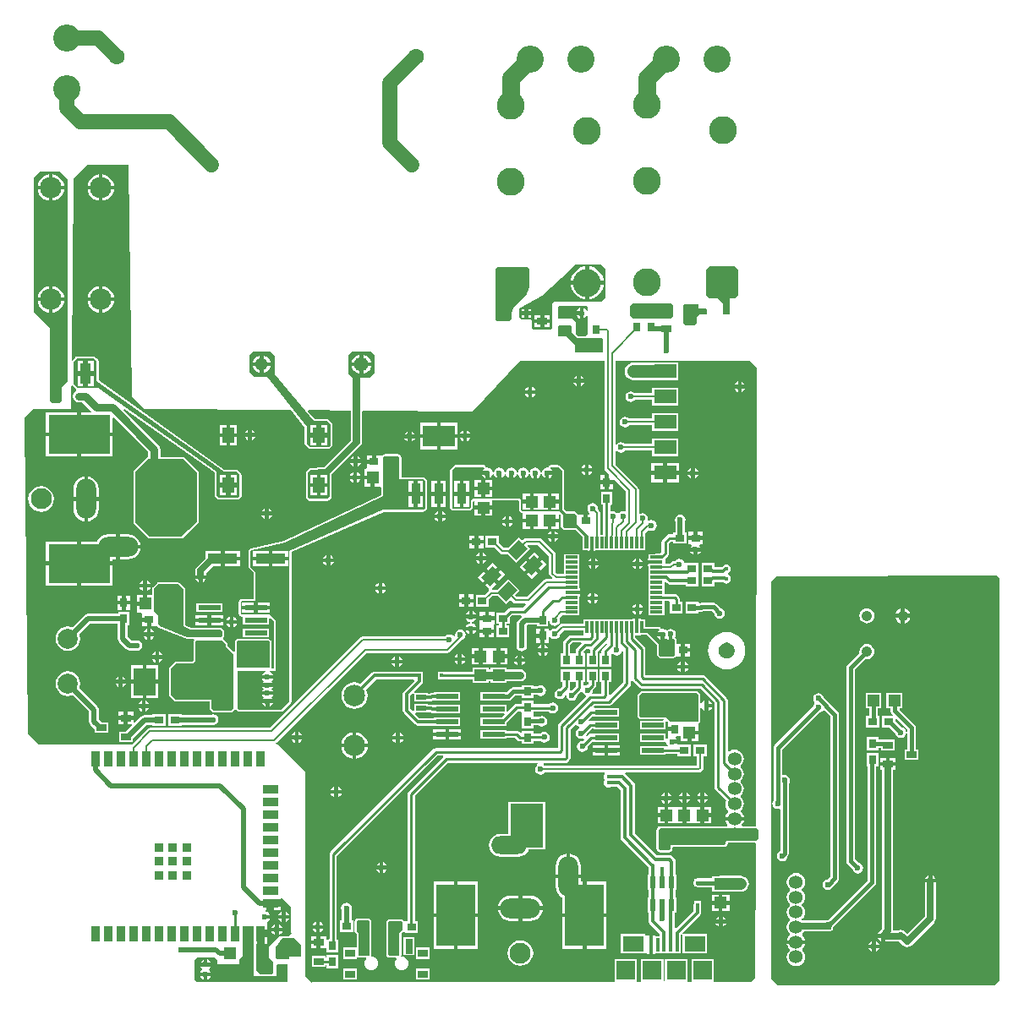
<source format=gtl>
G04*
G04 #@! TF.GenerationSoftware,Altium Limited,Altium Designer,20.0.10 (225)*
G04*
G04 Layer_Physical_Order=1*
G04 Layer_Color=255*
%FSLAX25Y25*%
%MOIN*%
G70*
G01*
G75*
%ADD103C,0.08268*%
%ADD108R,0.04724X0.04724*%
%ADD109R,0.03800X0.03100*%
%ADD110R,0.03100X0.03800*%
%ADD111R,0.03937X0.02756*%
%ADD112R,0.03740X0.08465*%
%ADD113R,0.12795X0.08465*%
%ADD114R,0.04500X0.05000*%
%ADD115R,0.01772X0.01378*%
%ADD116R,0.03937X0.01968*%
%ADD117R,0.08858X0.01968*%
%ADD118R,0.05000X0.04500*%
%ADD119R,0.01181X0.04724*%
%ADD120R,0.04724X0.01181*%
%ADD121R,0.08819X0.05551*%
%ADD122R,0.04331X0.07874*%
%ADD123R,0.04724X0.05984*%
%ADD124R,0.11811X0.03937*%
%ADD125R,0.24410X0.15354*%
%ADD126R,0.17323X0.12992*%
%ADD127R,0.05118X0.13386*%
%ADD128R,0.08500X0.10799*%
%ADD129R,0.03543X0.03543*%
%ADD130R,0.03543X0.03543*%
%ADD131R,0.03543X0.05906*%
%ADD132R,0.05906X0.03543*%
%ADD133R,0.02756X0.05906*%
%ADD134R,0.03937X0.03150*%
%ADD135R,0.02756X0.05906*%
%ADD136R,0.15354X0.24410*%
%ADD137R,0.12992X0.17323*%
%ADD138R,0.07480X0.07480*%
%ADD139R,0.07480X0.07480*%
%ADD140R,0.01575X0.05315*%
%ADD141R,0.08268X0.06299*%
%ADD142R,0.02362X0.04724*%
%ADD143R,0.01378X0.01772*%
G04:AMPARAMS|DCode=144|XSize=49.21mil|YSize=62.99mil|CornerRadius=0mil|HoleSize=0mil|Usage=FLASHONLY|Rotation=315.000|XOffset=0mil|YOffset=0mil|HoleType=Round|Shape=Rectangle|*
%AMROTATEDRECTD144*
4,1,4,-0.03967,-0.00487,0.00487,0.03967,0.03967,0.00487,-0.00487,-0.03967,-0.03967,-0.00487,0.0*
%
%ADD144ROTATEDRECTD144*%

%ADD145C,0.01100*%
%ADD146C,0.01500*%
%ADD147C,0.02500*%
%ADD148C,0.02000*%
%ADD149C,0.00800*%
%ADD150C,0.01000*%
%ADD151C,0.01200*%
%ADD152C,0.03000*%
%ADD153C,0.04500*%
%ADD154C,0.05000*%
%ADD155C,0.01476*%
%ADD156C,0.07000*%
%ADD157C,0.06000*%
%ADD158C,0.05354*%
%ADD159C,0.04095*%
%ADD160C,0.08504*%
%ADD161C,0.11024*%
%ADD162C,0.05669*%
%ADD163C,0.05039*%
%ADD164C,0.10709*%
%ADD165C,0.06299*%
%ADD166O,0.07087X0.14173*%
%ADD167O,0.15748X0.07874*%
%ADD168O,0.07874X0.15748*%
%ADD169C,0.07874*%
%ADD170O,0.14173X0.07087*%
%ADD171C,0.02362*%
%ADD172C,0.01772*%
G36*
X288583Y284252D02*
Y274016D01*
X287402Y272834D01*
X285433Y272834D01*
X285433Y266929D01*
X285039Y266535D01*
X283071Y266535D01*
X282677Y266929D01*
Y270866D01*
X280709Y272835D01*
X277165D01*
X275984Y274016D01*
Y284252D01*
X277165Y285433D01*
X287402D01*
X288583Y284252D01*
D02*
G37*
G36*
X229063Y269847D02*
X229490Y269418D01*
Y268159D01*
X229026Y267853D01*
X228990Y267858D01*
X228533Y268543D01*
X227811Y269024D01*
X227710Y269045D01*
Y266970D01*
Y264895D01*
X227811Y264915D01*
X228533Y265398D01*
X228990Y266082D01*
X229026Y266087D01*
X229490Y265781D01*
X229490Y258690D01*
X228764Y257930D01*
X225710Y257930D01*
X224750Y258850D01*
Y263620D01*
X223440Y264930D01*
X218110D01*
X217770Y265270D01*
X217770Y269490D01*
X218180Y269898D01*
X229063Y269847D01*
D02*
G37*
G36*
X262992Y270079D02*
X262992Y265748D01*
X262205Y264961D01*
X247244D01*
X246063Y266142D01*
Y269685D01*
X247244Y270866D01*
X262205D01*
X262992Y270079D01*
D02*
G37*
G36*
X206299Y284252D02*
X206299Y277098D01*
X204955Y273853D01*
X200163Y269061D01*
X199213Y266766D01*
X199213Y264567D01*
X198425Y263779D01*
X193701Y263779D01*
X192913Y264567D01*
X192913Y284252D01*
X193701Y285039D01*
X205512Y285039D01*
X206299Y284252D01*
D02*
G37*
G36*
X273149Y270158D02*
Y268898D01*
X275984Y268898D01*
X276378Y268504D01*
X276378Y266929D01*
X275984Y266535D01*
X273622D01*
X272441Y265354D01*
Y262992D01*
X271654Y262205D01*
X267717D01*
X266929Y262992D01*
X266929Y270079D01*
X267323Y270472D01*
X272835D01*
X273149Y270158D01*
D02*
G37*
G36*
X236221Y284646D02*
X236220Y273228D01*
X234646Y271654D01*
X216142D01*
X215291Y270803D01*
X215291Y261275D01*
X214647Y260630D01*
X207874Y260630D01*
X207480Y261024D01*
X207480Y264173D01*
X207087Y264567D01*
X203150Y264567D01*
X202362Y265354D01*
X202362Y268826D01*
X211278Y273934D01*
X219041Y280856D01*
X224490Y286255D01*
X234611Y286255D01*
X236221Y284646D01*
D02*
G37*
G36*
X222835Y261811D02*
X222835Y259449D01*
X225197Y257087D01*
X235039Y257087D01*
X235433Y256693D01*
X235433Y251969D01*
X235039Y251575D01*
X224803Y251575D01*
X224409Y251969D01*
Y254331D01*
X220866Y257874D01*
X218110Y257874D01*
X217717Y258268D01*
X217717Y261811D01*
X218110Y262205D01*
X222441Y262205D01*
X222835Y261811D01*
D02*
G37*
G36*
X145276Y250394D02*
Y243307D01*
X143307Y241339D01*
X139764Y241339D01*
X139764Y215850D01*
X127559Y203645D01*
X127559Y194488D01*
X126772Y193701D01*
X119685Y193701D01*
X118898Y194488D01*
X118898Y203937D01*
X120107Y205146D01*
X125591Y205512D01*
X136614Y216535D01*
X136614Y241339D01*
X135039Y242913D01*
Y250394D01*
X136614Y251969D01*
X143701Y251969D01*
X145276Y250394D01*
D02*
G37*
G36*
X21370Y322730D02*
X24470Y319630D01*
Y250310D01*
X24470Y240270D01*
X22040Y237840D01*
Y232410D01*
X21170Y231540D01*
X18340Y231540D01*
X17250Y232630D01*
Y261140D01*
X11060Y267330D01*
X11060Y320320D01*
X13470Y322730D01*
X21370Y322730D01*
D02*
G37*
G36*
X105905Y250000D02*
X105905Y242837D01*
X121324Y224410D01*
X126772Y224409D01*
X127953Y223228D01*
X127953Y214961D01*
X127165Y214173D01*
X119685Y214173D01*
X118504Y215354D01*
X118504Y222199D01*
X102998Y241681D01*
X97754Y241943D01*
X96063Y243721D01*
Y250394D01*
X97638Y251969D01*
X103937D01*
X105905Y250000D01*
D02*
G37*
G36*
X219291Y204769D02*
X219291Y197439D01*
X219291Y189370D01*
X220691Y187970D01*
X224250D01*
X224990Y187230D01*
X224990Y183671D01*
X229528Y179134D01*
X229528Y174574D01*
X229174Y174220D01*
X227953Y174220D01*
X227953Y179134D01*
X224803Y182283D01*
X220079Y182283D01*
X219540Y182822D01*
X219540Y187547D01*
X218317Y188770D01*
X203564Y188770D01*
X203150Y189185D01*
X203150Y193380D01*
X202650Y193880D01*
X195096Y193880D01*
X183970D01*
X183300Y193210D01*
X183300Y190310D01*
X182700Y189710D01*
X176380Y189710D01*
X175860Y190230D01*
X175860Y205080D01*
X177079Y206299D01*
X188473Y206299D01*
X188625Y205799D01*
X188191Y205509D01*
X187709Y204788D01*
X187689Y204687D01*
X189764D01*
Y203937D01*
X190514D01*
Y201862D01*
X190615Y201883D01*
X191336Y202364D01*
X191818Y203086D01*
X191871Y203351D01*
X192381D01*
X192434Y203086D01*
X192916Y202364D01*
X193637Y201883D01*
X193738Y201862D01*
Y203937D01*
X195238D01*
Y201862D01*
X195339Y201883D01*
X196061Y202364D01*
X196543Y203086D01*
X196596Y203351D01*
X197105D01*
X197158Y203086D01*
X197640Y202364D01*
X198362Y201883D01*
X198463Y201862D01*
Y203937D01*
X199963D01*
Y201862D01*
X200064Y201883D01*
X200785Y202364D01*
X201267Y203086D01*
X201320Y203351D01*
X201830D01*
X201883Y203086D01*
X202364Y202364D01*
X203086Y201883D01*
X203187Y201862D01*
Y203937D01*
X204687D01*
Y201862D01*
X204788Y201883D01*
X205509Y202364D01*
X205992Y203086D01*
X206044Y203351D01*
X206554D01*
X206607Y203086D01*
X207089Y202364D01*
X207810Y201883D01*
X207911Y201862D01*
Y203937D01*
X209411D01*
Y201862D01*
X209512Y201883D01*
X210234Y202364D01*
X210716Y203086D01*
X210769Y203351D01*
X211279D01*
X211331Y203086D01*
X211813Y202364D01*
X212535Y201883D01*
X212636Y201862D01*
Y203937D01*
X213386D01*
Y204687D01*
X215460D01*
X215440Y204788D01*
X214958Y205509D01*
X214525Y205799D01*
X214676Y206299D01*
X217761D01*
X219291Y204769D01*
D02*
G37*
G36*
X35827Y248130D02*
Y240158D01*
X85922Y204419D01*
X91031D01*
X92126Y203051D01*
Y194783D01*
X91207Y194095D01*
X83960Y194095D01*
X83084Y194971D01*
X83084Y204437D01*
X36243Y237402D01*
X28346Y237402D01*
X26772Y238976D01*
X26772Y247375D01*
X27874Y249213D01*
X34383Y249213D01*
X35827Y248130D01*
D02*
G37*
G36*
X49812Y234158D02*
X54750Y229220D01*
X112321Y228821D01*
X117790Y221949D01*
X117790Y215354D01*
X117845Y215081D01*
X117999Y214850D01*
X119180Y213669D01*
X119412Y213514D01*
X119685Y213459D01*
X127165Y213459D01*
X127438Y213514D01*
X127670Y213669D01*
X128457Y214456D01*
X128612Y214687D01*
X128666Y214961D01*
X128666Y223228D01*
X128612Y223501D01*
X128457Y223733D01*
X127276Y224914D01*
X127045Y225069D01*
X126772Y225123D01*
X121658Y225123D01*
X118982Y228321D01*
X119195Y228773D01*
X135900Y228657D01*
X135900Y216831D01*
X125276Y206206D01*
X120059Y205858D01*
X119947Y205828D01*
X119834Y205806D01*
X119814Y205792D01*
X119790Y205786D01*
X119699Y205715D01*
X119602Y205651D01*
X118393Y204442D01*
X118238Y204210D01*
X118184Y203937D01*
X118184Y194488D01*
X118238Y194215D01*
X118393Y193983D01*
X119180Y193196D01*
X119412Y193041D01*
X119685Y192987D01*
X126772Y192987D01*
X127045Y193041D01*
X127276Y193196D01*
X128064Y193983D01*
X128218Y194215D01*
X128273Y194488D01*
X128273Y203349D01*
X140268Y215345D01*
X140423Y215577D01*
X140478Y215850D01*
Y228271D01*
X140832Y228623D01*
X184049Y228323D01*
X202593Y248050D01*
X236034D01*
Y205720D01*
X236135Y205213D01*
X236423Y204783D01*
X237584Y203622D01*
X237560Y203565D01*
Y201010D01*
X239360D01*
Y201192D01*
X239822Y201384D01*
X244489Y196716D01*
Y189017D01*
X244078Y188758D01*
X243989Y188765D01*
X243200Y188922D01*
X242388Y188760D01*
X241700Y188300D01*
X241496Y187996D01*
X240895D01*
X240692Y188300D01*
X240004Y188760D01*
X239192Y188922D01*
X238738Y188832D01*
X238238Y189221D01*
X238238Y191006D01*
X238591Y191360D01*
X239060D01*
Y196560D01*
X234560D01*
Y191360D01*
X235383D01*
X235383Y179991D01*
X235030Y179637D01*
X234200D01*
Y188316D01*
X234099Y188823D01*
X233811Y189253D01*
X233391Y189674D01*
X233432Y189880D01*
X233270Y190692D01*
X232810Y191380D01*
X232122Y191840D01*
X231310Y192002D01*
X230498Y191840D01*
X229810Y191380D01*
X229350Y190692D01*
X229188Y189880D01*
X229350Y189068D01*
X229810Y188380D01*
X230153Y188150D01*
X230002Y187650D01*
X229300D01*
Y185100D01*
X227800D01*
Y187650D01*
X225650D01*
X225276Y187954D01*
X224755Y188475D01*
X224523Y188629D01*
X224250Y188684D01*
X220987D01*
X220005Y189666D01*
X220005Y197439D01*
X220005Y204769D01*
X219951Y205042D01*
X219796Y205273D01*
X218265Y206804D01*
X218034Y206959D01*
X217761Y207013D01*
X214676D01*
X214642Y207006D01*
X214606Y207010D01*
X214506Y206979D01*
X214403Y206959D01*
X214374Y206939D01*
X214340Y206929D01*
X214259Y206862D01*
X214172Y206804D01*
X214152Y206774D01*
X214125Y206752D01*
X214075Y206660D01*
X214017Y206572D01*
X214010Y206538D01*
X213993Y206506D01*
X213842Y206006D01*
X213386Y206059D01*
X212574Y205897D01*
X211885Y205437D01*
X211425Y204749D01*
X211291Y204073D01*
X211279Y204065D01*
X210769D01*
X210756Y204073D01*
X210622Y204749D01*
X210162Y205437D01*
X209473Y205897D01*
X208661Y206059D01*
X207849Y205897D01*
X207161Y205437D01*
X206701Y204749D01*
X206567Y204073D01*
X206554Y204065D01*
X206044D01*
X206032Y204073D01*
X205897Y204749D01*
X205437Y205437D01*
X204749Y205897D01*
X203937Y206059D01*
X203125Y205897D01*
X202437Y205437D01*
X201977Y204749D01*
X201842Y204073D01*
X201830Y204065D01*
X201320D01*
X201307Y204073D01*
X201173Y204749D01*
X200713Y205437D01*
X200025Y205897D01*
X199213Y206059D01*
X198401Y205897D01*
X197712Y205437D01*
X197252Y204749D01*
X197118Y204073D01*
X197105Y204065D01*
X196596D01*
X196583Y204073D01*
X196449Y204749D01*
X195989Y205437D01*
X195300Y205897D01*
X194488Y206059D01*
X193676Y205897D01*
X192988Y205437D01*
X192528Y204749D01*
X192393Y204073D01*
X192381Y204065D01*
X191871D01*
X191858Y204073D01*
X191724Y204749D01*
X191264Y205437D01*
X190576Y205897D01*
X189764Y206059D01*
X189308Y206006D01*
X189156Y206506D01*
X189139Y206538D01*
X189133Y206572D01*
X189074Y206660D01*
X189025Y206752D01*
X188998Y206774D01*
X188978Y206804D01*
X188891Y206862D01*
X188810Y206929D01*
X188776Y206939D01*
X188746Y206959D01*
X188644Y206979D01*
X188543Y207010D01*
X188508Y207006D01*
X188473Y207013D01*
X177079Y207013D01*
X176806Y206959D01*
X176575Y206804D01*
X175355Y205585D01*
X175201Y205353D01*
X175146Y205080D01*
X175146Y190230D01*
X175201Y189957D01*
X175355Y189725D01*
X175875Y189205D01*
X176107Y189051D01*
X176380Y188996D01*
X182700Y188996D01*
X182973Y189051D01*
X183205Y189205D01*
X183805Y189805D01*
X183959Y190037D01*
X184014Y190310D01*
X184014Y192533D01*
X184455Y192870D01*
X184700Y192786D01*
Y191050D01*
X191700D01*
Y193166D01*
X195096D01*
X201970Y193166D01*
X202436Y192700D01*
X202436Y189185D01*
X202490Y188912D01*
X202645Y188680D01*
X203060Y188265D01*
X203291Y188111D01*
X203564Y188056D01*
X203761Y187632D01*
Y185850D01*
X207261D01*
Y185100D01*
X208011D01*
Y181850D01*
X210761D01*
Y181850D01*
X210900D01*
Y181850D01*
X213650D01*
Y185100D01*
X214400D01*
Y185850D01*
X217900D01*
Y187470D01*
X218400Y187677D01*
X218826Y187251D01*
X218826Y182822D01*
X218881Y182549D01*
X219035Y182317D01*
X219574Y181779D01*
X219806Y181624D01*
X220079Y181570D01*
X224507Y181570D01*
X227239Y178838D01*
X227239Y174220D01*
X227293Y173947D01*
X227448Y173715D01*
X227646Y173583D01*
Y173513D01*
X227921D01*
X227953Y173506D01*
X229174Y173506D01*
X229315Y173213D01*
X230155D01*
Y173512D01*
X230228D01*
Y174504D01*
X230241Y174574D01*
Y176575D01*
X231548D01*
X231583Y176399D01*
Y173512D01*
X231656D01*
Y173213D01*
X232496D01*
Y173513D01*
X251881D01*
Y176399D01*
X251916Y176575D01*
Y180301D01*
X253188Y181573D01*
X253568Y181320D01*
X254380Y181158D01*
X255192Y181320D01*
X255880Y181780D01*
X256340Y182468D01*
X256502Y183280D01*
X256340Y184092D01*
X255880Y184780D01*
X255192Y185240D01*
X254380Y185402D01*
X253568Y185240D01*
X253338Y185087D01*
X252890Y185389D01*
X253012Y186000D01*
X252850Y186812D01*
X252390Y187500D01*
X251702Y187960D01*
X250890Y188122D01*
X250078Y187960D01*
X249956Y187879D01*
X249516Y188115D01*
Y197360D01*
X249415Y197867D01*
X249127Y198297D01*
X240185Y207239D01*
Y212646D01*
X240686Y212797D01*
X240874Y212515D01*
X241562Y212055D01*
X242374Y211894D01*
X243186Y212055D01*
X243875Y212515D01*
X243991Y212690D01*
X254733D01*
Y210540D01*
X264952D01*
Y217491D01*
X254733D01*
Y215341D01*
X243991D01*
X243875Y215516D01*
X243186Y215976D01*
X242374Y216138D01*
X241562Y215976D01*
X240874Y215516D01*
X240686Y215234D01*
X240185Y215386D01*
Y248050D01*
X293292Y248050D01*
X295846Y245492D01*
X295578Y64644D01*
X290281Y64644D01*
X290034Y65144D01*
X290462Y65701D01*
X290832Y66596D01*
X290860Y66805D01*
X287250D01*
X283640D01*
X283667Y66596D01*
X284038Y65701D01*
X284466Y65144D01*
X284219Y64644D01*
X257900Y64644D01*
X257627Y64589D01*
X257395Y64435D01*
X257348Y64387D01*
X257157D01*
Y64196D01*
X256703Y63742D01*
X256548Y63511D01*
X256494Y63238D01*
X256494Y55642D01*
X256548Y55369D01*
X256703Y55138D01*
X257345Y54495D01*
X257347Y54494D01*
X257348Y54493D01*
X257463Y54417D01*
X257577Y54341D01*
X257579Y54340D01*
X257580Y54339D01*
X257715Y54313D01*
X257850Y54286D01*
X257852Y54287D01*
X257853Y54286D01*
X261462Y54304D01*
X261597Y54331D01*
X261734Y54359D01*
X261734Y54359D01*
X261735Y54359D01*
X261850Y54437D01*
X261965Y54514D01*
X262536Y55088D01*
X262613Y55204D01*
X262689Y55318D01*
X262690Y55319D01*
X262690Y55320D01*
X262717Y55456D01*
X262744Y55591D01*
Y55983D01*
X263097Y56336D01*
X283140D01*
X283413Y56391D01*
X283645Y56545D01*
X284295Y57195D01*
X284449Y57427D01*
X284504Y57700D01*
X284504Y58162D01*
X286338Y58162D01*
X287250Y58042D01*
X288162Y58162D01*
X295215Y58162D01*
X295568Y57808D01*
X295490Y4820D01*
X293730Y3060D01*
X279473D01*
X279047Y3237D01*
X279047Y3560D01*
Y12117D01*
X270166D01*
Y3560D01*
X270166Y3237D01*
X269740Y3060D01*
X269040D01*
X268613Y3237D01*
X268613Y3560D01*
Y12117D01*
X259733D01*
Y3711D01*
X259449Y3547D01*
X259165Y3711D01*
Y12117D01*
X250284D01*
Y3560D01*
X250284Y3237D01*
X249858Y3060D01*
X249158D01*
X248731Y3237D01*
X248731Y3560D01*
Y12117D01*
X239851D01*
Y3560D01*
X239851Y3237D01*
X239424Y3060D01*
X120820D01*
X120610Y2850D01*
X117990Y5470D01*
Y86260D01*
X107310Y96940D01*
X106630D01*
X106479Y97440D01*
X106737Y97613D01*
X142059Y132934D01*
X174100D01*
X174607Y133035D01*
X175037Y133323D01*
X179820Y138105D01*
X179946Y138130D01*
X180634Y138590D01*
X181094Y139279D01*
X181256Y140091D01*
X181094Y140903D01*
X180634Y141591D01*
X179946Y142051D01*
X179134Y142212D01*
X178322Y142051D01*
X177634Y141591D01*
X177173Y140903D01*
X177012Y140091D01*
X177081Y139742D01*
X176958Y139610D01*
X176323Y139661D01*
X176304Y139689D01*
X175615Y140149D01*
X174803Y140311D01*
X173991Y140149D01*
X173303Y139689D01*
X173186Y139515D01*
X140779D01*
X140272Y139414D01*
X139842Y139126D01*
X104141Y103426D01*
X94060D01*
X93909Y103395D01*
X56824D01*
X56317Y103295D01*
X55887Y103007D01*
X50276Y97396D01*
X49913Y97740D01*
X49913Y98219D01*
Y99142D01*
X55354Y104583D01*
X57780D01*
Y104270D01*
X62980D01*
Y108770D01*
X57780D01*
Y108457D01*
X54552D01*
X53810Y108310D01*
X53182Y107890D01*
X50674Y105383D01*
X50213Y105574D01*
Y106534D01*
X47994D01*
Y104905D01*
X49544D01*
X49735Y104444D01*
X47173Y101881D01*
X44576D01*
Y97725D01*
X49413D01*
X49898Y97725D01*
X50241Y97361D01*
X49820Y96940D01*
X12844D01*
X8539Y101201D01*
X7278Y225845D01*
X10609Y229222D01*
X25688Y229279D01*
X25776Y238307D01*
X26233Y238460D01*
X26277Y238462D01*
X27779Y236960D01*
X27804Y236784D01*
X27798Y236677D01*
X27749Y236433D01*
X27719Y236377D01*
X27055Y235933D01*
X26524Y235139D01*
X26338Y234203D01*
X26524Y233267D01*
X27055Y232473D01*
X27849Y231942D01*
X28785Y231756D01*
X30157D01*
X33642Y228272D01*
X33435Y227772D01*
X29589D01*
Y219845D01*
X42043D01*
Y225533D01*
X42505Y225724D01*
X55953Y212276D01*
Y210284D01*
X55827Y210259D01*
X55595Y210105D01*
X50471Y204981D01*
X50317Y204749D01*
X50262Y204476D01*
X50262Y184457D01*
X50317Y184184D01*
X50471Y183953D01*
X56188Y178235D01*
X56188Y178235D01*
X56420Y178081D01*
X56693Y178026D01*
X69092Y178026D01*
X69219Y178052D01*
X69347Y178074D01*
X69355Y178079D01*
X69365Y178081D01*
X69473Y178153D01*
X69582Y178222D01*
X75791Y184099D01*
X75796Y184107D01*
X75805Y184113D01*
X75877Y184221D01*
X75952Y184326D01*
X75954Y184336D01*
X75959Y184344D01*
X75985Y184472D01*
X76013Y184598D01*
X76012Y184608D01*
X76014Y184617D01*
X76014Y204100D01*
X75959Y204373D01*
X75805Y204605D01*
X70305Y210105D01*
X70073Y210259D01*
X69800Y210314D01*
X60847D01*
Y213290D01*
X60661Y214226D01*
X60130Y215020D01*
X46329Y228821D01*
X46651Y229204D01*
X82370Y204067D01*
X82370Y194971D01*
X82424Y194697D01*
X82579Y194466D01*
X83455Y193590D01*
X83687Y193435D01*
X83960Y193381D01*
X91207Y193381D01*
X91295Y193398D01*
X91385Y193403D01*
X91430Y193425D01*
X91480Y193435D01*
X91555Y193485D01*
X91636Y193524D01*
X92554Y194212D01*
X92588Y194250D01*
X92631Y194279D01*
X92680Y194353D01*
X92740Y194420D01*
X92757Y194468D01*
X92785Y194510D01*
X92803Y194598D01*
X92832Y194683D01*
X92830Y194733D01*
X92840Y194783D01*
Y203051D01*
X92820Y203150D01*
X92812Y203250D01*
X92793Y203285D01*
X92785Y203324D01*
X92730Y203408D01*
X92683Y203497D01*
X91589Y204865D01*
X91558Y204891D01*
X91536Y204924D01*
X91453Y204980D01*
X91376Y205045D01*
X91338Y205057D01*
X91305Y205079D01*
X91206Y205098D01*
X91110Y205129D01*
X91071Y205125D01*
X91031Y205133D01*
X86151D01*
X36540Y240525D01*
Y248130D01*
X36531Y248180D01*
X36533Y248231D01*
X36504Y248315D01*
X36486Y248403D01*
X36458Y248446D01*
X36441Y248494D01*
X36381Y248560D01*
X36331Y248635D01*
X36289Y248663D01*
X36255Y248701D01*
X34811Y249784D01*
X34731Y249822D01*
X34656Y249872D01*
X34606Y249882D01*
X34560Y249904D01*
X34471Y249909D01*
X34383Y249926D01*
X27874Y249926D01*
X27788Y249909D01*
X27701Y249905D01*
X27653Y249882D01*
X27601Y249872D01*
X27528Y249823D01*
X27449Y249786D01*
X27413Y249747D01*
X27369Y249717D01*
X27321Y249644D01*
X27262Y249580D01*
X26371Y248095D01*
X25872Y248235D01*
X26573Y320176D01*
X31923Y325474D01*
X48486Y325474D01*
X49812Y234158D01*
D02*
G37*
G36*
X75300Y204100D02*
X75300Y184617D01*
X69092Y178740D01*
X56693Y178740D01*
X50976Y184457D01*
X50976Y204476D01*
X56100Y209600D01*
X69800D01*
X75300Y204100D01*
D02*
G37*
G36*
X295810Y63930D02*
X296530Y63210D01*
X296530Y59740D01*
X295666Y58876D01*
X284183Y58876D01*
X283790Y58473D01*
X283790Y57700D01*
X283140Y57050D01*
X262030D01*
X262030Y55591D01*
X261459Y55017D01*
X257850Y55000D01*
X257207Y55642D01*
X257207Y63238D01*
X257900Y63930D01*
X295810Y63930D01*
D02*
G37*
G36*
X116400Y17600D02*
Y16400D01*
Y13600D01*
X116000Y13200D01*
X111600D01*
Y12400D01*
X111200Y12000D01*
X106800D01*
Y12400D01*
X106400Y12800D01*
Y16800D01*
X109100Y20400D01*
X113600D01*
X116400Y17600D01*
D02*
G37*
G36*
X97770Y25253D02*
X97770Y5359D01*
X106244Y5359D01*
X106321Y5359D01*
X106620Y5657D01*
X106620Y5735D01*
X106620Y9941D01*
X106979Y10300D01*
X110740D01*
X111001Y10039D01*
X111001Y3399D01*
X110631Y3029D01*
X75221Y3029D01*
X74303Y3947D01*
X74303Y11723D01*
X75310Y12730D01*
X82445D01*
X83344Y11817D01*
X83320Y10249D01*
X91891D01*
X91891Y12149D01*
X93384Y13642D01*
X93384Y25253D01*
X97770Y25253D01*
D02*
G37*
G36*
X112440Y32730D02*
X112440Y22560D01*
X112520Y22480D01*
X111300Y21260D01*
X107770Y21260D01*
X103670Y17160D01*
X103670Y12750D01*
X105170Y11250D01*
Y6650D01*
X104680Y6160D01*
X100040D01*
Y6280D01*
X98560Y7760D01*
X98560Y18291D01*
X98854D01*
Y22244D01*
X100354D01*
Y22994D01*
Y23744D01*
X103126D01*
Y26197D01*
X102927D01*
X102878Y26697D01*
X102921Y26706D01*
X103642Y27187D01*
X104124Y27909D01*
X104145Y28010D01*
X102070D01*
Y29510D01*
X104145D01*
X104124Y29611D01*
X103642Y30332D01*
X102921Y30815D01*
X102385Y30921D01*
X102434Y31421D01*
X102791D01*
Y34193D01*
X104291D01*
Y35693D01*
X108244D01*
Y36260D01*
X108910D01*
X112440Y32730D01*
D02*
G37*
G36*
X391732Y162205D02*
Y3937D01*
X389764Y1969D01*
X303937D01*
X301575Y4331D01*
Y161024D01*
X303543Y162992D01*
X390551Y163386D01*
X391732Y162205D01*
D02*
G37*
%LPC*%
G36*
X226210Y269045D02*
X226109Y269024D01*
X225388Y268543D01*
X224905Y267821D01*
X224885Y267720D01*
X226210D01*
Y269045D01*
D02*
G37*
G36*
Y266220D02*
X224885D01*
X224905Y266119D01*
X225388Y265398D01*
X226109Y264915D01*
X226210Y264895D01*
Y266220D01*
D02*
G37*
G36*
X229884Y285446D02*
Y279726D01*
X235603D01*
X235552Y280253D01*
X235179Y281480D01*
X234574Y282612D01*
X233761Y283603D01*
X232769Y284417D01*
X231638Y285022D01*
X230410Y285394D01*
X229884Y285446D01*
D02*
G37*
G36*
X228384D02*
X227857Y285394D01*
X226630Y285022D01*
X225499Y284417D01*
X224507Y283603D01*
X223693Y282612D01*
X223089Y281480D01*
X222716Y280253D01*
X222664Y279726D01*
X228384D01*
Y285446D01*
D02*
G37*
G36*
X235603Y278226D02*
X229884D01*
Y272507D01*
X230410Y272559D01*
X231638Y272931D01*
X232769Y273536D01*
X233761Y274349D01*
X234574Y275341D01*
X235179Y276472D01*
X235552Y277700D01*
X235603Y278226D01*
D02*
G37*
G36*
X228384D02*
X222664D01*
X222716Y277700D01*
X223089Y276472D01*
X223693Y275341D01*
X224507Y274349D01*
X225499Y273536D01*
X226630Y272931D01*
X227857Y272559D01*
X228384Y272507D01*
Y278226D01*
D02*
G37*
G36*
X207004Y268618D02*
X205868D01*
Y267679D01*
X207004D01*
Y268618D01*
D02*
G37*
G36*
X204368D02*
X203232D01*
Y267679D01*
X204368D01*
Y268618D01*
D02*
G37*
G36*
X207004Y266179D02*
X205868D01*
Y265240D01*
X207004D01*
Y266179D01*
D02*
G37*
G36*
X204368D02*
X203232D01*
Y265240D01*
X204368D01*
Y266179D01*
D02*
G37*
G36*
X214386Y266158D02*
X212167D01*
Y264529D01*
X214386D01*
Y266158D01*
D02*
G37*
G36*
X210667D02*
X208449D01*
Y264529D01*
X210667D01*
Y266158D01*
D02*
G37*
G36*
X214386Y263030D02*
X212167D01*
Y261402D01*
X214386D01*
Y263030D01*
D02*
G37*
G36*
X210667D02*
X208449D01*
Y261402D01*
X210667D01*
Y263030D01*
D02*
G37*
G36*
X140908Y250619D02*
Y247600D01*
X143927D01*
X143893Y247851D01*
X143507Y248784D01*
X142892Y249585D01*
X142091Y250200D01*
X141158Y250586D01*
X140908Y250619D01*
D02*
G37*
G36*
X139408D02*
X139156Y250586D01*
X138224Y250200D01*
X137423Y249585D01*
X136808Y248784D01*
X136422Y247851D01*
X136389Y247600D01*
X139408D01*
Y250619D01*
D02*
G37*
G36*
X143927Y246100D02*
X140908D01*
Y243081D01*
X141158Y243114D01*
X142091Y243501D01*
X142892Y244115D01*
X143507Y244917D01*
X143893Y245849D01*
X143927Y246100D01*
D02*
G37*
G36*
X139408D02*
X136389D01*
X136422Y245849D01*
X136808Y244917D01*
X137423Y244115D01*
X138224Y243501D01*
X139156Y243114D01*
X139408Y243081D01*
Y246100D01*
D02*
G37*
G36*
X126689Y203205D02*
X124077D01*
Y199963D01*
X126689D01*
Y203205D01*
D02*
G37*
G36*
X122577D02*
X119965D01*
Y199963D01*
X122577D01*
Y203205D01*
D02*
G37*
G36*
X126689Y198463D02*
X124077D01*
Y195220D01*
X126689D01*
Y198463D01*
D02*
G37*
G36*
X122577D02*
X119965D01*
Y195220D01*
X122577D01*
Y198463D01*
D02*
G37*
G36*
X18466Y321734D02*
Y317285D01*
X22915D01*
X22833Y317906D01*
X22304Y319184D01*
X21462Y320281D01*
X20365Y321123D01*
X19088Y321652D01*
X18466Y321734D01*
D02*
G37*
G36*
X16966D02*
X16345Y321652D01*
X15068Y321123D01*
X13971Y320281D01*
X13129Y319184D01*
X12600Y317906D01*
X12518Y317285D01*
X16966D01*
Y321734D01*
D02*
G37*
G36*
Y315785D02*
X12518D01*
X12600Y315164D01*
X13129Y313887D01*
X13971Y312790D01*
X15068Y311948D01*
X16345Y311419D01*
X16966Y311337D01*
Y315785D01*
D02*
G37*
G36*
X22915D02*
X18466D01*
Y311337D01*
X19088Y311419D01*
X20365Y311948D01*
X21462Y312790D01*
X22304Y313887D01*
X22833Y315164D01*
X22915Y315785D01*
D02*
G37*
G36*
X18466Y277640D02*
Y273191D01*
X22915D01*
X22833Y273812D01*
X22304Y275090D01*
X21462Y276187D01*
X20365Y277028D01*
X19088Y277558D01*
X18466Y277640D01*
D02*
G37*
G36*
X16966D02*
X16345Y277558D01*
X15068Y277028D01*
X13971Y276187D01*
X13129Y275090D01*
X12600Y273812D01*
X12518Y273191D01*
X16966D01*
Y277640D01*
D02*
G37*
G36*
X22915Y271691D02*
X18466D01*
Y267242D01*
X19088Y267324D01*
X20365Y267853D01*
X21462Y268695D01*
X22304Y269792D01*
X22833Y271070D01*
X22915Y271691D01*
D02*
G37*
G36*
X16966D02*
X12518D01*
X12600Y271070D01*
X13129Y269792D01*
X13971Y268695D01*
X15068Y267853D01*
X16345Y267324D01*
X16966Y267242D01*
Y271691D01*
D02*
G37*
G36*
X101537Y250302D02*
Y247600D01*
X104239D01*
X104217Y247769D01*
X103862Y248625D01*
X103298Y249361D01*
X102562Y249925D01*
X101706Y250279D01*
X101537Y250302D01*
D02*
G37*
G36*
X100037D02*
X99869Y250279D01*
X99012Y249925D01*
X98277Y249361D01*
X97713Y248625D01*
X97358Y247769D01*
X97336Y247600D01*
X100037D01*
Y250302D01*
D02*
G37*
G36*
X104239Y246100D02*
X101537D01*
Y243399D01*
X101706Y243421D01*
X102562Y243776D01*
X103298Y244340D01*
X103862Y245075D01*
X104217Y245932D01*
X104239Y246100D01*
D02*
G37*
G36*
X100037D02*
X97336D01*
X97358Y245932D01*
X97713Y245075D01*
X98277Y244340D01*
X99012Y243776D01*
X99869Y243421D01*
X100037Y243399D01*
Y246100D01*
D02*
G37*
G36*
X126728Y222890D02*
X124366D01*
Y219898D01*
X126728D01*
Y222890D01*
D02*
G37*
G36*
X122366D02*
X120004D01*
Y219898D01*
X122366D01*
Y222890D01*
D02*
G37*
G36*
X126728Y217898D02*
X124366D01*
Y214906D01*
X126728D01*
Y217898D01*
D02*
G37*
G36*
X122366D02*
X120004D01*
Y214906D01*
X122366D01*
Y217898D01*
D02*
G37*
G36*
X215460Y203187D02*
X214136D01*
Y201862D01*
X214237Y201883D01*
X214958Y202364D01*
X215440Y203086D01*
X215460Y203187D01*
D02*
G37*
G36*
X189014D02*
X187689D01*
X187709Y203086D01*
X188191Y202364D01*
X188913Y201883D01*
X189014Y201862D01*
Y203187D01*
D02*
G37*
G36*
X191700Y201050D02*
X188950D01*
Y198550D01*
X191700D01*
Y201050D01*
D02*
G37*
G36*
X187450D02*
X184700D01*
Y198550D01*
X187450D01*
Y201050D01*
D02*
G37*
G36*
X182535Y200902D02*
X180415D01*
Y196419D01*
X182535D01*
Y200902D01*
D02*
G37*
G36*
X178915D02*
X176795D01*
Y196419D01*
X178915D01*
Y200902D01*
D02*
G37*
G36*
X191700Y197050D02*
X188950D01*
Y194550D01*
X191700D01*
Y197050D01*
D02*
G37*
G36*
X187450D02*
X184700D01*
Y194550D01*
X187450D01*
Y197050D01*
D02*
G37*
G36*
X215150Y195850D02*
Y193350D01*
X217900D01*
Y195850D01*
X215150D01*
D02*
G37*
G36*
X206511D02*
X203761D01*
Y193350D01*
X206511D01*
Y195850D01*
D02*
G37*
G36*
X182535Y194919D02*
X180415D01*
Y190437D01*
X182535D01*
Y194919D01*
D02*
G37*
G36*
X178915D02*
X176795D01*
Y190437D01*
X178915D01*
Y194919D01*
D02*
G37*
G36*
X217900Y191850D02*
X215150D01*
Y189350D01*
X217900D01*
Y191850D01*
D02*
G37*
G36*
X206511D02*
X203761D01*
Y189350D01*
X206511D01*
Y191850D01*
D02*
G37*
G36*
X210900Y195850D02*
X210400Y195850D01*
X208011D01*
Y192600D01*
Y189350D01*
X210400D01*
X210761Y189350D01*
X211261Y189350D01*
X213650D01*
Y192600D01*
Y195850D01*
X211261D01*
X210900Y195850D01*
D02*
G37*
G36*
X34608Y248195D02*
X32442D01*
Y244258D01*
X34608D01*
Y248195D01*
D02*
G37*
G36*
X30442D02*
X28277D01*
Y244258D01*
X30442D01*
Y248195D01*
D02*
G37*
G36*
X34608Y242258D02*
X32442D01*
Y238321D01*
X34608D01*
Y242258D01*
D02*
G37*
G36*
X30442D02*
X28277D01*
Y238321D01*
X30442D01*
Y242258D01*
D02*
G37*
G36*
X91020Y203205D02*
X88657D01*
Y200213D01*
X91020D01*
Y203205D01*
D02*
G37*
G36*
X86658D02*
X84295D01*
Y200213D01*
X86658D01*
Y203205D01*
D02*
G37*
G36*
X91020Y198213D02*
X88657D01*
Y195220D01*
X91020D01*
Y198213D01*
D02*
G37*
G36*
X86658D02*
X84295D01*
Y195220D01*
X86658D01*
Y198213D01*
D02*
G37*
G36*
X38151Y321734D02*
Y317285D01*
X42600D01*
X42518Y317906D01*
X41989Y319184D01*
X41147Y320281D01*
X40050Y321123D01*
X38773Y321652D01*
X38151Y321734D01*
D02*
G37*
G36*
X36652D02*
X36031Y321652D01*
X34753Y321123D01*
X33656Y320281D01*
X32814Y319184D01*
X32285Y317906D01*
X32203Y317285D01*
X36652D01*
Y321734D01*
D02*
G37*
G36*
Y315785D02*
X32203D01*
X32285Y315164D01*
X32814Y313887D01*
X33656Y312790D01*
X34753Y311948D01*
X36031Y311419D01*
X36652Y311337D01*
Y315785D01*
D02*
G37*
G36*
X42600D02*
X38151D01*
Y311337D01*
X38773Y311419D01*
X40050Y311948D01*
X41147Y312790D01*
X41989Y313887D01*
X42518Y315164D01*
X42600Y315785D01*
D02*
G37*
G36*
X38152Y277640D02*
Y273191D01*
X42600D01*
X42518Y273812D01*
X41989Y275090D01*
X41147Y276187D01*
X40050Y277028D01*
X38773Y277558D01*
X38152Y277640D01*
D02*
G37*
G36*
X36652D02*
X36031Y277558D01*
X34753Y277028D01*
X33656Y276187D01*
X32814Y275090D01*
X32285Y273812D01*
X32203Y273191D01*
X36652D01*
Y277640D01*
D02*
G37*
G36*
X42600Y271691D02*
X38152D01*
Y267242D01*
X38773Y267324D01*
X40050Y267853D01*
X41147Y268695D01*
X41989Y269792D01*
X42518Y271070D01*
X42600Y271691D01*
D02*
G37*
G36*
X36652D02*
X32203D01*
X32285Y271070D01*
X32814Y269792D01*
X33656Y268695D01*
X34753Y267853D01*
X36031Y267324D01*
X36652Y267242D01*
Y271691D01*
D02*
G37*
G36*
X226570Y242365D02*
Y241040D01*
X227895D01*
X227874Y241141D01*
X227393Y241863D01*
X226671Y242344D01*
X226570Y242365D01*
D02*
G37*
G36*
X225070D02*
X224969Y242344D01*
X224248Y241863D01*
X223765Y241141D01*
X223745Y241040D01*
X225070D01*
Y242365D01*
D02*
G37*
G36*
X264952Y247491D02*
X254733D01*
Y247445D01*
X247374D01*
X246487Y247328D01*
X245660Y246986D01*
X244949Y246441D01*
X244404Y245730D01*
X244062Y244903D01*
X243945Y244016D01*
X244062Y243128D01*
X244404Y242301D01*
X244949Y241591D01*
X245660Y241046D01*
X246487Y240703D01*
X247374Y240586D01*
X254733D01*
Y240540D01*
X264952D01*
Y247491D01*
D02*
G37*
G36*
X290000Y240055D02*
Y238730D01*
X291325D01*
X291305Y238831D01*
X290823Y239552D01*
X290101Y240035D01*
X290000Y240055D01*
D02*
G37*
G36*
X288500D02*
X288399Y240035D01*
X287678Y239552D01*
X287195Y238831D01*
X287175Y238730D01*
X288500D01*
Y240055D01*
D02*
G37*
G36*
X227895Y239540D02*
X226570D01*
Y238215D01*
X226671Y238235D01*
X227393Y238718D01*
X227874Y239439D01*
X227895Y239540D01*
D02*
G37*
G36*
X225070D02*
X223745D01*
X223765Y239439D01*
X224248Y238718D01*
X224969Y238235D01*
X225070Y238215D01*
Y239540D01*
D02*
G37*
G36*
X207443Y237901D02*
Y236577D01*
X208768D01*
X208748Y236678D01*
X208265Y237399D01*
X207544Y237881D01*
X207443Y237901D01*
D02*
G37*
G36*
X205943D02*
X205842Y237881D01*
X205120Y237399D01*
X204638Y236678D01*
X204618Y236577D01*
X205943D01*
Y237901D01*
D02*
G37*
G36*
X291325Y237230D02*
X290000D01*
Y235905D01*
X290101Y235926D01*
X290823Y236407D01*
X291305Y237129D01*
X291325Y237230D01*
D02*
G37*
G36*
X288500D02*
X287175D01*
X287195Y237129D01*
X287678Y236407D01*
X288399Y235926D01*
X288500Y235905D01*
Y237230D01*
D02*
G37*
G36*
X264952Y237491D02*
X254733D01*
Y235341D01*
X247947D01*
X247830Y235516D01*
X247142Y235976D01*
X246330Y236138D01*
X245518Y235976D01*
X244830Y235516D01*
X244370Y234828D01*
X244208Y234016D01*
X244370Y233204D01*
X244830Y232515D01*
X245518Y232055D01*
X246330Y231894D01*
X247142Y232055D01*
X247830Y232515D01*
X247947Y232690D01*
X254733D01*
Y230540D01*
X264952D01*
Y237491D01*
D02*
G37*
G36*
X208768Y235077D02*
X207443D01*
Y233752D01*
X207544Y233772D01*
X208265Y234254D01*
X208748Y234976D01*
X208768Y235077D01*
D02*
G37*
G36*
X205943D02*
X204618D01*
X204638Y234976D01*
X205120Y234254D01*
X205842Y233772D01*
X205943Y233752D01*
Y235077D01*
D02*
G37*
G36*
X264952Y227491D02*
X254733D01*
Y225341D01*
X245727D01*
X245610Y225516D01*
X244922Y225976D01*
X244110Y226138D01*
X243298Y225976D01*
X242610Y225516D01*
X242150Y224828D01*
X241988Y224016D01*
X242150Y223204D01*
X242610Y222515D01*
X243298Y222055D01*
X244110Y221894D01*
X244922Y222055D01*
X245610Y222515D01*
X245727Y222690D01*
X254733D01*
Y220540D01*
X264952D01*
Y227491D01*
D02*
G37*
G36*
X28089Y227772D02*
X15634D01*
Y219845D01*
X28089D01*
Y227772D01*
D02*
G37*
G36*
X96980Y221035D02*
Y219710D01*
X98305D01*
X98285Y219811D01*
X97803Y220532D01*
X97081Y221015D01*
X96980Y221035D01*
D02*
G37*
G36*
X95480D02*
X95379Y221015D01*
X94657Y220532D01*
X94175Y219811D01*
X94155Y219710D01*
X95480D01*
Y221035D01*
D02*
G37*
G36*
X91059Y222890D02*
X88447D01*
Y219648D01*
X91059D01*
Y222890D01*
D02*
G37*
G36*
X86947D02*
X84335D01*
Y219648D01*
X86947D01*
Y222890D01*
D02*
G37*
G36*
X181740Y220655D02*
Y219330D01*
X183065D01*
X183045Y219431D01*
X182562Y220152D01*
X181841Y220635D01*
X181740Y220655D01*
D02*
G37*
G36*
X180240D02*
X180139Y220635D01*
X179418Y220152D01*
X178935Y219431D01*
X178915Y219330D01*
X180240D01*
Y220655D01*
D02*
G37*
G36*
X178007Y223736D02*
X171360D01*
Y219254D01*
X178007D01*
Y223736D01*
D02*
G37*
G36*
X169860D02*
X163212D01*
Y219254D01*
X169860D01*
Y223736D01*
D02*
G37*
G36*
X159880Y220465D02*
Y219140D01*
X161205D01*
X161185Y219241D01*
X160703Y219963D01*
X159981Y220444D01*
X159880Y220465D01*
D02*
G37*
G36*
X158380D02*
X158279Y220444D01*
X157557Y219963D01*
X157076Y219241D01*
X157055Y219140D01*
X158380D01*
Y220465D01*
D02*
G37*
G36*
X98305Y218210D02*
X96980D01*
Y216885D01*
X97081Y216905D01*
X97803Y217388D01*
X98285Y218109D01*
X98305Y218210D01*
D02*
G37*
G36*
X95480D02*
X94155D01*
X94175Y218109D01*
X94657Y217388D01*
X95379Y216905D01*
X95480Y216885D01*
Y218210D01*
D02*
G37*
G36*
X183065Y217830D02*
X181740D01*
Y216505D01*
X181841Y216526D01*
X182562Y217007D01*
X183045Y217729D01*
X183065Y217830D01*
D02*
G37*
G36*
X180240D02*
X178915D01*
X178935Y217729D01*
X179418Y217007D01*
X180139Y216526D01*
X180240Y216505D01*
Y217830D01*
D02*
G37*
G36*
X161205Y217640D02*
X159880D01*
Y216315D01*
X159981Y216335D01*
X160703Y216817D01*
X161185Y217539D01*
X161205Y217640D01*
D02*
G37*
G36*
X158380D02*
X157055D01*
X157076Y217539D01*
X157557Y216817D01*
X158279Y216335D01*
X158380Y216315D01*
Y217640D01*
D02*
G37*
G36*
X91059Y218148D02*
X88447D01*
Y214906D01*
X91059D01*
Y218148D01*
D02*
G37*
G36*
X86947D02*
X84335D01*
Y214906D01*
X86947D01*
Y218148D01*
D02*
G37*
G36*
X178007Y217754D02*
X171360D01*
Y213272D01*
X178007D01*
Y217754D01*
D02*
G37*
G36*
X169860D02*
X163212D01*
Y213272D01*
X169860D01*
Y217754D01*
D02*
G37*
G36*
X42043Y218344D02*
X29589D01*
Y210417D01*
X42043D01*
Y218344D01*
D02*
G37*
G36*
X28089D02*
X15634D01*
Y210417D01*
X28089D01*
Y218344D01*
D02*
G37*
G36*
X138600Y210685D02*
Y209360D01*
X139925D01*
X139904Y209461D01*
X139423Y210182D01*
X138701Y210665D01*
X138600Y210685D01*
D02*
G37*
G36*
X137100D02*
X136999Y210665D01*
X136277Y210182D01*
X135795Y209461D01*
X135775Y209360D01*
X137100D01*
Y210685D01*
D02*
G37*
G36*
X144375Y210948D02*
X142225D01*
Y209148D01*
X144375D01*
Y210948D01*
D02*
G37*
G36*
X139925Y207860D02*
X138600D01*
Y206535D01*
X138701Y206556D01*
X139423Y207037D01*
X139904Y207759D01*
X139925Y207860D01*
D02*
G37*
G36*
X137100D02*
X135775D01*
X135795Y207759D01*
X136277Y207037D01*
X136999Y206556D01*
X137100Y206535D01*
Y207860D01*
D02*
G37*
G36*
X229740Y207245D02*
Y205920D01*
X231065D01*
X231045Y206021D01*
X230562Y206743D01*
X229841Y207224D01*
X229740Y207245D01*
D02*
G37*
G36*
X228240D02*
X228139Y207224D01*
X227417Y206743D01*
X226935Y206021D01*
X226915Y205920D01*
X228240D01*
Y207245D01*
D02*
G37*
G36*
X265252Y207791D02*
X260593D01*
Y204766D01*
X265252D01*
Y207791D01*
D02*
G37*
G36*
X259092D02*
X254433D01*
Y204766D01*
X259092D01*
Y207791D01*
D02*
G37*
G36*
X271550Y205965D02*
Y204640D01*
X272875D01*
X272855Y204741D01*
X272373Y205463D01*
X271651Y205944D01*
X271550Y205965D01*
D02*
G37*
G36*
X270050D02*
X269949Y205944D01*
X269228Y205463D01*
X268745Y204741D01*
X268725Y204640D01*
X270050D01*
Y205965D01*
D02*
G37*
G36*
X231065Y204420D02*
X229740D01*
Y203095D01*
X229841Y203116D01*
X230562Y203597D01*
X231045Y204319D01*
X231065Y204420D01*
D02*
G37*
G36*
X228240D02*
X226915D01*
X226935Y204319D01*
X227417Y203597D01*
X228139Y203116D01*
X228240Y203095D01*
Y204420D01*
D02*
G37*
G36*
X138460Y204285D02*
Y202960D01*
X139785D01*
X139765Y203061D01*
X139283Y203783D01*
X138561Y204265D01*
X138460Y204285D01*
D02*
G37*
G36*
X136960D02*
X136859Y204265D01*
X136137Y203783D01*
X135655Y203061D01*
X135635Y202960D01*
X136960D01*
Y204285D01*
D02*
G37*
G36*
X272875Y203140D02*
X271550D01*
Y201815D01*
X271651Y201835D01*
X272373Y202318D01*
X272855Y203039D01*
X272875Y203140D01*
D02*
G37*
G36*
X270050D02*
X268725D01*
X268745Y203039D01*
X269228Y202318D01*
X269949Y201835D01*
X270050Y201815D01*
Y203140D01*
D02*
G37*
G36*
X236060Y203160D02*
X234260D01*
Y201010D01*
X236060D01*
Y203160D01*
D02*
G37*
G36*
X265252Y203266D02*
X260593D01*
Y200240D01*
X265252D01*
Y203266D01*
D02*
G37*
G36*
X259092D02*
X254433D01*
Y200240D01*
X259092D01*
Y203266D01*
D02*
G37*
G36*
X139785Y201460D02*
X138460D01*
Y200135D01*
X138561Y200155D01*
X139283Y200638D01*
X139765Y201359D01*
X139785Y201460D01*
D02*
G37*
G36*
X136960D02*
X135635D01*
X135655Y201359D01*
X136137Y200638D01*
X136859Y200155D01*
X136960Y200135D01*
Y201460D01*
D02*
G37*
G36*
X143775Y201348D02*
X141275D01*
Y198598D01*
X143775D01*
Y201348D01*
D02*
G37*
G36*
X239360Y199510D02*
X237560D01*
Y197360D01*
X239360D01*
Y199510D01*
D02*
G37*
G36*
X236060D02*
X234260D01*
Y197360D01*
X236060D01*
Y199510D01*
D02*
G37*
G36*
X173480Y200902D02*
X171360D01*
Y196419D01*
X173480D01*
Y200902D01*
D02*
G37*
G36*
X169860D02*
X167739D01*
Y196419D01*
X169860D01*
Y200902D01*
D02*
G37*
G36*
X32344Y202519D02*
Y194451D01*
X36574D01*
Y197638D01*
X36404Y198927D01*
X35907Y200128D01*
X35116Y201159D01*
X34084Y201950D01*
X32883Y202448D01*
X32344Y202519D01*
D02*
G37*
G36*
X30845D02*
X30306Y202448D01*
X29105Y201950D01*
X28073Y201159D01*
X27282Y200128D01*
X26785Y198927D01*
X26615Y197638D01*
Y194451D01*
X30845D01*
Y202519D01*
D02*
G37*
G36*
X173480Y194919D02*
X171360D01*
Y190437D01*
X173480D01*
Y194919D01*
D02*
G37*
G36*
X169860D02*
X167739D01*
Y190437D01*
X169860D01*
Y194919D01*
D02*
G37*
G36*
X103590Y190085D02*
Y188760D01*
X104915D01*
X104895Y188861D01*
X104412Y189583D01*
X103691Y190065D01*
X103590Y190085D01*
D02*
G37*
G36*
X102090D02*
X101989Y190065D01*
X101268Y189583D01*
X100786Y188861D01*
X100765Y188760D01*
X102090D01*
Y190085D01*
D02*
G37*
G36*
X149213Y211344D02*
X148940Y211289D01*
X148708Y211135D01*
X148524Y210950D01*
X148025Y210948D01*
X147851Y210948D01*
X145875D01*
Y208398D01*
X145125D01*
Y207648D01*
X142225D01*
Y206098D01*
X142225Y205848D01*
X141828Y205598D01*
X141275D01*
Y202849D01*
X144525D01*
Y202098D01*
X145275D01*
Y198598D01*
X147605D01*
X148105Y198235D01*
Y195131D01*
X109808Y177254D01*
X96694Y174319D01*
X96638Y174293D01*
X96577Y174281D01*
X96512Y174238D01*
X96440Y174206D01*
X96397Y174161D01*
X96346Y174127D01*
X95952Y173733D01*
X95797Y173502D01*
X95743Y173228D01*
Y166929D01*
X95797Y166656D01*
X95952Y166425D01*
X97711Y164665D01*
X97711Y154257D01*
X92913Y154257D01*
X92640Y154203D01*
X92409Y154048D01*
X92015Y153654D01*
X91860Y153423D01*
X91806Y153149D01*
X91806Y148425D01*
X91860Y148152D01*
X92015Y147921D01*
X92015Y147921D01*
X92409Y147527D01*
X92640Y147372D01*
X92913Y147318D01*
X93395D01*
Y144123D01*
X103653D01*
Y146653D01*
X104115Y146844D01*
X105586Y145374D01*
X105586Y126698D01*
X104740D01*
X104538Y127198D01*
X104596Y127286D01*
X104651Y127559D01*
X104651Y137402D01*
X104596Y137675D01*
X104442Y137906D01*
X104048Y138300D01*
X103816Y138455D01*
X103543Y138509D01*
X91339D01*
X91066Y138455D01*
X90834Y138300D01*
X90440Y137906D01*
X90285Y137675D01*
X90231Y137402D01*
X90231Y133479D01*
X89769Y133287D01*
X87328Y135729D01*
X87328Y136614D01*
X87274Y136887D01*
X87119Y137119D01*
X85938Y138300D01*
X85724Y138443D01*
X85705Y138458D01*
X85566Y138992D01*
X85938Y139364D01*
X86092Y139596D01*
X86147Y139869D01*
Y141444D01*
X86092Y141717D01*
X85938Y141948D01*
X85150Y142736D01*
X84919Y142890D01*
X84646Y142945D01*
X72843Y142945D01*
X70814Y143892D01*
X70814Y157830D01*
X70759Y158103D01*
X70605Y158335D01*
X68375Y160565D01*
X68143Y160719D01*
X67870Y160774D01*
X60090Y160774D01*
X59817Y160719D01*
X59585Y160565D01*
X57935Y158915D01*
X57781Y158683D01*
X57726Y158410D01*
X57726Y155862D01*
X55661D01*
Y152362D01*
X54911D01*
Y151612D01*
X51661D01*
Y148862D01*
X53165D01*
X53561Y148613D01*
Y146813D01*
X56461D01*
Y146063D01*
X57211D01*
Y143513D01*
X59361D01*
X59361Y143513D01*
Y143513D01*
X59818Y143373D01*
X60117Y143074D01*
X60348Y142919D01*
X60348Y142919D01*
X71206Y138422D01*
X71479Y138368D01*
X74053Y138368D01*
X74237Y138021D01*
X74273Y137868D01*
X74144Y137675D01*
X74089Y137402D01*
X74089Y134252D01*
X74089Y130217D01*
X73326Y129454D01*
X66929Y129454D01*
X66656Y129400D01*
X66425Y129245D01*
X64456Y127276D01*
X64301Y127045D01*
X64247Y126772D01*
X64247Y116535D01*
X64301Y116262D01*
X64456Y116031D01*
X66425Y114062D01*
X66656Y113908D01*
X66929Y113853D01*
X77165Y113853D01*
X80389Y113853D01*
Y111024D01*
X80443Y110750D01*
X80598Y110519D01*
X81385Y109731D01*
X81617Y109577D01*
X81890Y109522D01*
X88976Y109522D01*
X89249Y109577D01*
X89481Y109731D01*
X90235Y110485D01*
X90296Y110520D01*
X90834Y110519D01*
X91228Y110125D01*
X91459Y109970D01*
X91732Y109916D01*
X108661Y109916D01*
X108934Y109970D01*
X109166Y110125D01*
X112316Y113275D01*
X112470Y113506D01*
X112525Y113779D01*
X112525Y172761D01*
X148968Y188658D01*
X164569D01*
X164570Y188658D01*
X164570Y188658D01*
X164708Y188686D01*
X164842Y188712D01*
X164843Y188713D01*
X164843Y188713D01*
X164959Y188790D01*
X165074Y188867D01*
X165074Y188867D01*
X165075Y188868D01*
X165859Y189654D01*
X165938Y189772D01*
X166014Y189885D01*
X166014Y189885D01*
X166014Y189886D01*
X166041Y190024D01*
X166068Y190158D01*
X166068Y200787D01*
X166014Y201061D01*
X165859Y201292D01*
X165072Y202080D01*
X164840Y202234D01*
X164567Y202289D01*
X155832Y202289D01*
X155832Y210236D01*
X155777Y210509D01*
X155623Y210741D01*
X155229Y211135D01*
X154998Y211289D01*
X154724Y211344D01*
X149213Y211344D01*
D02*
G37*
G36*
X13878Y198778D02*
X12564Y198605D01*
X11339Y198098D01*
X10288Y197291D01*
X9481Y196239D01*
X8974Y195015D01*
X8801Y193701D01*
X8974Y192387D01*
X9481Y191162D01*
X10288Y190111D01*
X11339Y189304D01*
X12564Y188796D01*
X13878Y188623D01*
X15192Y188796D01*
X16417Y189304D01*
X17468Y190111D01*
X18275Y191162D01*
X18782Y192387D01*
X18955Y193701D01*
X18782Y195015D01*
X18275Y196239D01*
X17468Y197291D01*
X16417Y198098D01*
X15192Y198605D01*
X13878Y198778D01*
D02*
G37*
G36*
X171870Y188845D02*
Y187520D01*
X173195D01*
X173175Y187621D01*
X172693Y188342D01*
X171971Y188824D01*
X171870Y188845D01*
D02*
G37*
G36*
X170370D02*
X170269Y188824D01*
X169547Y188342D01*
X169065Y187621D01*
X169045Y187520D01*
X170370D01*
Y188845D01*
D02*
G37*
G36*
X191700Y189550D02*
X188950D01*
Y187050D01*
X191700D01*
Y189550D01*
D02*
G37*
G36*
X187450D02*
X184700D01*
Y187050D01*
X187450D01*
Y189550D01*
D02*
G37*
G36*
X104915Y187260D02*
X103590D01*
Y185935D01*
X103691Y185955D01*
X104412Y186437D01*
X104895Y187159D01*
X104915Y187260D01*
D02*
G37*
G36*
X102090D02*
X100765D01*
X100786Y187159D01*
X101268Y186437D01*
X101989Y185955D01*
X102090Y185935D01*
Y187260D01*
D02*
G37*
G36*
X198490Y186865D02*
Y185540D01*
X199815D01*
X199795Y185641D01*
X199312Y186363D01*
X198591Y186845D01*
X198490Y186865D01*
D02*
G37*
G36*
X196990D02*
X196889Y186845D01*
X196168Y186363D01*
X195685Y185641D01*
X195665Y185540D01*
X196990D01*
Y186865D01*
D02*
G37*
G36*
X36574Y192951D02*
X32344D01*
Y184883D01*
X32883Y184954D01*
X34084Y185451D01*
X35116Y186243D01*
X35907Y187274D01*
X36404Y188475D01*
X36574Y189764D01*
Y192951D01*
D02*
G37*
G36*
X30845D02*
X26615D01*
Y189764D01*
X26785Y188475D01*
X27282Y187274D01*
X28073Y186243D01*
X29105Y185451D01*
X30306Y184954D01*
X30845Y184883D01*
Y192951D01*
D02*
G37*
G36*
X173195Y186020D02*
X171870D01*
Y184695D01*
X171971Y184715D01*
X172693Y185197D01*
X173175Y185919D01*
X173195Y186020D01*
D02*
G37*
G36*
X170370D02*
X169045D01*
X169065Y185919D01*
X169547Y185197D01*
X170269Y184715D01*
X170370Y184695D01*
Y186020D01*
D02*
G37*
G36*
X199815Y184040D02*
X198490D01*
Y182715D01*
X198591Y182735D01*
X199312Y183218D01*
X199795Y183939D01*
X199815Y184040D01*
D02*
G37*
G36*
X196990D02*
X195665D01*
X195685Y183939D01*
X196168Y183218D01*
X196889Y182735D01*
X196990Y182715D01*
Y184040D01*
D02*
G37*
G36*
X217900Y184350D02*
X215150D01*
Y181850D01*
X217900D01*
Y184350D01*
D02*
G37*
G36*
X206511D02*
X203761D01*
Y181850D01*
X206511D01*
Y184350D01*
D02*
G37*
G36*
X216390Y180995D02*
Y179670D01*
X217715D01*
X217694Y179771D01*
X217213Y180492D01*
X216491Y180974D01*
X216390Y180995D01*
D02*
G37*
G36*
X214890D02*
X214789Y180974D01*
X214068Y180492D01*
X213585Y179771D01*
X213565Y179670D01*
X214890D01*
Y180995D01*
D02*
G37*
G36*
X274790Y180860D02*
X272640D01*
Y179060D01*
X274790D01*
Y180860D01*
D02*
G37*
G36*
X271140D02*
X268990D01*
Y179060D01*
X271140D01*
Y180860D01*
D02*
G37*
G36*
X188332Y179322D02*
X186182D01*
Y177522D01*
X188332D01*
Y179322D01*
D02*
G37*
G36*
X184682D02*
X182532D01*
Y177522D01*
X184682D01*
Y179322D01*
D02*
G37*
G36*
X217715Y178170D02*
X216390D01*
Y176845D01*
X216491Y176865D01*
X217213Y177348D01*
X217694Y178069D01*
X217715Y178170D01*
D02*
G37*
G36*
X214890D02*
X213565D01*
X213585Y178069D01*
X214068Y177348D01*
X214789Y176865D01*
X214890Y176845D01*
Y178170D01*
D02*
G37*
G36*
X265800Y187582D02*
X264988Y187420D01*
X264300Y186960D01*
X263840Y186272D01*
X263678Y185460D01*
X263840Y184648D01*
X263863Y184613D01*
Y180560D01*
X262990D01*
Y179788D01*
X261570D01*
X261004Y179676D01*
X260525Y179355D01*
X258874Y177704D01*
X258553Y177225D01*
X258440Y176659D01*
Y172933D01*
X257655Y172148D01*
X256496D01*
X255930Y172035D01*
X255818Y171960D01*
X253434D01*
Y170291D01*
X253134D01*
Y169451D01*
X253434D01*
Y169378D01*
X255818D01*
X255930Y169303D01*
X256496Y169191D01*
Y168058D01*
X256321Y168023D01*
X253434D01*
Y167951D01*
X253134D01*
Y167110D01*
X253434D01*
Y163473D01*
Y159536D01*
Y155599D01*
Y151662D01*
Y147725D01*
X259558D01*
Y149694D01*
Y153453D01*
X261368D01*
X261573Y153037D01*
Y148537D01*
X266773D01*
Y153037D01*
X265600D01*
Y154294D01*
X265492Y154841D01*
X265182Y155304D01*
X265182Y155304D01*
X264596Y155889D01*
X264133Y156199D01*
X263587Y156307D01*
X263587Y156307D01*
X259558D01*
Y160742D01*
X260058Y160949D01*
X260671Y160336D01*
X261167Y160004D01*
X261753Y159888D01*
X267872D01*
Y159167D01*
X273072D01*
Y163667D01*
X273072Y163667D01*
Y163892D01*
X273072D01*
X273072Y164167D01*
Y168392D01*
X267872D01*
Y168392D01*
X267395Y168447D01*
X267330Y168772D01*
X266870Y169460D01*
X266182Y169920D01*
X265370Y170082D01*
X264558Y169920D01*
X263870Y169460D01*
X263753Y169286D01*
X263280D01*
X262773Y169185D01*
X262343Y168897D01*
X261503Y168058D01*
X259858D01*
Y170169D01*
X260964Y171275D01*
X261285Y171755D01*
X261397Y172320D01*
Y176047D01*
X262182Y176832D01*
X262990D01*
Y176060D01*
X268190D01*
Y180560D01*
X267737D01*
Y184613D01*
X267760Y184648D01*
X267922Y185460D01*
X267760Y186272D01*
X267300Y186960D01*
X266612Y187420D01*
X265800Y187582D01*
D02*
G37*
G36*
X48130Y179783D02*
X44943D01*
Y175553D01*
X53011D01*
X52940Y176092D01*
X52442Y177293D01*
X51651Y178324D01*
X50620Y179116D01*
X49419Y179613D01*
X48130Y179783D01*
D02*
G37*
G36*
X274790Y177560D02*
X271890D01*
X268990D01*
Y175760D01*
X270101D01*
X270219Y175260D01*
X269765Y174581D01*
X269745Y174480D01*
X273895D01*
X273874Y174581D01*
X273421Y175260D01*
X273539Y175760D01*
X274790D01*
Y177560D01*
D02*
G37*
G36*
X188332Y176022D02*
X186182D01*
Y174222D01*
X188332D01*
Y176022D01*
D02*
G37*
G36*
X184682D02*
X182532D01*
Y174222D01*
X184682D01*
Y176022D01*
D02*
G37*
G36*
X273895Y172980D02*
X272570D01*
Y171655D01*
X272671Y171676D01*
X273393Y172158D01*
X273874Y172879D01*
X273895Y172980D01*
D02*
G37*
G36*
X271070D02*
X269745D01*
X269765Y172879D01*
X270248Y172158D01*
X270969Y171676D01*
X271070Y171655D01*
Y172980D01*
D02*
G37*
G36*
X188060Y172345D02*
Y171020D01*
X189385D01*
X189365Y171121D01*
X188883Y171843D01*
X188161Y172325D01*
X188060Y172345D01*
D02*
G37*
G36*
X186560D02*
X186459Y172325D01*
X185738Y171843D01*
X185255Y171121D01*
X185235Y171020D01*
X186560D01*
Y172345D01*
D02*
G37*
G36*
X92339Y173047D02*
X86183D01*
Y170829D01*
X92339D01*
Y173047D01*
D02*
G37*
G36*
X127840Y171495D02*
Y170170D01*
X129165D01*
X129145Y170271D01*
X128663Y170993D01*
X127941Y171475D01*
X127840Y171495D01*
D02*
G37*
G36*
X126340D02*
X126239Y171475D01*
X125517Y170993D01*
X125035Y170271D01*
X125015Y170170D01*
X126340D01*
Y171495D01*
D02*
G37*
G36*
X53011Y174053D02*
X44943D01*
Y169824D01*
X48130D01*
X49419Y169993D01*
X50620Y170491D01*
X51651Y171282D01*
X52442Y172313D01*
X52940Y173514D01*
X53011Y174053D01*
D02*
G37*
G36*
X43443Y179783D02*
X40256D01*
X38967Y179613D01*
X37766Y179116D01*
X36735Y178324D01*
X35943Y177293D01*
X35816Y176984D01*
X29589D01*
Y169057D01*
X42043D01*
Y169824D01*
X43443D01*
Y174803D01*
Y179783D01*
D02*
G37*
G36*
X28089Y176984D02*
X15634D01*
Y169057D01*
X28089D01*
Y176984D01*
D02*
G37*
G36*
X232330Y170335D02*
Y169010D01*
X233655D01*
X233634Y169111D01*
X233153Y169833D01*
X232431Y170315D01*
X232330Y170335D01*
D02*
G37*
G36*
X230830D02*
X230729Y170315D01*
X230008Y169833D01*
X229525Y169111D01*
X229505Y169010D01*
X230830D01*
Y170335D01*
D02*
G37*
G36*
X249680Y170145D02*
Y168820D01*
X251005D01*
X250985Y168921D01*
X250502Y169642D01*
X249781Y170124D01*
X249680Y170145D01*
D02*
G37*
G36*
X248180D02*
X248079Y170124D01*
X247358Y169642D01*
X246876Y168921D01*
X246855Y168820D01*
X248180D01*
Y170145D01*
D02*
G37*
G36*
X208306Y172824D02*
X205902Y170420D01*
X207819Y168503D01*
X210223Y170907D01*
X208306Y172824D01*
D02*
G37*
G36*
X189385Y169520D02*
X188060D01*
Y168195D01*
X188161Y168216D01*
X188883Y168698D01*
X189365Y169419D01*
X189385Y169520D01*
D02*
G37*
G36*
X186560D02*
X185235D01*
X185255Y169419D01*
X185738Y168698D01*
X186459Y168216D01*
X186560Y168195D01*
Y169520D01*
D02*
G37*
G36*
X129165Y168670D02*
X127840D01*
Y167345D01*
X127941Y167366D01*
X128663Y167848D01*
X129145Y168569D01*
X129165Y168670D01*
D02*
G37*
G36*
X126340D02*
X125015D01*
X125035Y168569D01*
X125517Y167848D01*
X126239Y167366D01*
X126340Y167345D01*
Y168670D01*
D02*
G37*
G36*
X92339Y169329D02*
X86183D01*
Y167110D01*
X92339D01*
Y169329D01*
D02*
G37*
G36*
X233655Y167510D02*
X232330D01*
Y166185D01*
X232431Y166205D01*
X233153Y166688D01*
X233634Y167409D01*
X233655Y167510D01*
D02*
G37*
G36*
X230830D02*
X229505D01*
X229525Y167409D01*
X230008Y166688D01*
X230729Y166205D01*
X230830Y166185D01*
Y167510D01*
D02*
G37*
G36*
X251005Y167320D02*
X249680D01*
Y165995D01*
X249781Y166016D01*
X250502Y166498D01*
X250985Y167219D01*
X251005Y167320D01*
D02*
G37*
G36*
X248180D02*
X246855D01*
X246876Y167219D01*
X247358Y166498D01*
X248079Y166016D01*
X248180Y165995D01*
Y167320D01*
D02*
G37*
G36*
X211283Y169846D02*
X208879Y167442D01*
X210796Y165525D01*
X213200Y167929D01*
X211283Y169846D01*
D02*
G37*
G36*
X204841Y169359D02*
X202437Y166955D01*
X204354Y165038D01*
X206758Y167442D01*
X204841Y169359D01*
D02*
G37*
G36*
X191881Y168648D02*
X189477Y166244D01*
X191394Y164327D01*
X193798Y166731D01*
X191881Y168648D01*
D02*
G37*
G36*
X84683Y173047D02*
X78527D01*
Y170210D01*
X75222Y166904D01*
X74746Y166193D01*
X74580Y165354D01*
Y163652D01*
X78964D01*
Y164446D01*
X81628Y167110D01*
X84683D01*
Y170079D01*
Y173047D01*
D02*
G37*
G36*
X207819Y166382D02*
X205415Y163978D01*
X207332Y162061D01*
X209735Y164465D01*
X207819Y166382D01*
D02*
G37*
G36*
X194858Y165670D02*
X192455Y163266D01*
X194371Y161350D01*
X196775Y163754D01*
X194858Y165670D01*
D02*
G37*
G36*
X188417Y165183D02*
X186013Y162779D01*
X187929Y160863D01*
X190333Y163266D01*
X188417Y165183D01*
D02*
G37*
G36*
X78846Y162152D02*
X77522D01*
Y160827D01*
X77623Y160847D01*
X78344Y161329D01*
X78826Y162051D01*
X78846Y162152D01*
D02*
G37*
G36*
X76022D02*
X74697D01*
X74717Y162051D01*
X75199Y161329D01*
X75921Y160847D01*
X76022Y160827D01*
Y162152D01*
D02*
G37*
G36*
X279372Y168392D02*
X274172D01*
Y163892D01*
X274172D01*
Y163667D01*
X274172D01*
Y159167D01*
X279372D01*
Y160851D01*
X279402Y160872D01*
X282623D01*
X282643Y160843D01*
X283233Y160448D01*
X283930Y160309D01*
X284627Y160448D01*
X285217Y160843D01*
X285612Y161433D01*
X285751Y162130D01*
X285612Y162827D01*
X285217Y163417D01*
X284659Y163791D01*
X284620Y163836D01*
X284611Y163869D01*
X284607Y164348D01*
X285197Y164743D01*
X285592Y165333D01*
X285731Y166030D01*
X285592Y166727D01*
X285197Y167317D01*
X284607Y167712D01*
X283910Y167851D01*
X283213Y167712D01*
X282623Y167317D01*
X282354Y166916D01*
X282126Y166687D01*
X279402D01*
X279372Y166708D01*
Y168392D01*
D02*
G37*
G36*
X55610Y161575D02*
Y160250D01*
X56935D01*
X56915Y160351D01*
X56432Y161073D01*
X55711Y161555D01*
X55610Y161575D01*
D02*
G37*
G36*
X54110D02*
X54009Y161555D01*
X53288Y161073D01*
X52805Y160351D01*
X52785Y160250D01*
X54110D01*
Y161575D01*
D02*
G37*
G36*
X42043Y167557D02*
X29589D01*
Y159630D01*
X42043D01*
Y167557D01*
D02*
G37*
G36*
X28089D02*
X15634D01*
Y159630D01*
X28089D01*
Y167557D01*
D02*
G37*
G36*
X148450Y160505D02*
Y159180D01*
X149775D01*
X149755Y159281D01*
X149273Y160003D01*
X148551Y160485D01*
X148450Y160505D01*
D02*
G37*
G36*
X146950D02*
X146849Y160485D01*
X146127Y160003D01*
X145645Y159281D01*
X145625Y159180D01*
X146950D01*
Y160505D01*
D02*
G37*
G36*
X56935Y158750D02*
X55610D01*
Y157425D01*
X55711Y157446D01*
X56432Y157928D01*
X56915Y158649D01*
X56935Y158750D01*
D02*
G37*
G36*
X54110D02*
X52785D01*
X52805Y158649D01*
X53288Y157928D01*
X54009Y157446D01*
X54110Y157425D01*
Y158750D01*
D02*
G37*
G36*
X149775Y157680D02*
X148450D01*
Y156355D01*
X148551Y156376D01*
X149273Y156858D01*
X149755Y157579D01*
X149775Y157680D01*
D02*
G37*
G36*
X146950D02*
X145625D01*
X145645Y157579D01*
X146127Y156858D01*
X146849Y156376D01*
X146950Y156355D01*
Y157680D01*
D02*
G37*
G36*
X232020Y156585D02*
Y155260D01*
X233345D01*
X233325Y155361D01*
X232842Y156082D01*
X232121Y156565D01*
X232020Y156585D01*
D02*
G37*
G36*
X230520D02*
X230419Y156565D01*
X229697Y156082D01*
X229216Y155361D01*
X229195Y155260D01*
X230520D01*
Y156585D01*
D02*
G37*
G36*
X194332Y179022D02*
X189132D01*
Y174522D01*
X192458D01*
X194837Y172142D01*
X195267Y171855D01*
X195774Y171754D01*
X198063D01*
X201207Y168610D01*
X206651Y174054D01*
X205548Y175157D01*
X205788Y175625D01*
X209761D01*
X214144Y171241D01*
Y164270D01*
X214245Y163763D01*
X214533Y163333D01*
X215252Y162614D01*
X215060Y162152D01*
X213127D01*
X212619Y162051D01*
X212190Y161764D01*
X205491Y155066D01*
X201469D01*
X200691Y155844D01*
X202475Y157629D01*
X198005Y162099D01*
X193887Y157980D01*
X191709D01*
X191502Y158480D01*
X193310Y160289D01*
X191394Y162206D01*
X188990Y159802D01*
X190493Y158299D01*
X190423Y157661D01*
X190319Y157592D01*
X188521Y155793D01*
X185195D01*
Y151293D01*
X190395D01*
Y153919D01*
X191806Y155329D01*
X193887D01*
X197031Y152185D01*
X198816Y153970D01*
X199983Y152803D01*
X200413Y152515D01*
X200920Y152415D01*
X204790D01*
X204982Y151953D01*
X203752Y150723D01*
X198865D01*
X198299Y150610D01*
X197820Y150290D01*
X196414Y148884D01*
X193305D01*
Y144384D01*
X194426D01*
Y143805D01*
X193242D01*
Y139305D01*
X198442D01*
Y143805D01*
X197383D01*
Y144384D01*
X198504D01*
Y146793D01*
X199478Y147766D01*
X203113D01*
X203246Y147266D01*
X201940Y145960D01*
X201520Y145331D01*
X201373Y144590D01*
Y136587D01*
X201350Y136552D01*
X201188Y135740D01*
X201350Y134928D01*
X201810Y134240D01*
X202498Y133780D01*
X203310Y133618D01*
X204122Y133780D01*
X204810Y134240D01*
X205270Y134928D01*
X205432Y135740D01*
X205270Y136552D01*
X205247Y136587D01*
Y143788D01*
X205512Y144053D01*
X209270D01*
Y143390D01*
X213770D01*
Y145330D01*
X214270Y145379D01*
X214370Y144878D01*
X214830Y144190D01*
X215518Y143730D01*
X216330Y143568D01*
X217142Y143730D01*
X217830Y144190D01*
X218290Y144878D01*
X218452Y145690D01*
X218290Y146502D01*
X218241Y146576D01*
X219355Y147690D01*
X223031D01*
X223207Y147725D01*
X226094D01*
Y151662D01*
Y155299D01*
X226394D01*
Y156140D01*
X226094D01*
Y156212D01*
X223710D01*
X223597Y156287D01*
X223031Y156400D01*
Y157380D01*
X223597Y157492D01*
X223710Y157568D01*
X226094D01*
Y157640D01*
X226394D01*
Y158480D01*
X226094D01*
Y163473D01*
Y167410D01*
Y171960D01*
X219969D01*
Y167410D01*
Y164121D01*
X217494D01*
X216795Y164820D01*
Y171790D01*
X216695Y172297D01*
X216407Y172727D01*
X211247Y177887D01*
X210817Y178175D01*
X210310Y178276D01*
X205077D01*
X204570Y178175D01*
X204140Y177887D01*
X203479Y177226D01*
X202181Y178524D01*
X198063Y174405D01*
X196323D01*
X194332Y176396D01*
Y179022D01*
D02*
G37*
G36*
X184395Y156093D02*
X182245D01*
Y154293D01*
X184395D01*
Y156093D01*
D02*
G37*
G36*
X180745D02*
X178595D01*
Y154293D01*
X180745D01*
Y156093D01*
D02*
G37*
G36*
X49007Y155656D02*
X47207D01*
Y153506D01*
X49007D01*
Y155656D01*
D02*
G37*
G36*
X45707D02*
X43907D01*
Y153506D01*
X45707D01*
Y155656D01*
D02*
G37*
G36*
X54161Y155862D02*
X51661D01*
Y153112D01*
X54161D01*
Y155862D01*
D02*
G37*
G36*
X233345Y153760D02*
X232020D01*
Y152435D01*
X232121Y152455D01*
X232842Y152937D01*
X233325Y153659D01*
X233345Y153760D01*
D02*
G37*
G36*
X230520D02*
X229195D01*
X229216Y153659D01*
X229697Y152937D01*
X230419Y152455D01*
X230520Y152435D01*
Y153760D01*
D02*
G37*
G36*
X184395Y152793D02*
X182245D01*
Y150993D01*
X184395D01*
Y152793D01*
D02*
G37*
G36*
X180745D02*
X178595D01*
Y150993D01*
X180745D01*
Y152793D01*
D02*
G37*
G36*
X249800Y152295D02*
Y150970D01*
X251125D01*
X251105Y151071D01*
X250623Y151793D01*
X249901Y152275D01*
X249800Y152295D01*
D02*
G37*
G36*
X248300D02*
X248199Y152275D01*
X247478Y151793D01*
X246995Y151071D01*
X246975Y150970D01*
X248300D01*
Y152295D01*
D02*
G37*
G36*
X49007Y152006D02*
X47207D01*
Y149856D01*
X49007D01*
Y152006D01*
D02*
G37*
G36*
X45707D02*
X43907D01*
Y149856D01*
X45707D01*
Y152006D01*
D02*
G37*
G36*
X85346Y152491D02*
X75087D01*
Y149123D01*
X85346D01*
Y152491D01*
D02*
G37*
G36*
X251125Y149470D02*
X249800D01*
Y148145D01*
X249901Y148166D01*
X250623Y148647D01*
X251105Y149369D01*
X251125Y149470D01*
D02*
G37*
G36*
X248300D02*
X246975D01*
X246995Y149369D01*
X247478Y148647D01*
X248199Y148166D01*
X248300Y148145D01*
Y149470D01*
D02*
G37*
G36*
X184030Y149365D02*
Y148040D01*
X185355D01*
X185335Y148141D01*
X184853Y148863D01*
X184131Y149345D01*
X184030Y149365D01*
D02*
G37*
G36*
X182530D02*
X182429Y149345D01*
X181708Y148863D01*
X181226Y148141D01*
X181205Y148040D01*
X182530D01*
Y149365D01*
D02*
G37*
G36*
X192505Y149184D02*
X190355D01*
Y147384D01*
X192505D01*
Y149184D01*
D02*
G37*
G36*
X188855D02*
X186705D01*
Y147384D01*
X188855D01*
Y149184D01*
D02*
G37*
G36*
X85646Y147791D02*
X80967D01*
Y146557D01*
X85646D01*
Y147791D01*
D02*
G37*
G36*
X79466D02*
X74787D01*
Y146557D01*
X79466D01*
Y147791D01*
D02*
G37*
G36*
X273073Y153037D02*
X267873D01*
Y148537D01*
X273073D01*
Y149105D01*
X273873D01*
X274517Y149233D01*
X274688Y149348D01*
X278193D01*
X279259Y148282D01*
X279357Y147791D01*
X279817Y147103D01*
X280505Y146643D01*
X281317Y146481D01*
X282129Y146643D01*
X282817Y147103D01*
X283277Y147791D01*
X283439Y148603D01*
X283277Y149415D01*
X282817Y150103D01*
X282129Y150564D01*
X281638Y150661D01*
X280080Y152220D01*
X279534Y152584D01*
X278890Y152712D01*
X274115D01*
X274115Y152712D01*
X273573Y152604D01*
X273224Y152792D01*
X273073Y152919D01*
Y153037D01*
D02*
G37*
G36*
X89680Y147185D02*
Y145860D01*
X91005D01*
X90985Y145961D01*
X90503Y146683D01*
X89781Y147165D01*
X89680Y147185D01*
D02*
G37*
G36*
X88180D02*
X88079Y147165D01*
X87357Y146683D01*
X86875Y145961D01*
X86855Y145860D01*
X88180D01*
Y147185D01*
D02*
G37*
G36*
X85646Y145057D02*
X80967D01*
Y143823D01*
X85646D01*
Y145057D01*
D02*
G37*
G36*
X79466D02*
X74787D01*
Y143823D01*
X79466D01*
Y145057D01*
D02*
G37*
G36*
X55711Y145313D02*
X53561D01*
Y143513D01*
X55711D01*
Y145313D01*
D02*
G37*
G36*
X185355Y146540D02*
X181205D01*
X181226Y146439D01*
X181708Y145718D01*
X182429Y145235D01*
X182994Y145123D01*
Y144613D01*
X182549Y144525D01*
X181827Y144043D01*
X181345Y143321D01*
X181325Y143220D01*
X185475D01*
X185454Y143321D01*
X184973Y144043D01*
X184251Y144525D01*
X183686Y144637D01*
Y145147D01*
X184131Y145235D01*
X184853Y145718D01*
X185335Y146439D01*
X185355Y146540D01*
D02*
G37*
G36*
X250213Y146472D02*
X249372D01*
Y146173D01*
X249300D01*
Y145272D01*
X249294Y145241D01*
X249267Y145105D01*
X249267Y145105D01*
X249267Y145105D01*
X249271Y143110D01*
X248132D01*
X248020Y143676D01*
X247944Y143789D01*
Y146173D01*
X247872D01*
Y146472D01*
X247031D01*
Y146172D01*
X227646D01*
Y144436D01*
X219380D01*
X218873Y144335D01*
X218443Y144047D01*
X216857Y142461D01*
X216250Y142582D01*
X215438Y142420D01*
X214750Y141960D01*
X214570Y141692D01*
X214070Y141843D01*
Y142590D01*
X212270D01*
Y139690D01*
Y136790D01*
X214070D01*
Y139077D01*
X214570Y139228D01*
X214750Y138960D01*
X215438Y138500D01*
X216250Y138338D01*
X217062Y138500D01*
X217750Y138960D01*
X218210Y139648D01*
X218314Y140170D01*
X219929Y141785D01*
X227646D01*
Y140048D01*
X227180Y139967D01*
X222590D01*
X222590Y139967D01*
X222044Y139859D01*
X221581Y139549D01*
X221581Y139549D01*
X219935Y137903D01*
X219625Y137440D01*
X219516Y136894D01*
X219516Y136894D01*
Y132831D01*
X218694D01*
Y127631D01*
X223194D01*
Y132831D01*
X222371D01*
Y136303D01*
X223181Y137113D01*
X226685D01*
X226877Y136651D01*
X225017Y134790D01*
X224696Y134311D01*
X224584Y133745D01*
Y132831D01*
X223812D01*
Y127631D01*
X228312D01*
Y132831D01*
X227946D01*
X227739Y133331D01*
X229002Y134595D01*
X229882D01*
X230322Y134240D01*
Y132831D01*
X228930D01*
Y127631D01*
X233430D01*
Y132831D01*
X233278D01*
Y133628D01*
X236552Y136901D01*
X237083Y136725D01*
X237112Y136535D01*
X235253Y134676D01*
X234932Y134197D01*
X234820Y133631D01*
Y132831D01*
X234048D01*
Y127631D01*
X238548D01*
Y132668D01*
X239048Y132820D01*
X239248Y132522D01*
X239936Y132062D01*
X240748Y131900D01*
X241560Y132062D01*
X242248Y132522D01*
X242708Y133210D01*
X242832Y133829D01*
X243332Y133780D01*
Y121397D01*
X238277Y116342D01*
X237777Y116549D01*
Y121331D01*
X238548D01*
Y126531D01*
X234048D01*
Y121331D01*
X234820D01*
Y116828D01*
X231247D01*
X231011Y117269D01*
X231170Y117508D01*
X231332Y118320D01*
X231327Y118346D01*
X232225Y119245D01*
X232546Y119724D01*
X232659Y120290D01*
Y121331D01*
X233430D01*
Y126531D01*
X228930D01*
Y121331D01*
X229529D01*
X229630Y120831D01*
X229236Y120437D01*
X229210Y120442D01*
X228398Y120280D01*
X228040Y120041D01*
X227540Y120309D01*
Y121331D01*
X228312D01*
Y126531D01*
X223812D01*
Y121331D01*
X224584D01*
Y119744D01*
X223116Y118277D01*
X223090Y118282D01*
X222494Y118163D01*
X222193Y118613D01*
X222310Y118788D01*
X222422Y119354D01*
Y121331D01*
X223194D01*
Y126531D01*
X218694D01*
Y121331D01*
X219465D01*
Y119966D01*
X218416Y118917D01*
X218390Y118922D01*
X217578Y118760D01*
X216890Y118300D01*
X216430Y117612D01*
X216268Y116800D01*
X216430Y115988D01*
X216890Y115300D01*
X217578Y114840D01*
X218390Y114678D01*
X219202Y114840D01*
X219890Y115300D01*
X220350Y115988D01*
X220443Y116454D01*
X220525Y116494D01*
X220968Y116160D01*
X221130Y115348D01*
X221590Y114660D01*
X222278Y114200D01*
X223090Y114038D01*
X223902Y114200D01*
X224590Y114660D01*
X225050Y115348D01*
X225212Y116160D01*
X225207Y116186D01*
X226705Y117684D01*
X227247Y117519D01*
X227250Y117508D01*
X227710Y116820D01*
X228398Y116360D01*
X228638Y116312D01*
X228783Y115833D01*
X218035Y105085D01*
X217714Y104606D01*
X217602Y104040D01*
Y95428D01*
X169540D01*
X168974Y95316D01*
X168495Y94995D01*
X127945Y54445D01*
X127624Y53966D01*
X127512Y53400D01*
Y20321D01*
X127158Y19967D01*
X126490Y19967D01*
X126197Y20346D01*
Y21123D01*
X123978D01*
Y18745D01*
Y16367D01*
X125990D01*
X126197Y16367D01*
X126490Y15988D01*
Y14767D01*
X130990D01*
Y19967D01*
X130468D01*
Y52788D01*
X170152Y92472D01*
X172228D01*
X172344Y92297D01*
X172421Y91972D01*
X158675Y78225D01*
X158354Y77746D01*
X158242Y77180D01*
Y27407D01*
X157888Y27053D01*
X157366Y27053D01*
X157131Y27105D01*
X156824Y27247D01*
X156804Y27276D01*
X156804Y27276D01*
X156410Y27670D01*
X156179Y27825D01*
X155905Y27879D01*
X151181Y27879D01*
X150908Y27825D01*
X150676Y27670D01*
X150283Y27276D01*
X150128Y27045D01*
X150074Y26772D01*
Y13780D01*
X150128Y13506D01*
X150283Y13275D01*
X150676Y12881D01*
X150908Y12726D01*
X151181Y12672D01*
X153654Y12672D01*
X153872Y12172D01*
X153572Y11780D01*
X153303Y11130D01*
X153211Y10433D01*
X153303Y9736D01*
X153572Y9086D01*
X154000Y8528D01*
X154558Y8099D01*
X155208Y7830D01*
X155905Y7738D01*
X156603Y7830D01*
X157253Y8099D01*
X157811Y8528D01*
X158239Y9086D01*
X158508Y9736D01*
X158600Y10433D01*
X158508Y11130D01*
X158239Y11780D01*
X157811Y12338D01*
X157253Y12767D01*
X156603Y13036D01*
X156108Y13101D01*
X155970Y13270D01*
X155819Y13528D01*
X155800Y13618D01*
X155832Y13780D01*
X155832Y22145D01*
X156743Y23057D01*
X156991Y23014D01*
X157243Y22875D01*
Y22553D01*
X162443D01*
Y27053D01*
X161198D01*
Y76568D01*
X174162Y89532D01*
X209484D01*
X209563Y89434D01*
X209461Y88765D01*
X209230Y88610D01*
X208770Y87922D01*
X208608Y87110D01*
X208770Y86298D01*
X209230Y85610D01*
X209918Y85150D01*
X210730Y84988D01*
X211542Y85150D01*
X212230Y85610D01*
X212347Y85785D01*
X235917D01*
X236123Y85285D01*
X235828Y84842D01*
X235689Y84146D01*
X235828Y83449D01*
X236189Y82908D01*
X235828Y82367D01*
X235689Y81670D01*
X235828Y80973D01*
X236223Y80383D01*
X236813Y79988D01*
X237510Y79849D01*
X238207Y79988D01*
X238225Y80000D01*
X241118D01*
X242290Y78828D01*
Y60133D01*
X242290Y60133D01*
X242417Y59493D01*
X242779Y58952D01*
X253307Y48424D01*
Y47967D01*
X253270Y47781D01*
X253270Y47781D01*
Y45620D01*
X253059D01*
Y39495D01*
X253270D01*
Y36565D01*
X253059D01*
Y30440D01*
X253270D01*
Y27300D01*
X253270Y27300D01*
X253397Y26661D01*
X253759Y26119D01*
X257779Y22099D01*
Y21172D01*
X256118D01*
Y21472D01*
X255081D01*
Y17815D01*
Y14157D01*
X256118D01*
Y14457D01*
X266054D01*
Y17604D01*
X266096Y17815D01*
Y21717D01*
X266320Y21886D01*
X266648Y21778D01*
X266820Y21638D01*
Y14457D01*
X276487D01*
Y22157D01*
X267256D01*
X267037Y22157D01*
X266830Y22657D01*
X273701Y29529D01*
X274033Y30025D01*
X274149Y30610D01*
Y33461D01*
X274033Y34046D01*
X274009Y34082D01*
Y35047D01*
X271231D01*
Y34082D01*
X271207Y34046D01*
X271091Y33461D01*
Y31244D01*
X264189Y24342D01*
X263727Y24533D01*
Y30440D01*
X264301D01*
Y36565D01*
X264090D01*
Y39495D01*
X264301D01*
Y45620D01*
X264090D01*
Y50595D01*
X264090Y50595D01*
X263963Y51234D01*
X263601Y51775D01*
X263601Y51775D01*
X262737Y52640D01*
X262195Y53002D01*
X261556Y53129D01*
X261556Y53129D01*
X256826D01*
X248106Y61850D01*
Y80545D01*
X248106Y80546D01*
X247978Y81185D01*
X247617Y81726D01*
X247617Y81726D01*
X244058Y85285D01*
X244079Y85461D01*
X244231Y85785D01*
X273161D01*
X273669Y85885D01*
X274099Y86173D01*
X274567Y86641D01*
X274855Y87071D01*
X274956Y87579D01*
Y92320D01*
X276230D01*
Y96820D01*
X271030D01*
Y92320D01*
X272305D01*
Y88436D01*
X212347D01*
X212230Y88610D01*
X211999Y88765D01*
X211897Y89434D01*
X211976Y89532D01*
X220406D01*
X220971Y89644D01*
X221451Y89965D01*
X222095Y90609D01*
X222416Y91089D01*
X222528Y91654D01*
Y102778D01*
X224393Y104642D01*
X225022Y104564D01*
X225278Y104180D01*
X225967Y103720D01*
X225993Y103715D01*
Y103206D01*
X225967Y103200D01*
X225278Y102740D01*
X224819Y102052D01*
X224657Y101240D01*
X224819Y100428D01*
X225278Y99740D01*
X225967Y99280D01*
X226779Y99118D01*
X227591Y99280D01*
X227653Y99321D01*
X227972Y98933D01*
X227246Y98207D01*
X227220Y98212D01*
X226408Y98051D01*
X225720Y97591D01*
X225260Y96902D01*
X225098Y96090D01*
X225260Y95278D01*
X225720Y94590D01*
X226408Y94130D01*
X227220Y93968D01*
X228032Y94130D01*
X228720Y94590D01*
X229180Y95278D01*
X229342Y96090D01*
X229337Y96116D01*
X231100Y97879D01*
X231569Y97955D01*
Y97955D01*
X241827D01*
Y101323D01*
X231569D01*
Y101117D01*
X230768D01*
X230203Y101005D01*
X229723Y100684D01*
X229086Y100047D01*
X228698Y100366D01*
X228739Y100428D01*
X228846Y100965D01*
X231041Y103160D01*
X231569D01*
Y102955D01*
X241827D01*
Y106323D01*
X231569D01*
Y106117D01*
X230429D01*
X229949Y106022D01*
X229743Y106251D01*
X229655Y106434D01*
X231100Y107879D01*
X231569Y107955D01*
Y107955D01*
X241827D01*
Y111323D01*
X232018D01*
X231787Y111823D01*
X231979Y112072D01*
X237576D01*
X238141Y112184D01*
X238621Y112505D01*
X245855Y119739D01*
X246176Y120219D01*
X246288Y120784D01*
Y122252D01*
X246784Y122323D01*
X247105Y121843D01*
X249623Y119325D01*
X250103Y119004D01*
X250669Y118892D01*
X273682D01*
X279230Y113343D01*
Y79930D01*
X279343Y79364D01*
X279663Y78884D01*
X283878Y74669D01*
X283765Y74395D01*
X283642Y73461D01*
X283765Y72527D01*
X284125Y71657D01*
X284699Y70910D01*
X284814Y70821D01*
Y70321D01*
X284627Y70178D01*
X284038Y69410D01*
X283667Y68515D01*
X283640Y68305D01*
X287250D01*
X290860D01*
X290832Y68515D01*
X290462Y69410D01*
X289873Y70178D01*
X289686Y70321D01*
Y70821D01*
X289801Y70910D01*
X290375Y71657D01*
X290735Y72527D01*
X290858Y73461D01*
X290735Y74395D01*
X290375Y75265D01*
X289801Y76012D01*
X289604Y76164D01*
Y76664D01*
X289801Y76815D01*
X290375Y77562D01*
X290735Y78433D01*
X290858Y79366D01*
X290735Y80300D01*
X290375Y81171D01*
X289801Y81918D01*
X289604Y82069D01*
X289604Y82569D01*
X289801Y82721D01*
X290375Y83468D01*
X290735Y84338D01*
X290858Y85272D01*
X290735Y86206D01*
X290375Y87076D01*
X289801Y87823D01*
X289604Y87975D01*
X289604Y88475D01*
X289801Y88626D01*
X290375Y89373D01*
X290735Y90244D01*
X290858Y91178D01*
X290735Y92111D01*
X290375Y92982D01*
X289801Y93729D01*
X289054Y94302D01*
X288184Y94663D01*
X287250Y94786D01*
X286316Y94663D01*
X285446Y94302D01*
X285049Y93998D01*
X284549Y94244D01*
Y114139D01*
X284437Y114705D01*
X284116Y115184D01*
X275565Y123735D01*
X275086Y124056D01*
X274520Y124168D01*
X252108D01*
Y134438D01*
X251996Y135004D01*
X251675Y135484D01*
X248132Y139027D01*
Y139748D01*
X250213D01*
Y140036D01*
X252814D01*
X256636Y136214D01*
X256636Y132270D01*
X256691Y131997D01*
X256845Y131765D01*
X257511Y131100D01*
X257624Y131024D01*
X257737Y130947D01*
X257740Y130947D01*
X257742Y130945D01*
X257876Y130919D01*
X258010Y130891D01*
X262931Y130853D01*
X262934Y130853D01*
X262937Y130853D01*
X263071Y130880D01*
X263205Y130905D01*
X263207Y130907D01*
X263210Y130907D01*
X263323Y130983D01*
X263438Y131058D01*
X263439Y131061D01*
X263441Y131062D01*
X263601Y131222D01*
X263950Y131530D01*
Y131530D01*
X263950Y131530D01*
X266100D01*
Y134080D01*
Y136630D01*
X264334D01*
X264334Y138181D01*
X264313Y138284D01*
X264303Y138388D01*
X264286Y138420D01*
X264279Y138454D01*
X264221Y138542D01*
X264172Y138634D01*
X264144Y138656D01*
X264125Y138686D01*
X264049Y138736D01*
X264012Y138765D01*
X263956Y138811D01*
X263947Y138816D01*
X263825Y139301D01*
X263970Y139518D01*
X264132Y140330D01*
X263970Y141142D01*
X263510Y141830D01*
X262822Y142290D01*
X262010Y142452D01*
X261198Y142290D01*
X260510Y141830D01*
X260046Y142037D01*
X259682Y142280D01*
X258870Y142442D01*
X258235Y142315D01*
X258095Y142777D01*
X258078Y142808D01*
X258071Y142843D01*
X258013Y142930D01*
X257963Y143023D01*
X257936Y143045D01*
X257916Y143075D01*
X257829Y143133D01*
X257748Y143199D01*
X257714Y143210D01*
X257685Y143229D01*
X257582Y143250D01*
X257481Y143280D01*
X257446Y143277D01*
X257412Y143284D01*
X251886Y143284D01*
X251881Y144169D01*
Y146172D01*
X251166D01*
X251160Y146174D01*
X250334D01*
X250213Y146472D01*
D02*
G37*
G36*
X91005Y144360D02*
X89680D01*
Y143035D01*
X89781Y143055D01*
X90503Y143537D01*
X90985Y144259D01*
X91005Y144360D01*
D02*
G37*
G36*
X88180D02*
X86855D01*
X86875Y144259D01*
X87357Y143537D01*
X88079Y143055D01*
X88180Y143035D01*
Y144360D01*
D02*
G37*
G36*
X192505Y145884D02*
X189604D01*
X186705D01*
Y144105D01*
X186642D01*
Y142305D01*
X189541D01*
X192441D01*
Y144084D01*
X192505D01*
Y145884D01*
D02*
G37*
G36*
X57090Y142375D02*
Y141050D01*
X58415D01*
X58395Y141151D01*
X57912Y141873D01*
X57191Y142355D01*
X57090Y142375D01*
D02*
G37*
G36*
X55590D02*
X55489Y142355D01*
X54768Y141873D01*
X54286Y141151D01*
X54265Y141050D01*
X55590D01*
Y142375D01*
D02*
G37*
G36*
X210770Y142590D02*
X208970D01*
Y140440D01*
X210770D01*
Y142590D01*
D02*
G37*
G36*
X185475Y141720D02*
X184150D01*
Y140395D01*
X184251Y140416D01*
X184973Y140898D01*
X185454Y141619D01*
X185475Y141720D01*
D02*
G37*
G36*
X182650D02*
X181325D01*
X181345Y141619D01*
X181827Y140898D01*
X182549Y140416D01*
X182650Y140395D01*
Y141720D01*
D02*
G37*
G36*
X103653Y142491D02*
X93395D01*
Y139123D01*
X103653D01*
Y142491D01*
D02*
G37*
G36*
X192441Y140805D02*
X190292D01*
Y139005D01*
X192441D01*
Y140805D01*
D02*
G37*
G36*
X188792D02*
X186642D01*
Y139005D01*
X188792D01*
Y140805D01*
D02*
G37*
G36*
X58415Y139550D02*
X57090D01*
Y138225D01*
X57191Y138245D01*
X57912Y138727D01*
X58395Y139449D01*
X58415Y139550D01*
D02*
G37*
G36*
X55590D02*
X54265D01*
X54286Y139449D01*
X54768Y138727D01*
X55489Y138245D01*
X55590Y138225D01*
Y139550D01*
D02*
G37*
G36*
X210770Y138940D02*
X208970D01*
Y136790D01*
X210770D01*
Y138940D01*
D02*
G37*
G36*
X269750Y136630D02*
X267600D01*
Y134830D01*
X269750D01*
Y136630D01*
D02*
G37*
G36*
X212410Y136035D02*
Y134710D01*
X213735D01*
X213715Y134811D01*
X213232Y135532D01*
X212511Y136015D01*
X212410Y136035D01*
D02*
G37*
G36*
X210910D02*
X210809Y136015D01*
X210087Y135532D01*
X209606Y134811D01*
X209585Y134710D01*
X210910D01*
Y136035D01*
D02*
G37*
G36*
X48707Y149056D02*
X44207D01*
Y148393D01*
X32283D01*
X31542Y148246D01*
X30913Y147826D01*
X26174Y143087D01*
X25672Y143295D01*
X24409Y143461D01*
X23147Y143295D01*
X21970Y142808D01*
X20960Y142033D01*
X20184Y141022D01*
X19697Y139845D01*
X19531Y138583D01*
X19697Y137320D01*
X20184Y136143D01*
X20960Y135133D01*
X21970Y134358D01*
X23147Y133870D01*
X24409Y133704D01*
X25672Y133870D01*
X26849Y134358D01*
X27859Y135133D01*
X28635Y136143D01*
X29122Y137320D01*
X29288Y138583D01*
X29122Y139845D01*
X28914Y140348D01*
X33086Y144519D01*
X44126D01*
Y138583D01*
X44273Y137841D01*
X44693Y137213D01*
X47449Y134457D01*
X48078Y134037D01*
X48819Y133890D01*
X50728D01*
X50763Y133866D01*
X51575Y133705D01*
X52387Y133866D01*
X53075Y134326D01*
X53535Y135015D01*
X53697Y135827D01*
X53535Y136639D01*
X53075Y137327D01*
X52387Y137787D01*
X51575Y137949D01*
X50763Y137787D01*
X50728Y137764D01*
X49621D01*
X48000Y139385D01*
Y143856D01*
X48707D01*
Y149056D01*
D02*
G37*
G36*
X194992Y134858D02*
Y132358D01*
X197742D01*
Y134858D01*
X194992D01*
D02*
G37*
G36*
X186406D02*
X183656D01*
Y132358D01*
X186406D01*
Y134858D01*
D02*
G37*
G36*
X60390Y133375D02*
Y132050D01*
X61715D01*
X61695Y132151D01*
X61212Y132872D01*
X60491Y133354D01*
X60390Y133375D01*
D02*
G37*
G36*
X58890D02*
X58789Y133354D01*
X58068Y132872D01*
X57586Y132151D01*
X57565Y132050D01*
X58890D01*
Y133375D01*
D02*
G37*
G36*
X213735Y133210D02*
X212410D01*
Y131885D01*
X212511Y131905D01*
X213232Y132387D01*
X213715Y133109D01*
X213735Y133210D01*
D02*
G37*
G36*
X210910D02*
X209585D01*
X209606Y133109D01*
X210087Y132387D01*
X210809Y131905D01*
X210910Y131885D01*
Y133210D01*
D02*
G37*
G36*
X269750Y133330D02*
X267600D01*
Y131530D01*
X269750D01*
Y133330D01*
D02*
G37*
G36*
X179660Y132505D02*
Y131180D01*
X180985D01*
X180965Y131281D01*
X180482Y132002D01*
X179761Y132484D01*
X179660Y132505D01*
D02*
G37*
G36*
X178160D02*
X178059Y132484D01*
X177338Y132002D01*
X176855Y131281D01*
X176835Y131180D01*
X178160D01*
Y132505D01*
D02*
G37*
G36*
X203220Y132155D02*
Y130830D01*
X204545D01*
X204524Y130931D01*
X204043Y131652D01*
X203321Y132134D01*
X203220Y132155D01*
D02*
G37*
G36*
X201720D02*
X201619Y132134D01*
X200898Y131652D01*
X200415Y130931D01*
X200395Y130830D01*
X201720D01*
Y132155D01*
D02*
G37*
G36*
X154940Y131645D02*
Y130320D01*
X156265D01*
X156245Y130421D01*
X155763Y131142D01*
X155041Y131624D01*
X154940Y131645D01*
D02*
G37*
G36*
X153440D02*
X153339Y131624D01*
X152618Y131142D01*
X152135Y130421D01*
X152115Y130320D01*
X153440D01*
Y131645D01*
D02*
G37*
G36*
X61715Y130550D02*
X60390D01*
Y129225D01*
X60491Y129245D01*
X61212Y129727D01*
X61695Y130449D01*
X61715Y130550D01*
D02*
G37*
G36*
X58890D02*
X57565D01*
X57586Y130449D01*
X58068Y129727D01*
X58789Y129245D01*
X58890Y129225D01*
Y130550D01*
D02*
G37*
G36*
X197742Y130858D02*
X194992D01*
Y128358D01*
X197742D01*
Y130858D01*
D02*
G37*
G36*
X186406D02*
X183656D01*
Y128358D01*
X186406D01*
Y130858D01*
D02*
G37*
G36*
X190742Y134858D02*
X190242Y134858D01*
X187906D01*
Y131608D01*
Y128358D01*
X190242D01*
X190656Y128358D01*
X191156Y128358D01*
X193492D01*
Y131608D01*
Y134858D01*
X191156D01*
X190742Y134858D01*
D02*
G37*
G36*
X180985Y129680D02*
X179660D01*
Y128355D01*
X179761Y128375D01*
X180482Y128858D01*
X180965Y129579D01*
X180985Y129680D01*
D02*
G37*
G36*
X178160D02*
X176835D01*
X176855Y129579D01*
X177338Y128858D01*
X178059Y128375D01*
X178160Y128355D01*
Y129680D01*
D02*
G37*
G36*
X267590Y129545D02*
Y128220D01*
X268915D01*
X268895Y128321D01*
X268412Y129042D01*
X267691Y129525D01*
X267590Y129545D01*
D02*
G37*
G36*
X266090D02*
X265989Y129525D01*
X265267Y129042D01*
X264785Y128321D01*
X264765Y128220D01*
X266090D01*
Y129545D01*
D02*
G37*
G36*
X204545Y129330D02*
X203220D01*
Y128005D01*
X203321Y128025D01*
X204043Y128507D01*
X204524Y129229D01*
X204545Y129330D01*
D02*
G37*
G36*
X201720D02*
X200395D01*
X200415Y129229D01*
X200898Y128507D01*
X201619Y128025D01*
X201720Y128005D01*
Y129330D01*
D02*
G37*
G36*
X156265Y128820D02*
X154940D01*
Y127495D01*
X155041Y127515D01*
X155763Y127998D01*
X156245Y128719D01*
X156265Y128820D01*
D02*
G37*
G36*
X153440D02*
X152115D01*
X152135Y128719D01*
X152618Y127998D01*
X153339Y127515D01*
X153440Y127495D01*
Y128820D01*
D02*
G37*
G36*
X197442Y127058D02*
X191042D01*
Y126555D01*
X190356D01*
Y127058D01*
X183956D01*
Y125467D01*
X171752D01*
X171437Y125405D01*
X170166D01*
Y122627D01*
X171680D01*
X171752Y122613D01*
X183956D01*
Y121158D01*
X190356D01*
Y121661D01*
X191042D01*
Y121158D01*
X197442D01*
Y121661D01*
X202692D01*
X203628Y121848D01*
X204422Y122378D01*
X204952Y123172D01*
X205139Y124108D01*
X204952Y125045D01*
X204422Y125839D01*
X203628Y126369D01*
X202692Y126555D01*
X197442D01*
Y127058D01*
D02*
G37*
G36*
X284095Y141199D02*
X282662Y141058D01*
X281285Y140640D01*
X280016Y139962D01*
X278904Y139049D01*
X277991Y137937D01*
X277312Y136668D01*
X276895Y135290D01*
X276754Y133858D01*
X276895Y132426D01*
X277312Y131049D01*
X277991Y129780D01*
X278904Y128667D01*
X280016Y127755D01*
X281285Y127076D01*
X282662Y126658D01*
X284095Y126517D01*
X285527Y126658D01*
X286904Y127076D01*
X288173Y127755D01*
X289285Y128667D01*
X290198Y129780D01*
X290877Y131049D01*
X291294Y132426D01*
X291435Y133858D01*
X291294Y135290D01*
X290877Y136668D01*
X290198Y137937D01*
X289285Y139049D01*
X288173Y139962D01*
X286904Y140640D01*
X285527Y141058D01*
X284095Y141199D01*
D02*
G37*
G36*
X268915Y126720D02*
X267590D01*
Y125395D01*
X267691Y125416D01*
X268412Y125898D01*
X268895Y126619D01*
X268915Y126720D01*
D02*
G37*
G36*
X266090D02*
X264765D01*
X264785Y126619D01*
X265267Y125898D01*
X265989Y125416D01*
X266090Y125395D01*
Y126720D01*
D02*
G37*
G36*
X59935Y128053D02*
X55435D01*
Y122404D01*
X59935D01*
Y128053D01*
D02*
G37*
G36*
X53935D02*
X49435D01*
Y122404D01*
X53935D01*
Y128053D01*
D02*
G37*
G36*
X45980Y123685D02*
Y122360D01*
X47305D01*
X47285Y122461D01*
X46802Y123182D01*
X46081Y123665D01*
X45980Y123685D01*
D02*
G37*
G36*
X44480D02*
X44379Y123665D01*
X43657Y123182D01*
X43176Y122461D01*
X43155Y122360D01*
X44480D01*
Y123685D01*
D02*
G37*
G36*
X47305Y120860D02*
X45980D01*
Y119535D01*
X46081Y119555D01*
X46802Y120037D01*
X47285Y120759D01*
X47305Y120860D01*
D02*
G37*
G36*
X44480D02*
X43155D01*
X43176Y120759D01*
X43657Y120037D01*
X44379Y119555D01*
X44480Y119535D01*
Y120860D01*
D02*
G37*
G36*
X207831Y120317D02*
X203331D01*
Y119399D01*
X200122D01*
X199479Y119271D01*
X198933Y118906D01*
X197738Y117711D01*
X197353Y117432D01*
X187095D01*
Y114064D01*
X197353D01*
Y114066D01*
X198153D01*
X198797Y114194D01*
X199343Y114558D01*
X200819Y116035D01*
X203331D01*
Y115117D01*
X207831D01*
Y116418D01*
X209522D01*
X209938Y116140D01*
X210750Y115978D01*
X211562Y116140D01*
X212250Y116600D01*
X212710Y117288D01*
X212872Y118100D01*
X212710Y118912D01*
X212250Y119600D01*
X211562Y120060D01*
X210750Y120222D01*
X209938Y120060D01*
X209522Y119782D01*
X207831D01*
Y120317D01*
D02*
G37*
G36*
X59935Y120904D02*
X55435D01*
Y115254D01*
X59935D01*
Y120904D01*
D02*
G37*
G36*
X53935D02*
X49435D01*
Y115254D01*
X53935D01*
Y120904D01*
D02*
G37*
G36*
X162894Y125545D02*
X145276D01*
X144690Y125429D01*
X144194Y125097D01*
X139815Y120718D01*
X138747Y121161D01*
X137402Y121338D01*
X136057Y121161D01*
X134803Y120642D01*
X133727Y119816D01*
X132901Y118740D01*
X132382Y117487D01*
X132205Y116142D01*
X132382Y114797D01*
X132901Y113543D01*
X133727Y112467D01*
X134803Y111642D01*
X136057Y111122D01*
X137402Y110945D01*
X138747Y111122D01*
X140000Y111642D01*
X141076Y112467D01*
X141902Y113543D01*
X142421Y114797D01*
X142598Y116142D01*
X142421Y117487D01*
X141978Y118555D01*
X145909Y122486D01*
X160683D01*
X160890Y121986D01*
X156879Y117974D01*
X156547Y117478D01*
X156431Y116893D01*
Y110270D01*
X156547Y109685D01*
X156879Y109189D01*
X161381Y104686D01*
X161877Y104355D01*
X162462Y104238D01*
X168788D01*
Y104084D01*
X179046D01*
Y107452D01*
X168788D01*
Y107297D01*
X163096D01*
X161424Y108968D01*
X161616Y109430D01*
X166179D01*
Y109585D01*
X167058D01*
X167403Y109355D01*
X167988Y109238D01*
X168788D01*
Y109083D01*
X179046D01*
Y112452D01*
X168788D01*
Y112452D01*
X168299Y112479D01*
X168227Y112528D01*
X167641Y112644D01*
X166179D01*
Y112799D01*
X160842D01*
Y110205D01*
X160380Y110013D01*
X159489Y110904D01*
Y116260D01*
X160342Y117112D01*
X160842Y116905D01*
X160842Y116723D01*
Y113761D01*
X166179D01*
Y113916D01*
X167666D01*
X168251Y114032D01*
X168297Y114063D01*
X168788Y114084D01*
Y114084D01*
X179046D01*
Y117452D01*
X168788D01*
Y117297D01*
X167988D01*
X167403Y117181D01*
X167095Y116975D01*
X166179D01*
Y117130D01*
X161270D01*
X161066Y117130D01*
X160859Y117630D01*
X163975Y120745D01*
X164307Y121241D01*
X164423Y121827D01*
Y122627D01*
X164479D01*
Y125405D01*
X163515D01*
X163479Y125429D01*
X162894Y125545D01*
D02*
G37*
G36*
X276990Y114225D02*
Y112900D01*
X278315D01*
X278294Y113001D01*
X277813Y113723D01*
X277091Y114205D01*
X276990Y114225D01*
D02*
G37*
G36*
X55030Y114065D02*
Y112740D01*
X56355D01*
X56335Y112841D01*
X55853Y113563D01*
X55131Y114045D01*
X55030Y114065D01*
D02*
G37*
G36*
X53530D02*
X53429Y114045D01*
X52707Y113563D01*
X52226Y112841D01*
X52205Y112740D01*
X53530D01*
Y114065D01*
D02*
G37*
G36*
X278315Y111400D02*
X276990D01*
Y110075D01*
X277091Y110096D01*
X277813Y110577D01*
X278294Y111299D01*
X278315Y111400D01*
D02*
G37*
G36*
X272229Y117813D02*
X250576D01*
X250303Y117759D01*
X250071Y117604D01*
X249284Y116817D01*
X249129Y116585D01*
X249075Y116312D01*
X249075Y108044D01*
X249129Y107771D01*
X249284Y107540D01*
X249677Y107146D01*
X249909Y106991D01*
X249909Y106991D01*
X249909Y106991D01*
X250182Y106937D01*
X259349D01*
X259425Y106823D01*
X259157Y106323D01*
X249876D01*
Y102955D01*
X260134D01*
Y105825D01*
X260634Y106032D01*
X261018Y105648D01*
Y103676D01*
X263568D01*
Y102176D01*
X261018D01*
Y100026D01*
X261018Y100026D01*
X261018D01*
X260974Y99544D01*
X260928Y99512D01*
X260634Y99073D01*
X260134Y99225D01*
Y101323D01*
X249876D01*
Y97955D01*
X259802D01*
X260139Y97944D01*
X260354Y97546D01*
X260445Y97089D01*
X260841Y96497D01*
X260650Y95997D01*
X260134D01*
Y96323D01*
X249876D01*
Y92955D01*
X260134D01*
Y93143D01*
X264730D01*
Y92320D01*
X269930D01*
Y96820D01*
X265048D01*
X264972Y96820D01*
X264889Y96873D01*
X264644Y97190D01*
X262500D01*
Y98690D01*
X264575D01*
X264555Y98791D01*
X264072Y99512D01*
X264053Y99526D01*
X264204Y100026D01*
X265973D01*
Y98288D01*
X268723D01*
Y101538D01*
X269473D01*
Y102288D01*
X272973D01*
Y104788D01*
X273161Y105211D01*
X273521Y105571D01*
X273676Y105803D01*
X273730Y106076D01*
X273730Y111149D01*
X273962Y111225D01*
X274230Y111232D01*
X274668Y110577D01*
X275389Y110096D01*
X275490Y110075D01*
Y112150D01*
Y114225D01*
X275389Y114205D01*
X274668Y113723D01*
X274230Y113068D01*
X273962Y113075D01*
X273730Y113151D01*
X273730Y116312D01*
X273676Y116585D01*
X273521Y116817D01*
X273521Y116817D01*
X272734Y117604D01*
X272502Y117759D01*
X272229Y117813D01*
D02*
G37*
G36*
X207831Y114017D02*
X203331D01*
Y112844D01*
X201319D01*
X200772Y112736D01*
X200309Y112426D01*
X200309Y112426D01*
X197816Y109933D01*
X197353Y110124D01*
Y112452D01*
X187095D01*
Y109083D01*
X196313D01*
X196504Y108622D01*
X195335Y107452D01*
X187095D01*
Y104084D01*
X197353D01*
Y105433D01*
X201910Y109990D01*
X202977D01*
X203331Y109636D01*
X203331Y108506D01*
X203331Y108317D01*
Y103306D01*
X207831D01*
Y104328D01*
X209992D01*
X210408Y104050D01*
X211220Y103888D01*
X212032Y104050D01*
X212720Y104510D01*
X213180Y105198D01*
X213342Y106010D01*
X213180Y106822D01*
X212720Y107510D01*
X212032Y107970D01*
X211220Y108132D01*
X210408Y107970D01*
X209992Y107692D01*
X208185D01*
X207831Y108046D01*
X207831Y108817D01*
X207831Y109006D01*
Y109853D01*
X214021D01*
X214070Y109780D01*
X214758Y109320D01*
X215570Y109158D01*
X216382Y109320D01*
X217070Y109780D01*
X217530Y110468D01*
X217692Y111280D01*
X217530Y112092D01*
X217070Y112780D01*
X216382Y113240D01*
X215570Y113402D01*
X214758Y113240D01*
X214070Y112780D01*
X214021Y112707D01*
X207831D01*
Y114017D01*
D02*
G37*
G36*
X56355Y111240D02*
X55030D01*
Y109915D01*
X55131Y109935D01*
X55853Y110417D01*
X56335Y111139D01*
X56355Y111240D01*
D02*
G37*
G36*
X53530D02*
X52205D01*
X52226Y111139D01*
X52707Y110417D01*
X53429Y109935D01*
X53530Y109915D01*
Y111240D01*
D02*
G37*
G36*
X81695Y108777D02*
X80883Y108615D01*
X80646Y108457D01*
X69280D01*
Y108770D01*
X64080D01*
Y104270D01*
X69280D01*
Y104583D01*
X81445D01*
X81695Y104533D01*
X82507Y104695D01*
X83195Y105155D01*
X83655Y105843D01*
X83817Y106655D01*
X83655Y107467D01*
X83195Y108155D01*
X82507Y108615D01*
X81695Y108777D01*
D02*
G37*
G36*
X50213Y109661D02*
X47994D01*
Y108034D01*
X50213D01*
Y109661D01*
D02*
G37*
G36*
X46494D02*
X44276D01*
Y108034D01*
X46494D01*
Y109661D01*
D02*
G37*
G36*
Y106534D02*
X44276D01*
Y104905D01*
X46494D01*
Y106534D01*
D02*
G37*
G36*
X179347Y102752D02*
X174667D01*
Y101518D01*
X179347D01*
Y102752D01*
D02*
G37*
G36*
X173167D02*
X168488D01*
Y101518D01*
X173167D01*
Y102752D01*
D02*
G37*
G36*
X24409Y125745D02*
X23147Y125579D01*
X21970Y125091D01*
X20960Y124316D01*
X20184Y123305D01*
X19697Y122129D01*
X19531Y120866D01*
X19697Y119603D01*
X20184Y118427D01*
X20960Y117416D01*
X21970Y116641D01*
X23147Y116154D01*
X24409Y115987D01*
X25672Y116154D01*
X26174Y116362D01*
X32829Y109707D01*
Y105982D01*
X32976Y105241D01*
X33396Y104612D01*
X35127Y102882D01*
Y101465D01*
X40464D01*
Y105621D01*
X37866D01*
X36703Y106784D01*
Y110510D01*
X36556Y111251D01*
X36136Y111879D01*
X28914Y119101D01*
X29122Y119603D01*
X29288Y120866D01*
X29122Y122129D01*
X28635Y123305D01*
X27859Y124316D01*
X26849Y125091D01*
X25672Y125579D01*
X24409Y125745D01*
D02*
G37*
G36*
X115430Y101695D02*
Y100370D01*
X116755D01*
X116735Y100471D01*
X116253Y101192D01*
X115531Y101674D01*
X115430Y101695D01*
D02*
G37*
G36*
X113930D02*
X113829Y101674D01*
X113108Y101192D01*
X112626Y100471D01*
X112605Y100370D01*
X113930D01*
Y101695D01*
D02*
G37*
G36*
X155260Y101575D02*
Y100250D01*
X156585D01*
X156565Y100351D01*
X156082Y101073D01*
X155361Y101555D01*
X155260Y101575D01*
D02*
G37*
G36*
X153760D02*
X153659Y101555D01*
X152937Y101073D01*
X152455Y100351D01*
X152435Y100250D01*
X153760D01*
Y101575D01*
D02*
G37*
G36*
X179347Y100018D02*
X174667D01*
Y98783D01*
X179347D01*
Y100018D01*
D02*
G37*
G36*
X173167D02*
X168488D01*
Y98783D01*
X173167D01*
Y100018D01*
D02*
G37*
G36*
X272973Y100788D02*
X270223D01*
Y98288D01*
X272973D01*
Y100788D01*
D02*
G37*
G36*
X197353Y102452D02*
X187095D01*
Y99084D01*
X197353D01*
Y99340D01*
X200778D01*
X201522Y98597D01*
X201522Y98597D01*
X201985Y98287D01*
X202531Y98178D01*
X202531Y98178D01*
X203331D01*
Y97006D01*
X207831D01*
Y98313D01*
X210721D01*
X210770Y98240D01*
X211458Y97780D01*
X212270Y97618D01*
X213082Y97780D01*
X213770Y98240D01*
X214230Y98928D01*
X214392Y99740D01*
X214230Y100552D01*
X213770Y101240D01*
X213082Y101700D01*
X212270Y101862D01*
X211458Y101700D01*
X210770Y101240D01*
X210721Y101167D01*
X207831D01*
Y102206D01*
X203331D01*
Y101532D01*
X202831Y101325D01*
X202379Y101777D01*
X201916Y102086D01*
X201369Y102195D01*
X201369Y102195D01*
X197353D01*
Y102452D01*
D02*
G37*
G36*
X116755Y98870D02*
X115430D01*
Y97545D01*
X115531Y97565D01*
X116253Y98048D01*
X116735Y98769D01*
X116755Y98870D01*
D02*
G37*
G36*
X113930D02*
X112605D01*
X112626Y98769D01*
X113108Y98048D01*
X113829Y97565D01*
X113930Y97545D01*
Y98870D01*
D02*
G37*
G36*
X156585Y98750D02*
X155260D01*
Y97425D01*
X155361Y97445D01*
X156082Y97927D01*
X156565Y98649D01*
X156585Y98750D01*
D02*
G37*
G36*
X153760D02*
X152435D01*
X152455Y98649D01*
X152937Y97927D01*
X153659Y97445D01*
X153760Y97425D01*
Y98750D01*
D02*
G37*
G36*
X138152Y101655D02*
Y97207D01*
X142600D01*
X142518Y97828D01*
X141989Y99105D01*
X141147Y100202D01*
X140050Y101044D01*
X138773Y101574D01*
X138152Y101655D01*
D02*
G37*
G36*
X136652D02*
X136030Y101574D01*
X134753Y101044D01*
X133656Y100202D01*
X132814Y99105D01*
X132285Y97828D01*
X132203Y97207D01*
X136652D01*
Y101655D01*
D02*
G37*
G36*
X242127Y96623D02*
X237448D01*
Y95389D01*
X242127D01*
Y96623D01*
D02*
G37*
G36*
X235948D02*
X231269D01*
Y95389D01*
X235948D01*
Y96623D01*
D02*
G37*
G36*
X242127Y93889D02*
X237448D01*
Y92655D01*
X242127D01*
Y93889D01*
D02*
G37*
G36*
X235948D02*
X231269D01*
Y92655D01*
X235948D01*
Y93889D01*
D02*
G37*
G36*
X136652Y95707D02*
X132203D01*
X132285Y95086D01*
X132814Y93808D01*
X133656Y92711D01*
X134753Y91869D01*
X136030Y91340D01*
X136652Y91258D01*
Y95707D01*
D02*
G37*
G36*
X142600D02*
X138152D01*
Y91258D01*
X138773Y91340D01*
X140050Y91869D01*
X141147Y92711D01*
X141989Y93808D01*
X142518Y95086D01*
X142600Y95707D01*
D02*
G37*
G36*
X130940Y80235D02*
Y78910D01*
X132265D01*
X132245Y79011D01*
X131763Y79733D01*
X131041Y80215D01*
X130940Y80235D01*
D02*
G37*
G36*
X129440D02*
X129339Y80215D01*
X128618Y79733D01*
X128135Y79011D01*
X128115Y78910D01*
X129440D01*
Y80235D01*
D02*
G37*
G36*
X275320Y77955D02*
Y76630D01*
X276645D01*
X276624Y76731D01*
X276143Y77452D01*
X275421Y77935D01*
X275320Y77955D01*
D02*
G37*
G36*
X273820D02*
X273719Y77935D01*
X272997Y77452D01*
X272516Y76731D01*
X272495Y76630D01*
X273820D01*
Y77955D01*
D02*
G37*
G36*
X268260D02*
Y76630D01*
X269585D01*
X269565Y76731D01*
X269082Y77452D01*
X268361Y77935D01*
X268260Y77955D01*
D02*
G37*
G36*
X266760D02*
X266659Y77935D01*
X265937Y77452D01*
X265456Y76731D01*
X265435Y76630D01*
X266760D01*
Y77955D01*
D02*
G37*
G36*
X261020Y77685D02*
Y76360D01*
X262345D01*
X262325Y76461D01*
X261842Y77183D01*
X261121Y77665D01*
X261020Y77685D01*
D02*
G37*
G36*
X259520D02*
X259419Y77665D01*
X258698Y77183D01*
X258215Y76461D01*
X258195Y76360D01*
X259520D01*
Y77685D01*
D02*
G37*
G36*
X132265Y77410D02*
X130940D01*
Y76085D01*
X131041Y76105D01*
X131763Y76587D01*
X132245Y77309D01*
X132265Y77410D01*
D02*
G37*
G36*
X129440D02*
X128115D01*
X128135Y77309D01*
X128618Y76587D01*
X129339Y76105D01*
X129440Y76085D01*
Y77410D01*
D02*
G37*
G36*
X276645Y75130D02*
X275320D01*
Y73805D01*
X275421Y73826D01*
X276143Y74308D01*
X276624Y75029D01*
X276645Y75130D01*
D02*
G37*
G36*
X273820D02*
X272495D01*
X272516Y75029D01*
X272997Y74308D01*
X273719Y73826D01*
X273820Y73805D01*
Y75130D01*
D02*
G37*
G36*
X269585D02*
X268260D01*
Y73805D01*
X268361Y73826D01*
X269082Y74308D01*
X269565Y75029D01*
X269585Y75130D01*
D02*
G37*
G36*
X266760D02*
X265435D01*
X265456Y75029D01*
X265937Y74308D01*
X266659Y73826D01*
X266760Y73805D01*
Y75130D01*
D02*
G37*
G36*
X262345Y74860D02*
X261020D01*
Y73535D01*
X261121Y73555D01*
X261842Y74037D01*
X262325Y74759D01*
X262345Y74860D01*
D02*
G37*
G36*
X259520D02*
X258195D01*
X258215Y74759D01*
X258698Y74037D01*
X259419Y73555D01*
X259520Y73535D01*
Y74860D01*
D02*
G37*
G36*
X271030Y72187D02*
X270530Y72187D01*
X268194D01*
Y68937D01*
Y65687D01*
X270530D01*
X270944Y65687D01*
X271444Y65687D01*
X273780D01*
Y68937D01*
Y72187D01*
X271444D01*
X271030Y72187D01*
D02*
G37*
G36*
X275280Y72187D02*
Y69687D01*
X278030D01*
Y72187D01*
X275280D01*
D02*
G37*
G36*
X259607D02*
X256857D01*
Y69687D01*
X259607D01*
Y72187D01*
D02*
G37*
G36*
X278030Y68187D02*
X275280D01*
Y65687D01*
X278030D01*
Y68187D01*
D02*
G37*
G36*
X263944Y72187D02*
X263444Y72187D01*
X261107D01*
Y68937D01*
Y65687D01*
X263444D01*
X263857Y65687D01*
X264357Y65687D01*
X266694D01*
Y68937D01*
Y72187D01*
X264357D01*
X263944Y72187D01*
D02*
G37*
G36*
X259607Y68187D02*
X256857D01*
Y65687D01*
X259607D01*
Y68187D01*
D02*
G37*
G36*
X212511Y74125D02*
X198119D01*
Y61568D01*
X194882D01*
X193722Y61415D01*
X192641Y60968D01*
X191713Y60256D01*
X191001Y59327D01*
X190553Y58246D01*
X190400Y57087D01*
X190553Y55927D01*
X191001Y54846D01*
X191713Y53918D01*
X192641Y53205D01*
X193722Y52758D01*
X194882Y52605D01*
X201969D01*
X203128Y52758D01*
X204209Y53205D01*
X205137Y53918D01*
X205850Y54846D01*
X206080Y55402D01*
X212511D01*
Y74125D01*
D02*
G37*
G36*
X148830Y50375D02*
Y49050D01*
X150155D01*
X150135Y49151D01*
X149653Y49872D01*
X148931Y50355D01*
X148830Y50375D01*
D02*
G37*
G36*
X147330D02*
X147229Y50355D01*
X146508Y49872D01*
X146026Y49151D01*
X146005Y49050D01*
X147330D01*
Y50375D01*
D02*
G37*
G36*
X150155Y47550D02*
X148830D01*
Y46225D01*
X148931Y46245D01*
X149653Y46727D01*
X150135Y47449D01*
X150155Y47550D01*
D02*
G37*
G36*
X147330D02*
X146005D01*
X146026Y47449D01*
X146508Y46727D01*
X147229Y46245D01*
X147330Y46225D01*
Y47550D01*
D02*
G37*
G36*
X222404Y53700D02*
Y45632D01*
X226633D01*
Y48819D01*
X226464Y50108D01*
X225966Y51309D01*
X225175Y52340D01*
X224143Y53131D01*
X222942Y53629D01*
X222404Y53700D01*
D02*
G37*
G36*
X220904D02*
X220365Y53629D01*
X219164Y53131D01*
X218132Y52340D01*
X217341Y51309D01*
X216844Y50108D01*
X216674Y48819D01*
Y45632D01*
X220904D01*
Y53700D01*
D02*
G37*
G36*
X289670Y45037D02*
X281670D01*
X280848Y44929D01*
X280561Y44810D01*
X278470D01*
Y44001D01*
X272620D01*
X272135Y43905D01*
X271231D01*
Y43210D01*
X271066Y42963D01*
X270938Y42319D01*
X271066Y41675D01*
X271231Y41428D01*
Y40733D01*
X272135D01*
X272620Y40637D01*
X278470D01*
Y38910D01*
X280561D01*
X280848Y38791D01*
X281670Y38683D01*
X289670D01*
X290492Y38791D01*
X291259Y39108D01*
X291917Y39613D01*
X292422Y40271D01*
X292739Y41038D01*
X292847Y41860D01*
X292739Y42682D01*
X292422Y43449D01*
X291917Y44107D01*
X291259Y44611D01*
X290492Y44929D01*
X289670Y45037D01*
D02*
G37*
G36*
X285170Y37610D02*
X282420D01*
Y35110D01*
X285170D01*
Y37610D01*
D02*
G37*
G36*
X280920D02*
X278170D01*
Y35110D01*
X280920D01*
Y37610D01*
D02*
G37*
G36*
X206693Y37263D02*
X203506D01*
Y33033D01*
X211574D01*
X211503Y33572D01*
X211005Y34773D01*
X210214Y35805D01*
X209183Y36596D01*
X207982Y37093D01*
X206693Y37263D01*
D02*
G37*
G36*
X202006D02*
X198819D01*
X197530Y37093D01*
X196329Y36596D01*
X195298Y35805D01*
X194506Y34773D01*
X194009Y33572D01*
X193938Y33033D01*
X202006D01*
Y37263D01*
D02*
G37*
G36*
X285170Y33610D02*
X282420D01*
Y31110D01*
X285170D01*
Y33610D01*
D02*
G37*
G36*
X280920D02*
X278170D01*
Y31110D01*
X280920D01*
Y33610D01*
D02*
G37*
G36*
X236827Y42732D02*
X228900D01*
Y30278D01*
X236827D01*
Y42732D01*
D02*
G37*
G36*
X226633Y44132D02*
X221654D01*
X216674D01*
Y40945D01*
X216844Y39656D01*
X217341Y38455D01*
X218132Y37424D01*
X219164Y36632D01*
X219473Y36505D01*
Y30278D01*
X227400D01*
Y42732D01*
X226633D01*
Y44132D01*
D02*
G37*
G36*
X186039Y42732D02*
X178112D01*
Y30278D01*
X186039D01*
Y42732D01*
D02*
G37*
G36*
X176612D02*
X168685D01*
Y30278D01*
X176612D01*
Y42732D01*
D02*
G37*
G36*
X282590Y29145D02*
Y27820D01*
X283915D01*
X283894Y27921D01*
X283413Y28642D01*
X282691Y29125D01*
X282590Y29145D01*
D02*
G37*
G36*
X281090D02*
X280989Y29125D01*
X280268Y28642D01*
X279785Y27921D01*
X279765Y27820D01*
X281090D01*
Y29145D01*
D02*
G37*
G36*
X211574Y31534D02*
X203506D01*
Y27304D01*
X206693D01*
X207982Y27474D01*
X209183Y27971D01*
X210214Y28762D01*
X211005Y29794D01*
X211503Y30995D01*
X211574Y31534D01*
D02*
G37*
G36*
X202006D02*
X193938D01*
X194009Y30995D01*
X194506Y29794D01*
X195298Y28762D01*
X196329Y27971D01*
X197530Y27474D01*
X198819Y27304D01*
X202006D01*
Y31534D01*
D02*
G37*
G36*
X123740Y26845D02*
Y25520D01*
X125065D01*
X125045Y25621D01*
X124563Y26342D01*
X123841Y26825D01*
X123740Y26845D01*
D02*
G37*
G36*
X122240D02*
X122139Y26825D01*
X121417Y26342D01*
X120935Y25621D01*
X120915Y25520D01*
X122240D01*
Y26845D01*
D02*
G37*
G36*
X283915Y26320D02*
X282590D01*
Y24995D01*
X282691Y25016D01*
X283413Y25497D01*
X283894Y26219D01*
X283915Y26320D01*
D02*
G37*
G36*
X281090D02*
X279765D01*
X279785Y26219D01*
X280268Y25497D01*
X280989Y25016D01*
X281090Y24995D01*
Y26320D01*
D02*
G37*
G36*
X134252Y34405D02*
X133440Y34244D01*
X132752Y33784D01*
X132292Y33095D01*
X132130Y32283D01*
X132292Y31471D01*
X132315Y31437D01*
Y28249D01*
X132314Y28247D01*
Y27447D01*
X131652D01*
Y22947D01*
X136852D01*
Y27447D01*
X136189D01*
Y28245D01*
X136189Y28247D01*
Y31437D01*
X136212Y31471D01*
X136374Y32283D01*
X136212Y33095D01*
X135752Y33784D01*
X135064Y34244D01*
X134252Y34405D01*
D02*
G37*
G36*
X125065Y24020D02*
X123740D01*
Y22695D01*
X123841Y22715D01*
X124563Y23198D01*
X125045Y23919D01*
X125065Y24020D01*
D02*
G37*
G36*
X122240D02*
X120915D01*
X120935Y23919D01*
X121417Y23198D01*
X122139Y22715D01*
X122240Y22695D01*
Y24020D01*
D02*
G37*
G36*
X122478Y21123D02*
X120260D01*
Y19495D01*
X122478D01*
Y21123D01*
D02*
G37*
G36*
Y17995D02*
X120260D01*
Y16367D01*
X122478D01*
Y17995D01*
D02*
G37*
G36*
X236827Y28778D02*
X228900D01*
Y16323D01*
X236827D01*
Y28778D01*
D02*
G37*
G36*
X227400D02*
X219473D01*
Y16323D01*
X227400D01*
Y28778D01*
D02*
G37*
G36*
X186039Y28778D02*
X178112D01*
Y16323D01*
X186039D01*
Y28778D01*
D02*
G37*
G36*
X176612D02*
X168685D01*
Y16323D01*
X176612D01*
Y28778D01*
D02*
G37*
G36*
X252078Y22157D02*
X242410D01*
Y14457D01*
X252043D01*
X252078Y14457D01*
X252543Y14374D01*
Y14157D01*
X253581D01*
Y17815D01*
Y21472D01*
X252578D01*
X252543Y21472D01*
X252078Y21556D01*
Y22157D01*
D02*
G37*
G36*
X160936Y20976D02*
X156780D01*
Y13670D01*
X160936D01*
Y20976D01*
D02*
G37*
G36*
X130990Y13667D02*
X126490D01*
Y12743D01*
X125897D01*
Y13342D01*
X120560D01*
Y9187D01*
X125897D01*
Y9786D01*
X126490D01*
Y8467D01*
X130990D01*
Y13667D01*
D02*
G37*
G36*
X167039Y16842D02*
X161702D01*
Y12292D01*
X167039D01*
Y16842D01*
D02*
G37*
G36*
X202756Y19644D02*
X201442Y19471D01*
X200217Y18964D01*
X199166Y18157D01*
X198359Y17106D01*
X197852Y15881D01*
X197679Y14567D01*
X197852Y13253D01*
X198359Y12028D01*
X199166Y10977D01*
X200217Y10170D01*
X201442Y9663D01*
X202756Y9490D01*
X204070Y9663D01*
X205295Y10170D01*
X206346Y10977D01*
X207153Y12028D01*
X207660Y13253D01*
X207833Y14567D01*
X207660Y15881D01*
X207153Y17106D01*
X206346Y18157D01*
X205295Y18964D01*
X204070Y19471D01*
X202756Y19644D01*
D02*
G37*
G36*
X142913Y28273D02*
X138583Y28273D01*
X138310Y28218D01*
X138078Y28064D01*
X137684Y27670D01*
X137530Y27439D01*
X137475Y27165D01*
Y23228D01*
X137530Y22955D01*
X137684Y22724D01*
X138263Y22145D01*
X138263Y16842D01*
X132961D01*
Y12292D01*
X138298D01*
Y12741D01*
X138798Y12948D01*
X138865Y12881D01*
X139097Y12726D01*
X139370Y12672D01*
X141843Y12672D01*
X142061Y12172D01*
X141761Y11780D01*
X141492Y11130D01*
X141400Y10433D01*
X141492Y9736D01*
X141761Y9086D01*
X142189Y8528D01*
X142747Y8099D01*
X143397Y7830D01*
X144095Y7738D01*
X144792Y7830D01*
X145442Y8099D01*
X146000Y8528D01*
X146428Y9086D01*
X146697Y9736D01*
X146789Y10433D01*
X146697Y11130D01*
X146428Y11780D01*
X146000Y12338D01*
X145442Y12767D01*
X144792Y13036D01*
X144297Y13101D01*
X144159Y13270D01*
X144008Y13528D01*
X143989Y13618D01*
X144021Y13780D01*
X144021Y27165D01*
X143966Y27439D01*
X143812Y27670D01*
X143812Y27670D01*
X143418Y28064D01*
X143186Y28218D01*
X142913Y28273D01*
D02*
G37*
G36*
X167039Y8574D02*
X161702D01*
Y4024D01*
X167039D01*
Y8574D01*
D02*
G37*
G36*
X138298D02*
X132961D01*
Y4024D01*
X138298D01*
Y8574D01*
D02*
G37*
%LPD*%
G36*
X70100Y157830D02*
X70100Y143437D01*
X72685Y142231D01*
X84646Y142231D01*
X85433Y141444D01*
Y139869D01*
X84646Y139081D01*
X75590D01*
X71479Y139081D01*
X60621Y143579D01*
X59840Y144360D01*
X59840Y147660D01*
X58440Y149060D01*
X58440Y158410D01*
X60090Y160060D01*
X67870Y160060D01*
X70100Y157830D01*
D02*
G37*
G36*
X85433Y137795D02*
X86614Y136614D01*
X86614Y135433D01*
X89764Y132283D01*
Y111024D01*
X88976Y110236D01*
X81890Y110236D01*
X81102Y111024D01*
Y114567D01*
X77165Y114567D01*
X66929Y114567D01*
X64961Y116535D01*
X64961Y126772D01*
X66929Y128740D01*
X73622Y128740D01*
X74803Y129921D01*
X74803Y134252D01*
X74803Y137402D01*
X75197Y137795D01*
X85433Y137795D01*
D02*
G37*
G36*
X103937Y137402D02*
X103937Y127559D01*
X103543Y127165D01*
X91339Y127165D01*
X90945Y127559D01*
X90945Y137402D01*
X91339Y137795D01*
X103543D01*
X103937Y137402D01*
D02*
G37*
G36*
X154724Y210630D02*
X155118Y210236D01*
X155118Y201575D01*
X164567Y201575D01*
X165354Y200787D01*
X165354Y190158D01*
X164569Y189372D01*
X148819D01*
X111811Y173228D01*
X111811Y113779D01*
X108661Y110630D01*
X91732Y110630D01*
X91339Y111024D01*
X91339Y125984D01*
X102272Y125984D01*
X102321Y125484D01*
X102299Y125480D01*
X101577Y124998D01*
X101095Y124276D01*
X101075Y124175D01*
X105224D01*
X105204Y124276D01*
X104722Y124998D01*
X104001Y125480D01*
X103978Y125484D01*
X104027Y125984D01*
X106299D01*
X106299Y145669D01*
X103937Y148031D01*
X92913Y148032D01*
X92520Y148425D01*
X92520Y153149D01*
X92913Y153543D01*
X98425Y153543D01*
X98425Y164961D01*
X96457Y166929D01*
Y173228D01*
X96850Y173622D01*
X110039Y176575D01*
X148819Y194677D01*
X148819Y210236D01*
X149213Y210630D01*
X154724Y210630D01*
D02*
G37*
%LPC*%
G36*
X164425Y200902D02*
X162304D01*
Y196419D01*
X164425D01*
Y200902D01*
D02*
G37*
G36*
X160804D02*
X158684D01*
Y196419D01*
X160804D01*
Y200902D01*
D02*
G37*
G36*
X164425Y194919D02*
X162304D01*
Y190437D01*
X164425D01*
Y194919D01*
D02*
G37*
G36*
X160804D02*
X158684D01*
Y190437D01*
X160804D01*
Y194919D01*
D02*
G37*
G36*
X111236Y173047D02*
X105081D01*
Y170829D01*
X111236D01*
Y173047D01*
D02*
G37*
G36*
X103581D02*
X97425D01*
Y170829D01*
X103581D01*
Y173047D01*
D02*
G37*
G36*
X111236Y169329D02*
X105081D01*
Y167110D01*
X111236D01*
Y169329D01*
D02*
G37*
G36*
X103581D02*
X97425D01*
Y167110D01*
X103581D01*
Y169329D01*
D02*
G37*
G36*
X103953Y152791D02*
X99274D01*
Y151557D01*
X103953D01*
Y152791D01*
D02*
G37*
G36*
X97774D02*
X93094D01*
Y151557D01*
X97774D01*
Y152791D01*
D02*
G37*
G36*
X103953Y150057D02*
X99274D01*
Y148823D01*
X103953D01*
Y150057D01*
D02*
G37*
G36*
X97774D02*
X93094D01*
Y148823D01*
X97774D01*
Y150057D01*
D02*
G37*
G36*
X105224Y122675D02*
X101075D01*
X101095Y122574D01*
X101577Y121853D01*
Y121848D01*
X101095Y121127D01*
X101075Y121026D01*
X105224D01*
X105204Y121127D01*
X104722Y121848D01*
Y121853D01*
X105204Y122574D01*
X105224Y122675D01*
D02*
G37*
G36*
Y119526D02*
X101075D01*
X101095Y119425D01*
X101577Y118703D01*
Y118699D01*
X101095Y117977D01*
X101075Y117876D01*
X105224D01*
X105204Y117977D01*
X104722Y118699D01*
Y118703D01*
X105204Y119425D01*
X105224Y119526D01*
D02*
G37*
G36*
Y116376D02*
X101075D01*
X101095Y116275D01*
X101577Y115553D01*
Y115549D01*
X101095Y114827D01*
X101075Y114726D01*
X105224D01*
X105204Y114827D01*
X104722Y115549D01*
Y115553D01*
X105204Y116275D01*
X105224Y116376D01*
D02*
G37*
G36*
Y113226D02*
X103900D01*
Y111902D01*
X104001Y111922D01*
X104722Y112404D01*
X105204Y113125D01*
X105224Y113226D01*
D02*
G37*
G36*
X102400D02*
X101075D01*
X101095Y113125D01*
X101577Y112404D01*
X102299Y111922D01*
X102400Y111902D01*
Y113226D01*
D02*
G37*
%LPD*%
G36*
X251177Y142570D02*
X257412Y142570D01*
X257563Y142070D01*
X257297Y141893D01*
X256816Y141171D01*
X256795Y141070D01*
X258870D01*
Y140320D01*
X259620D01*
Y138245D01*
X259721Y138266D01*
X260442Y138748D01*
X260446Y138752D01*
X261159Y138276D01*
X261260Y138255D01*
Y140330D01*
X262760D01*
Y138255D01*
X262861Y138276D01*
X263120Y138449D01*
X263620Y138181D01*
X263620Y132250D01*
X262937Y131567D01*
X258015Y131605D01*
X257350Y132270D01*
X257350Y136510D01*
X253110Y140750D01*
X249990D01*
X249981Y145106D01*
X250334Y145460D01*
X251160D01*
X251177Y142570D01*
D02*
G37*
G36*
X156299Y26772D02*
X156299Y23622D01*
X155118Y22441D01*
X155118Y13780D01*
X154724Y13386D01*
X151181Y13386D01*
X150787Y13780D01*
Y26772D01*
X151181Y27165D01*
X155905Y27165D01*
X156299Y26772D01*
D02*
G37*
%LPC*%
G36*
X258120Y139570D02*
X256795D01*
X256816Y139469D01*
X257297Y138748D01*
X258019Y138266D01*
X258120Y138245D01*
Y139570D01*
D02*
G37*
%LPD*%
G36*
X285013Y136887D02*
X285586Y136649D01*
X286102Y136305D01*
X286541Y135866D01*
X286886Y135350D01*
X287123Y134777D01*
X287244Y134169D01*
Y133858D01*
Y133548D01*
X287123Y132940D01*
X286886Y132366D01*
X286541Y131851D01*
X286102Y131412D01*
X285586Y131067D01*
X285013Y130830D01*
X284405Y130709D01*
X283784D01*
X283176Y130830D01*
X282603Y131067D01*
X282087Y131412D01*
X281648Y131851D01*
X281303Y132366D01*
X281066Y132940D01*
X280945Y133548D01*
Y133858D01*
Y134169D01*
X281066Y134777D01*
X281303Y135350D01*
X281648Y135866D01*
X282087Y136305D01*
X282603Y136649D01*
X283176Y136887D01*
X283784Y137008D01*
X284405D01*
X285013Y136887D01*
D02*
G37*
G36*
X273017Y116312D02*
X273017Y106076D01*
X272623Y105682D01*
X267111Y105682D01*
X261993D01*
X260024Y107651D01*
X250182D01*
X249788Y108044D01*
X249788Y116312D01*
X250576Y117099D01*
X272229D01*
X273017Y116312D01*
D02*
G37*
G36*
X143307Y27165D02*
X143307Y13780D01*
X142913Y13386D01*
X139370Y13386D01*
X138976Y13780D01*
X138976Y22441D01*
X138189Y23228D01*
Y27165D01*
X138583Y27559D01*
X142913Y27559D01*
X143307Y27165D01*
D02*
G37*
%LPC*%
G36*
X79490Y12085D02*
Y10760D01*
X80815D01*
X80795Y10861D01*
X80313Y11582D01*
X79591Y12065D01*
X79490Y12085D01*
D02*
G37*
G36*
X77990D02*
X77889Y12065D01*
X77167Y11582D01*
X76686Y10861D01*
X76665Y10760D01*
X77990D01*
Y12085D01*
D02*
G37*
G36*
X80815Y9260D02*
X76665D01*
X76686Y9159D01*
X77167Y8438D01*
X77341Y8322D01*
Y7822D01*
X77118Y7672D01*
X76635Y6951D01*
X76615Y6850D01*
X80765D01*
X80745Y6951D01*
X80263Y7672D01*
X80089Y7788D01*
Y8288D01*
X80313Y8438D01*
X80795Y9159D01*
X80815Y9260D01*
D02*
G37*
G36*
X80765Y5350D02*
X79440D01*
Y4025D01*
X79541Y4045D01*
X80263Y4527D01*
X80745Y5249D01*
X80765Y5350D01*
D02*
G37*
G36*
X77940D02*
X76615D01*
X76635Y5249D01*
X77118Y4527D01*
X77839Y4045D01*
X77940Y4025D01*
Y5350D01*
D02*
G37*
G36*
X108244Y32693D02*
X105791D01*
Y31421D01*
X108244D01*
Y32693D01*
D02*
G37*
G36*
X110300Y30945D02*
Y29620D01*
X111625D01*
X111604Y29721D01*
X111123Y30443D01*
X110401Y30924D01*
X110300Y30945D01*
D02*
G37*
G36*
X108800D02*
X108699Y30924D01*
X107977Y30443D01*
X107495Y29721D01*
X107475Y29620D01*
X108800D01*
Y30945D01*
D02*
G37*
G36*
X111625Y28120D02*
X110300D01*
Y26795D01*
X110401Y26815D01*
X111123Y27297D01*
X111604Y28019D01*
X111625Y28120D01*
D02*
G37*
G36*
X108800D02*
X107475D01*
X107495Y28019D01*
X107977Y27297D01*
X108699Y26815D01*
X108800Y26795D01*
Y28120D01*
D02*
G37*
G36*
X107560Y25875D02*
Y24550D01*
X108885D01*
X108865Y24651D01*
X108382Y25372D01*
X107661Y25855D01*
X107560Y25875D01*
D02*
G37*
G36*
X106060D02*
X105959Y25855D01*
X105237Y25372D01*
X104755Y24651D01*
X104735Y24550D01*
X106060D01*
Y25875D01*
D02*
G37*
G36*
X108885Y23050D02*
X107560D01*
Y21725D01*
X107661Y21745D01*
X108382Y22228D01*
X108865Y22949D01*
X108885Y23050D01*
D02*
G37*
G36*
X106060D02*
X104735D01*
X104755Y22949D01*
X105237Y22228D01*
X105959Y21745D01*
X106060Y21725D01*
Y23050D01*
D02*
G37*
G36*
X103126Y20744D02*
X101854D01*
Y18291D01*
X103126D01*
Y20744D01*
D02*
G37*
G36*
X354277Y150598D02*
Y148373D01*
X356502D01*
X356496Y148419D01*
X356189Y149160D01*
X355700Y149796D01*
X355064Y150285D01*
X354322Y150592D01*
X354277Y150598D01*
D02*
G37*
G36*
X352777D02*
X352731Y150592D01*
X351990Y150285D01*
X351354Y149796D01*
X350865Y149160D01*
X350558Y148419D01*
X350552Y148373D01*
X352777D01*
Y150598D01*
D02*
G37*
G36*
X339387Y150596D02*
X338617Y150495D01*
X337900Y150198D01*
X337285Y149725D01*
X336812Y149109D01*
X336515Y148393D01*
X336414Y147623D01*
X336515Y146854D01*
X336812Y146137D01*
X337285Y145521D01*
X337900Y145049D01*
X338617Y144752D01*
X339387Y144650D01*
X340156Y144752D01*
X340873Y145049D01*
X341489Y145521D01*
X341961Y146137D01*
X342258Y146854D01*
X342359Y147623D01*
X342258Y148393D01*
X341961Y149109D01*
X341489Y149725D01*
X340873Y150198D01*
X340156Y150495D01*
X339387Y150596D01*
D02*
G37*
G36*
X356502Y146873D02*
X354277D01*
Y144648D01*
X354322Y144654D01*
X355064Y144961D01*
X355700Y145450D01*
X356189Y146086D01*
X356496Y146828D01*
X356502Y146873D01*
D02*
G37*
G36*
X352777D02*
X350552D01*
X350558Y146828D01*
X350865Y146086D01*
X351354Y145450D01*
X351990Y144961D01*
X352731Y144654D01*
X352777Y144648D01*
Y146873D01*
D02*
G37*
G36*
X339383Y136455D02*
X338614Y136354D01*
X337897Y136057D01*
X337281Y135584D01*
X336809Y134969D01*
X336512Y134252D01*
X336411Y133483D01*
X336480Y132958D01*
X331780Y128259D01*
X331416Y127713D01*
X331288Y127069D01*
Y50963D01*
X331416Y50319D01*
X331780Y49773D01*
X333768Y47785D01*
X333866Y47294D01*
X334326Y46606D01*
X335014Y46146D01*
X335826Y45985D01*
X336638Y46146D01*
X337327Y46606D01*
X337787Y47294D01*
X337948Y48106D01*
X337787Y48918D01*
X337327Y49607D01*
X336638Y50067D01*
X336148Y50164D01*
X334652Y51660D01*
Y126373D01*
X338859Y130579D01*
X339383Y130510D01*
X340153Y130611D01*
X340870Y130908D01*
X341485Y131380D01*
X341958Y131996D01*
X342255Y132713D01*
X342356Y133483D01*
X342255Y134252D01*
X341958Y134969D01*
X341485Y135584D01*
X340870Y136057D01*
X340153Y136354D01*
X339383Y136455D01*
D02*
G37*
G36*
X344991Y117235D02*
X338867D01*
Y111111D01*
X340247D01*
Y108156D01*
X339132D01*
Y103656D01*
X344332D01*
Y108156D01*
X343612D01*
Y111111D01*
X344991D01*
Y117235D01*
D02*
G37*
G36*
X343982Y99740D02*
X339482D01*
Y94541D01*
X343982D01*
Y95458D01*
X344969D01*
Y94576D01*
X350306D01*
Y98731D01*
X347610D01*
X347151Y98823D01*
X343982D01*
Y99740D01*
D02*
G37*
G36*
X353259Y117235D02*
X347135D01*
Y111111D01*
X348515D01*
Y110311D01*
X348643Y109667D01*
X349007Y109121D01*
X349511Y108617D01*
X349320Y108156D01*
X345432D01*
Y103656D01*
X348253D01*
X350672Y101236D01*
X350770Y100745D01*
X351230Y100057D01*
X351918Y99597D01*
X352730Y99436D01*
X353542Y99597D01*
X354230Y100057D01*
X354690Y100745D01*
X354852Y101557D01*
X354690Y102369D01*
X354230Y103058D01*
X353542Y103518D01*
X353051Y103615D01*
X350632Y106035D01*
Y106843D01*
X351094Y107035D01*
X355404Y102724D01*
Y94991D01*
X354418D01*
Y90835D01*
X359755D01*
Y94991D01*
X358769D01*
Y103421D01*
X358769Y103421D01*
X358641Y104065D01*
X358276Y104611D01*
X358276Y104611D01*
X352276Y110611D01*
X352483Y111111D01*
X353259D01*
Y117235D01*
D02*
G37*
G36*
X350606Y91551D02*
X348388D01*
Y89923D01*
X350606D01*
Y91551D01*
D02*
G37*
G36*
X346888D02*
X344669D01*
Y89923D01*
X346888D01*
Y91551D01*
D02*
G37*
G36*
X365170Y45205D02*
Y43880D01*
X366495D01*
X366475Y43981D01*
X365992Y44703D01*
X365271Y45185D01*
X365170Y45205D01*
D02*
G37*
G36*
X363670D02*
X363569Y45185D01*
X362847Y44703D01*
X362366Y43981D01*
X362345Y43880D01*
X363670D01*
Y45205D01*
D02*
G37*
G36*
X320310Y117132D02*
X319498Y116970D01*
X318810Y116510D01*
X318350Y115822D01*
X318188Y115010D01*
X318350Y114198D01*
X318773Y113564D01*
X318826Y113381D01*
Y112998D01*
X318710Y112920D01*
X318250Y112232D01*
X318152Y111741D01*
X303060Y96650D01*
X302696Y96104D01*
X302568Y95460D01*
Y74678D01*
X302310Y74292D01*
X302148Y73480D01*
X302310Y72668D01*
X302770Y71980D01*
X303458Y71520D01*
X304270Y71358D01*
X304719Y71447D01*
X305219Y71056D01*
Y54861D01*
X304590Y54440D01*
X304130Y53752D01*
X303968Y52940D01*
X304130Y52128D01*
X304590Y51440D01*
X305278Y50980D01*
X306090Y50818D01*
X306902Y50980D01*
X307590Y51440D01*
X308050Y52128D01*
X308156Y52659D01*
X308455Y53107D01*
X308583Y53751D01*
X308583Y53751D01*
Y81521D01*
X308841Y81907D01*
X309003Y82719D01*
X308841Y83531D01*
X308382Y84220D01*
X307693Y84680D01*
X306881Y84841D01*
X306432Y84752D01*
X305932Y85144D01*
Y94763D01*
X320531Y109362D01*
X321022Y109460D01*
X321710Y109920D01*
X321952Y110282D01*
X322590Y110351D01*
X325098Y107843D01*
Y44800D01*
X323937Y43639D01*
X323188Y43490D01*
X322500Y43030D01*
X322040Y42342D01*
X321878Y41530D01*
X322040Y40718D01*
X322500Y40030D01*
X323188Y39570D01*
X324000Y39408D01*
X324812Y39570D01*
X325500Y40030D01*
X325960Y40718D01*
X326007Y40950D01*
X327970Y42913D01*
X328334Y43459D01*
X328462Y44103D01*
Y108540D01*
X328334Y109184D01*
X327970Y109730D01*
X322368Y115331D01*
X322270Y115822D01*
X321810Y116510D01*
X321122Y116970D01*
X320310Y117132D01*
D02*
G37*
G36*
X343982Y93441D02*
X339482D01*
Y88240D01*
X339638D01*
Y43247D01*
X323911Y27520D01*
X323253Y27389D01*
X313924D01*
X313771Y27506D01*
Y28006D01*
X313969Y28157D01*
X314542Y28905D01*
X314902Y29775D01*
X315025Y30709D01*
X314902Y31642D01*
X314542Y32513D01*
X313969Y33260D01*
X313771Y33411D01*
X313771Y33911D01*
X313969Y34063D01*
X314542Y34810D01*
X314902Y35680D01*
X315025Y36614D01*
X314902Y37548D01*
X314542Y38418D01*
X313969Y39165D01*
X313771Y39317D01*
X313771Y39817D01*
X313969Y39968D01*
X314542Y40716D01*
X314902Y41586D01*
X315025Y42520D01*
X314902Y43453D01*
X314542Y44324D01*
X313969Y45071D01*
X313221Y45644D01*
X312351Y46005D01*
X311417Y46128D01*
X310484Y46005D01*
X309613Y45644D01*
X308866Y45071D01*
X308293Y44324D01*
X307932Y43453D01*
X307809Y42520D01*
X307932Y41586D01*
X308293Y40716D01*
X308866Y39968D01*
X309064Y39817D01*
X309064Y39317D01*
X308866Y39165D01*
X308293Y38418D01*
X307932Y37548D01*
X307809Y36614D01*
X307932Y35680D01*
X308293Y34810D01*
X308866Y34063D01*
X309064Y33911D01*
X309064Y33411D01*
X308866Y33260D01*
X308293Y32513D01*
X307932Y31642D01*
X307809Y30709D01*
X307932Y29775D01*
X308293Y28905D01*
X308866Y28157D01*
X309064Y28006D01*
Y27506D01*
X308866Y27354D01*
X308293Y26607D01*
X307932Y25737D01*
X307809Y24803D01*
X307932Y23869D01*
X308293Y22999D01*
X308866Y22252D01*
X308981Y22163D01*
Y21663D01*
X308795Y21520D01*
X308205Y20752D01*
X307835Y19858D01*
X307807Y19648D01*
X311417D01*
X315027D01*
X315000Y19858D01*
X314629Y20752D01*
X314040Y21520D01*
X313853Y21663D01*
Y22163D01*
X313969Y22252D01*
X314542Y22999D01*
X314544Y23005D01*
X323967D01*
X324806Y23172D01*
X324918Y23246D01*
X325135D01*
X325228Y23265D01*
X325322Y23271D01*
X325363Y23292D01*
X325408Y23301D01*
X325487Y23353D01*
X325571Y23395D01*
X325865Y23622D01*
X325927Y23694D01*
X325998Y23756D01*
X326017Y23798D01*
X326048Y23832D01*
X326078Y23922D01*
X326119Y24007D01*
X326457Y25308D01*
X342510Y41360D01*
X342874Y41906D01*
X343002Y42550D01*
Y88240D01*
X343982D01*
Y93441D01*
D02*
G37*
G36*
X345100Y20520D02*
X343775D01*
X343795Y20419D01*
X344278Y19697D01*
X344999Y19216D01*
X345100Y19195D01*
Y20520D01*
D02*
G37*
G36*
X342870Y19275D02*
Y17950D01*
X344195D01*
X344175Y18051D01*
X343692Y18772D01*
X342971Y19255D01*
X342870Y19275D01*
D02*
G37*
G36*
X341370D02*
X341269Y19255D01*
X340547Y18772D01*
X340066Y18051D01*
X340045Y17950D01*
X341370D01*
Y19275D01*
D02*
G37*
G36*
X350606Y88423D02*
X347638D01*
X344669D01*
Y86795D01*
X345446D01*
Y24256D01*
X344300Y23110D01*
X343825Y22399D01*
X343749Y22020D01*
X345850D01*
Y21270D01*
X346600D01*
Y19078D01*
X352162D01*
X353740Y17500D01*
X354451Y17025D01*
X355290Y16858D01*
X356129Y17025D01*
X356840Y17500D01*
X356840Y17500D01*
X365970Y26630D01*
X366445Y27341D01*
X366612Y28180D01*
Y42380D01*
X362228D01*
Y29088D01*
X355290Y22150D01*
X354380Y23060D01*
X353669Y23535D01*
X352830Y23702D01*
X351991Y23535D01*
X351882Y23462D01*
X349830D01*
Y86795D01*
X350606D01*
Y88423D01*
D02*
G37*
G36*
X344195Y16450D02*
X342870D01*
Y15125D01*
X342971Y15145D01*
X343692Y15628D01*
X344175Y16349D01*
X344195Y16450D01*
D02*
G37*
G36*
X341370D02*
X340045D01*
X340066Y16349D01*
X340547Y15628D01*
X341269Y15145D01*
X341370Y15125D01*
Y16450D01*
D02*
G37*
G36*
X315027Y18148D02*
X311417D01*
X307807D01*
X307835Y17938D01*
X308205Y17043D01*
X308795Y16275D01*
X308981Y16132D01*
Y15632D01*
X308866Y15543D01*
X308293Y14796D01*
X307932Y13926D01*
X307809Y12992D01*
X307932Y12058D01*
X308293Y11188D01*
X308866Y10441D01*
X309613Y9867D01*
X310484Y9507D01*
X311417Y9384D01*
X312351Y9507D01*
X313221Y9867D01*
X313969Y10441D01*
X314542Y11188D01*
X314902Y12058D01*
X315025Y12992D01*
X314902Y13926D01*
X314542Y14796D01*
X313969Y15543D01*
X313853Y15632D01*
Y16132D01*
X314040Y16275D01*
X314629Y17043D01*
X315000Y17938D01*
X315027Y18148D01*
D02*
G37*
%LPD*%
G36*
X325428Y24187D02*
X325135Y23960D01*
X322140Y23960D01*
Y26440D01*
X324248Y26859D01*
X326350Y27730D01*
X325428Y24187D01*
D02*
G37*
D103*
X13878Y193701D02*
D03*
X202756Y14567D02*
D03*
D108*
X350197Y114173D02*
D03*
X341929D02*
D03*
D109*
X341732Y105905D02*
D03*
X348032D02*
D03*
X145125Y208398D02*
D03*
X151425D02*
D03*
X56461Y146063D02*
D03*
X62761D02*
D03*
X93308Y129528D02*
D03*
X87007D02*
D03*
X66680Y106520D02*
D03*
X60380D02*
D03*
X101575Y14961D02*
D03*
X95275D02*
D03*
X140552Y25197D02*
D03*
X134252D02*
D03*
X159843Y24803D02*
D03*
X153543D02*
D03*
X267330Y94570D02*
D03*
X273630D02*
D03*
X181495Y153543D02*
D03*
X187795D02*
D03*
X189604Y146634D02*
D03*
X195905D02*
D03*
X189541Y141555D02*
D03*
X195842D02*
D03*
X191732Y176772D02*
D03*
X185432D02*
D03*
X266850Y134080D02*
D03*
X260550D02*
D03*
X264173Y150787D02*
D03*
X270473D02*
D03*
X270472Y161417D02*
D03*
X276772D02*
D03*
X270472Y166142D02*
D03*
X276772D02*
D03*
X271890Y178310D02*
D03*
X265590D02*
D03*
X228550Y185100D02*
D03*
X222250D02*
D03*
D110*
X341732Y90841D02*
D03*
Y97141D02*
D03*
X205581Y99606D02*
D03*
Y105906D02*
D03*
Y111417D02*
D03*
Y117717D02*
D03*
X254331Y261417D02*
D03*
Y267717D02*
D03*
X248819Y261417D02*
D03*
Y267717D02*
D03*
X232673Y260585D02*
D03*
Y254285D02*
D03*
X227161Y260585D02*
D03*
Y254285D02*
D03*
X46457Y152756D02*
D03*
Y146456D02*
D03*
X128740Y17367D02*
D03*
Y11067D02*
D03*
X108661Y8267D02*
D03*
Y14567D02*
D03*
X263568Y102926D02*
D03*
Y109226D02*
D03*
X211520Y139690D02*
D03*
Y145990D02*
D03*
X220944Y130231D02*
D03*
Y123931D02*
D03*
X226062Y130231D02*
D03*
Y123931D02*
D03*
X231180Y130231D02*
D03*
Y123931D02*
D03*
X236298Y130231D02*
D03*
Y123931D02*
D03*
X236810Y200260D02*
D03*
Y193960D02*
D03*
D111*
X347638Y96653D02*
D03*
Y89173D02*
D03*
X357087Y92913D02*
D03*
X260236Y268307D02*
D03*
Y260827D02*
D03*
X269685Y264567D02*
D03*
X220866Y260039D02*
D03*
Y267520D02*
D03*
X211417Y263779D02*
D03*
X47244Y99803D02*
D03*
Y107283D02*
D03*
X37795Y103543D02*
D03*
X113779Y15005D02*
D03*
X123228Y18745D02*
D03*
Y11265D02*
D03*
D112*
X170610Y195669D02*
D03*
X179665D02*
D03*
X161555D02*
D03*
D113*
X170610Y218504D02*
D03*
D114*
X152025Y202098D02*
D03*
X144525D02*
D03*
X62411Y152362D02*
D03*
X54911D02*
D03*
X95069Y9055D02*
D03*
X102569D02*
D03*
D115*
X171752Y124016D02*
D03*
X162894D02*
D03*
X275197Y267717D02*
D03*
X284055D02*
D03*
X205118Y266929D02*
D03*
X196260D02*
D03*
X19927Y234203D02*
D03*
X28785D02*
D03*
D116*
X163510Y111115D02*
D03*
Y115445D02*
D03*
D117*
X173917Y115768D02*
D03*
Y110768D02*
D03*
Y105768D02*
D03*
Y100768D02*
D03*
X192224D02*
D03*
Y105768D02*
D03*
Y110768D02*
D03*
Y115748D02*
D03*
X98524Y135807D02*
D03*
Y140807D02*
D03*
Y145807D02*
D03*
Y150807D02*
D03*
X80216D02*
D03*
Y145807D02*
D03*
Y140807D02*
D03*
Y135827D02*
D03*
X236698Y109639D02*
D03*
Y104639D02*
D03*
Y99639D02*
D03*
Y94639D02*
D03*
X255005D02*
D03*
Y99639D02*
D03*
Y104639D02*
D03*
Y109619D02*
D03*
D118*
X187155Y124108D02*
D03*
Y131608D02*
D03*
X194242Y124108D02*
D03*
Y131608D02*
D03*
X88189Y6880D02*
D03*
Y14380D02*
D03*
X281670Y41860D02*
D03*
Y34360D02*
D03*
X274530Y61437D02*
D03*
Y68937D02*
D03*
X267444Y61437D02*
D03*
Y68937D02*
D03*
X260357Y61437D02*
D03*
Y68937D02*
D03*
X269473Y109038D02*
D03*
Y101538D02*
D03*
X188200Y197800D02*
D03*
Y190300D02*
D03*
X207261Y192600D02*
D03*
Y185100D02*
D03*
X214400Y192600D02*
D03*
Y185100D02*
D03*
D119*
X228937Y176575D02*
D03*
X230906D02*
D03*
X232874D02*
D03*
X234842D02*
D03*
X236811D02*
D03*
X238779D02*
D03*
X240748D02*
D03*
X242717D02*
D03*
X244685D02*
D03*
X246654D02*
D03*
X248622D02*
D03*
X250590D02*
D03*
X250590Y143110D02*
D03*
X248622D02*
D03*
X246654D02*
D03*
X244685D02*
D03*
X242717D02*
D03*
X240748D02*
D03*
X238779D02*
D03*
X236811D02*
D03*
X234842D02*
D03*
X232874D02*
D03*
X230906D02*
D03*
X228937D02*
D03*
D120*
X223031Y149016D02*
D03*
Y150984D02*
D03*
Y152953D02*
D03*
Y154921D02*
D03*
Y156890D02*
D03*
Y158858D02*
D03*
Y160827D02*
D03*
Y162795D02*
D03*
Y164764D02*
D03*
Y166732D02*
D03*
Y168701D02*
D03*
Y170669D02*
D03*
X256496Y149016D02*
D03*
Y150984D02*
D03*
Y152953D02*
D03*
Y154921D02*
D03*
Y156890D02*
D03*
Y158858D02*
D03*
Y160827D02*
D03*
Y162795D02*
D03*
Y164764D02*
D03*
Y166732D02*
D03*
Y168701D02*
D03*
Y170669D02*
D03*
D121*
X259842Y244016D02*
D03*
Y234016D02*
D03*
Y224016D02*
D03*
Y214016D02*
D03*
Y204016D02*
D03*
D122*
X31442Y243258D02*
D03*
X21206D02*
D03*
D123*
X123327Y199213D02*
D03*
X123366Y218898D02*
D03*
X87657Y199213D02*
D03*
X87697Y218898D02*
D03*
D124*
X85433Y170079D02*
D03*
X104331D02*
D03*
D125*
X28839Y219094D02*
D03*
Y168307D02*
D03*
D126*
X64075Y191142D02*
D03*
D127*
X93898Y118110D02*
D03*
X85630D02*
D03*
D128*
X72087Y121653D02*
D03*
X54685D02*
D03*
D129*
X71260Y56299D02*
D03*
X60236Y45276D02*
D03*
X65713D02*
D03*
X65784Y56299D02*
D03*
D130*
X71260Y45276D02*
D03*
X65748Y50787D02*
D03*
D03*
D03*
D03*
X60236Y50823D02*
D03*
X71260Y50752D02*
D03*
X60236Y56299D02*
D03*
D131*
X35354Y91142D02*
D03*
X40354D02*
D03*
X45354D02*
D03*
X50354D02*
D03*
X55354D02*
D03*
X60354D02*
D03*
X65354D02*
D03*
X70354D02*
D03*
X75354D02*
D03*
X80354D02*
D03*
X85354D02*
D03*
X90354D02*
D03*
X95354D02*
D03*
X100354D02*
D03*
D03*
Y22244D02*
D03*
D03*
D03*
X95354D02*
D03*
X90354D02*
D03*
X85354D02*
D03*
X80354D02*
D03*
X75354D02*
D03*
X70354D02*
D03*
X65354D02*
D03*
X60354D02*
D03*
X55354D02*
D03*
X50354D02*
D03*
X45354D02*
D03*
X40354D02*
D03*
X35354D02*
D03*
D132*
X104291Y79193D02*
D03*
Y74193D02*
D03*
Y69193D02*
D03*
Y64193D02*
D03*
Y59193D02*
D03*
Y54193D02*
D03*
Y49193D02*
D03*
Y44193D02*
D03*
Y39193D02*
D03*
Y34193D02*
D03*
D03*
D133*
X152953Y17323D02*
D03*
X141142D02*
D03*
D134*
X164370Y6299D02*
D03*
X135630D02*
D03*
X164370Y14567D02*
D03*
X135630D02*
D03*
D135*
X158858Y17323D02*
D03*
D136*
X177362Y29528D02*
D03*
X228150D02*
D03*
D137*
X205315Y64764D02*
D03*
D138*
X264173Y7677D02*
D03*
X274606D02*
D03*
D139*
X254724D02*
D03*
X244291D02*
D03*
D140*
X254331Y17815D02*
D03*
X256890D02*
D03*
X259449D02*
D03*
X262008D02*
D03*
X264567D02*
D03*
D141*
X247244Y18307D02*
D03*
X271654D02*
D03*
D142*
X254940Y42558D02*
D03*
X258680D02*
D03*
X262420D02*
D03*
Y33502D02*
D03*
X258680D02*
D03*
X254940D02*
D03*
D143*
X272620Y33461D02*
D03*
Y42319D02*
D03*
D144*
X201694Y173567D02*
D03*
X207819Y167442D02*
D03*
X197518Y157142D02*
D03*
X191394Y163266D02*
D03*
D145*
X211720Y146190D02*
Y149530D01*
X215531Y153341D01*
X211520Y145990D02*
X211720Y146190D01*
X215531Y153341D02*
X217589D01*
X246654Y138415D02*
Y143110D01*
X250630Y123334D02*
Y134438D01*
X246654Y138415D02*
X250630Y134438D01*
X280709Y79930D02*
X287177Y73461D01*
X274294Y120370D02*
X280709Y113956D01*
Y79930D02*
Y113956D01*
X274520Y122690D02*
X283071Y114139D01*
Y92976D02*
Y114139D01*
X283023Y89427D02*
Y92928D01*
X283071Y92976D01*
X283023Y89427D02*
X287177Y85272D01*
X195905Y141618D02*
Y146634D01*
X195842Y141555D02*
X195905Y141618D01*
X204364Y149244D02*
X213978Y158858D01*
X198865Y149244D02*
X204364D01*
X195905Y146634D02*
X196255D01*
X198865Y149244D01*
X213978Y158858D02*
X223031D01*
X217589Y153341D02*
X219169Y154921D01*
X223031D01*
X259919Y172320D02*
Y176659D01*
X261570Y178310D02*
X265590D01*
X259919Y176659D02*
X261570Y178310D01*
X258268Y170669D02*
X259919Y172320D01*
X256496Y170669D02*
X258268D01*
X90354Y22244D02*
Y30650D01*
X250630Y123334D02*
X251274Y122690D01*
X274520D01*
X248150Y122889D02*
X250669Y120370D01*
X248150Y122889D02*
Y134190D01*
X250669Y120370D02*
X274294D01*
X244685Y137655D02*
X248150Y134190D01*
X287177Y85272D02*
X287250D01*
X287177Y73461D02*
X287250D01*
X244810Y120784D02*
Y134984D01*
X242717Y137078D02*
X244810Y134984D01*
X242717Y137078D02*
Y143110D01*
X244685Y137655D02*
Y143110D01*
X226779Y105681D02*
X227038Y105940D01*
X227070D01*
X226779Y101240D02*
X227030D01*
X227220Y96090D02*
X230768Y99639D01*
X236698D01*
X227030Y101240D02*
X230429Y104639D01*
X236698D01*
X227070Y105940D02*
X230768Y109639D01*
X236698D01*
X219080Y104040D02*
X230390Y115350D01*
X236298Y115994D02*
Y123931D01*
X230390Y115350D02*
X235654D01*
X236298Y115994D01*
X221050Y103390D02*
X231210Y113550D01*
X237576D02*
X244810Y120784D01*
X231210Y113550D02*
X237576D01*
X221050Y91654D02*
Y103390D01*
X173550Y91010D02*
X220406D01*
X221050Y91654D01*
X169540Y93950D02*
X218436D01*
X219080Y94594D01*
Y104040D01*
X229210Y118320D02*
X231180Y120290D01*
Y123931D01*
X223090Y116160D02*
X226062Y119132D01*
Y123931D01*
X220944Y119354D02*
Y123931D01*
X218390Y116800D02*
X220944Y119354D01*
X128990Y53400D02*
X169540Y93950D01*
X240748Y134022D02*
Y143110D01*
X128990Y17617D02*
Y53400D01*
X128740Y17367D02*
X128990Y17617D01*
X159720Y77180D02*
X173550Y91010D01*
X159720Y24927D02*
Y77180D01*
Y24927D02*
X159843Y24803D01*
X231800Y134240D02*
X236811Y139251D01*
X231800Y130851D02*
Y134240D01*
X236811Y139251D02*
Y143110D01*
X231180Y130231D02*
X231800Y130851D01*
X226062Y133745D02*
X228390Y136073D01*
X230343D01*
X232874Y138604D01*
X226062Y130231D02*
Y133745D01*
X232874Y138604D02*
Y143110D01*
X238779Y136112D02*
Y143110D01*
X236298Y133631D02*
X238779Y136112D01*
X236298Y130231D02*
Y133631D01*
X123228Y11265D02*
X128543D01*
D146*
X326780Y44103D02*
Y108540D01*
X324000Y41530D02*
X324207D01*
X326780Y44103D01*
X350197Y110311D02*
X357087Y103421D01*
Y92913D02*
Y103421D01*
X348382Y105905D02*
X352730Y101557D01*
X348032Y105905D02*
X348382D01*
X332970Y50963D02*
X335826Y48106D01*
X332970Y50963D02*
Y127069D01*
X339383Y133483D01*
X341732Y105905D02*
X341929Y106103D01*
Y114173D01*
X341320Y42550D02*
Y90428D01*
X323967Y25197D02*
X341320Y42550D01*
Y90428D02*
X341732Y90841D01*
X320310Y115010D02*
X326780Y108540D01*
X306901Y53751D02*
Y82700D01*
X306881Y82719D02*
X306901Y82700D01*
X304250Y73500D02*
X304270Y73480D01*
X304250Y95460D02*
X320210Y111420D01*
X304250Y73500D02*
Y95460D01*
X306090Y52940D02*
X306901Y53751D01*
X320210Y111420D02*
Y111420D01*
X350197Y110311D02*
Y114173D01*
X347151Y97141D02*
X347638Y96653D01*
X341732Y97141D02*
X347151D01*
X205685Y106010D02*
X211220D01*
X205581Y105906D02*
X205685Y106010D01*
X205964Y118100D02*
X210750D01*
X205581Y117717D02*
X205964Y118100D01*
X281317Y148603D02*
Y148603D01*
X278890Y151030D02*
X281317Y148603D01*
X274115Y151030D02*
X278890D01*
X198153Y115748D02*
X200122Y117717D01*
X205581D01*
X192224Y115748D02*
X198153D01*
X273873Y150787D02*
X274115Y151030D01*
X270473Y150787D02*
X273873D01*
X272620Y42319D02*
X281211D01*
D147*
X345850Y21270D02*
X352590D01*
X352830Y21510D01*
X345850Y21270D02*
Y21560D01*
X347638Y23348D01*
X352830Y21510D02*
X353950Y20390D01*
X355290Y19050D01*
X364420Y28180D01*
X347638Y23348D02*
Y89173D01*
X364420Y28180D02*
Y43130D01*
X311811Y25197D02*
X323967D01*
X311417Y24803D02*
X311811Y25197D01*
X76772Y162902D02*
Y165354D01*
X80778Y169360D02*
X84715D01*
X85433Y170079D01*
X76772Y165354D02*
X80778Y169360D01*
X189541Y146571D02*
X189604Y146634D01*
X289670Y41860D02*
X289680Y41870D01*
D148*
X260236Y260827D02*
X260480Y260583D01*
Y252240D02*
Y260583D01*
X134252Y28247D02*
Y32283D01*
X134252Y28247D02*
X134252Y28247D01*
X134252Y25197D02*
Y28247D01*
X260236Y260827D02*
X260236Y260827D01*
X254881Y260827D02*
X260236D01*
X254331Y261377D02*
X254881Y260827D01*
X254331Y261377D02*
Y261417D01*
X203310Y135740D02*
Y144590D01*
X204710Y145990D01*
X211520D01*
X265800Y178520D02*
Y185460D01*
X265590Y178310D02*
X265800Y178520D01*
X35354Y86689D02*
X41403Y80640D01*
X84410D02*
X93560Y71490D01*
X41403Y80640D02*
X84410D01*
X93560Y40472D02*
Y71490D01*
Y40472D02*
X99839Y34193D01*
X104291D01*
X35354Y86689D02*
Y91142D01*
X69030Y15880D02*
X82689D01*
X84189Y14380D01*
X88189D01*
X81560Y106520D02*
X81695Y106655D01*
X70080Y106520D02*
X81560D01*
X66680D02*
X70080D01*
X47835Y99803D02*
X54552Y106520D01*
X60380D01*
X47244Y99803D02*
X47835D01*
X258680Y28238D02*
Y33502D01*
X24409Y120866D02*
X34766Y110510D01*
Y105982D02*
Y110510D01*
Y105982D02*
X37205Y103543D01*
X37795D01*
X48819Y135827D02*
X51575D01*
X46063Y146063D02*
X46457Y146456D01*
X46063Y138583D02*
X48819Y135827D01*
X46063Y138583D02*
Y146063D01*
X24409Y138583D02*
X32283Y146456D01*
X46457D01*
D149*
X179134Y139294D02*
Y140091D01*
X140779Y138189D02*
X174803D01*
X104690Y102100D02*
X140779Y138189D01*
X174100Y134260D02*
X179134Y139294D01*
X141510Y134260D02*
X174100D01*
X105800Y98550D02*
X141510Y134260D01*
X237360Y205720D02*
X245815Y197265D01*
X232530Y260378D02*
X236891D01*
X237360Y259909D01*
Y205720D02*
Y259909D01*
X238860Y206690D02*
X248190Y197360D01*
X238860Y251108D02*
X248819Y261067D01*
X238860Y206690D02*
Y251108D01*
X263280Y167960D02*
X265370D01*
X262052Y166732D02*
X263280Y167960D01*
X248190Y184390D02*
Y197360D01*
X244685Y180885D02*
X248190Y184390D01*
X245815Y184146D02*
Y197265D01*
X242775Y176633D02*
Y181106D01*
X245815Y184146D01*
X242717Y176575D02*
X242775Y176633D01*
X218806Y149016D02*
X223031D01*
X216629Y145989D02*
Y146839D01*
X218806Y149016D01*
X216330Y145690D02*
X216629Y145989D01*
X219380Y143110D02*
X228937D01*
X216730Y140460D02*
X219380Y143110D01*
X216250Y140460D02*
X216730D01*
X210730Y87110D02*
X273161D01*
X273630Y87579D02*
Y94570D01*
X273161Y87110D02*
X273630Y87579D01*
X57830Y98550D02*
X105800D01*
X94060Y102100D02*
X104690D01*
X55354Y96074D02*
X57830Y98550D01*
X55354Y91142D02*
Y96074D01*
X50354Y91142D02*
Y95600D01*
X56824Y102070D02*
X94030D01*
X94060Y102100D01*
X50354Y95600D02*
X56824Y102070D01*
X195774Y173080D02*
X201207D01*
X191732Y176772D02*
X192082D01*
X195774Y173080D01*
X201207D02*
X201694Y173567D01*
X205077Y176950D01*
X210310D01*
X215470Y171790D01*
Y164270D02*
Y171790D01*
Y164270D02*
X216945Y162795D01*
X223031D01*
X191257Y156655D02*
X197031D01*
X187795Y153543D02*
X188145D01*
X191257Y156655D01*
X197031D02*
X197518Y157142D01*
X200920Y153740D02*
X206040D01*
X197518Y157142D02*
X200920Y153740D01*
X206040D02*
X213127Y160827D01*
X223031D01*
X231310Y189880D02*
X232874Y188316D01*
Y176575D02*
Y188316D01*
X253021Y183280D02*
X254380D01*
X246330Y234016D02*
X259842D01*
X244110Y224016D02*
X259842D01*
X242374Y214016D02*
X259842D01*
X256496Y166732D02*
X262052D01*
X250890Y184216D02*
Y186000D01*
X248622Y176575D02*
Y181932D01*
X248649Y181975D02*
X250890Y184216D01*
X248622Y181932D02*
X248649Y181959D01*
Y181975D01*
X244685Y176575D02*
Y180885D01*
X250590Y180850D02*
X253021Y183280D01*
X250590Y176575D02*
Y180850D01*
X248819Y261067D02*
Y261417D01*
X243200Y184950D02*
Y186800D01*
X240748Y176575D02*
Y182498D01*
X243200Y184950D01*
X238779Y176575D02*
X238779Y176575D01*
X238779Y176575D02*
X239192Y186800D01*
D150*
X255005Y94639D02*
X255073Y94570D01*
X267330D01*
X205724Y111280D02*
X215570D01*
X205584Y111420D02*
X205724Y111280D01*
X230335Y138540D02*
X230921Y139126D01*
Y143094D01*
X222590Y138540D02*
X230335D01*
X230906Y143110D02*
X230921Y143094D01*
X220944Y130231D02*
Y136894D01*
X222590Y138540D01*
X205715Y99740D02*
X212270D01*
X205581Y99606D02*
X205715Y99740D01*
X205581Y111417D02*
X205584Y111420D01*
X171752Y124040D02*
X187087D01*
X187155Y124108D01*
X201319Y111417D02*
X205581D01*
X202531Y99606D02*
X205581D01*
X128543Y11265D02*
X128740Y11067D01*
X201369Y100768D02*
X202531Y99606D01*
X192224Y100768D02*
X201369D01*
X195669Y105768D02*
X201319Y111417D01*
X192224Y105768D02*
X195669D01*
X256496Y154921D02*
X256537Y154880D01*
X264173Y150787D02*
Y154294D01*
X263587Y154880D02*
X264173Y154294D01*
X256537Y154880D02*
X263587D01*
X236810Y193960D02*
X236811Y176575D01*
D151*
X258680Y42558D02*
Y47820D01*
X157960Y110270D02*
X162462Y105768D01*
X173917D01*
X157960Y110270D02*
Y116893D01*
X162894Y121827D01*
Y124016D01*
X137402Y116142D02*
X145276Y124016D01*
X162894D01*
X163510Y111115D02*
X167641D01*
X167988Y110768D01*
X173917D01*
X167666Y115445D02*
X167988Y115768D01*
X163510Y115445D02*
X167666D01*
X167988Y115768D02*
X173917D01*
X256505Y162786D02*
X260384D01*
X261753Y161417D02*
X270472D01*
X260384Y162786D02*
X261753Y161417D01*
X256496Y162795D02*
X256505Y162786D01*
X256496Y164809D02*
X263300D01*
X263323Y164787D02*
X268767D01*
X270122Y166142D02*
X270472D01*
X268767Y164787D02*
X270122Y166142D01*
X263300Y164809D02*
X263323Y164787D01*
X264567Y22557D02*
X272620Y30610D01*
X264567Y17815D02*
Y22557D01*
X272620Y30610D02*
Y33461D01*
X281211Y42319D02*
X281670Y41860D01*
D152*
X194242Y124108D02*
X202692D01*
X187155D02*
X194242D01*
X58400Y207900D02*
Y213290D01*
X41900Y229790D02*
X58400Y213290D01*
X35584Y229790D02*
X41900D01*
X31171Y234203D02*
X35584Y229790D01*
X28785Y234203D02*
X31171D01*
D153*
X247310Y244080D02*
X247374Y244016D01*
X281670Y41860D02*
X289670D01*
D154*
X247374Y244016D02*
X259842D01*
D155*
X283830Y166030D02*
X283910D01*
X282817Y165017D02*
X283830Y166030D01*
X278799Y165017D02*
X282817D01*
X276772Y166142D02*
X277584Y165330D01*
X278486D02*
X278799Y165017D01*
X277584Y165330D02*
X278486D01*
X259449Y17815D02*
Y22791D01*
X254977Y47818D02*
Y49041D01*
X243960Y60133D02*
X254787Y49305D01*
Y49230D02*
X254977Y49041D01*
X254787Y49230D02*
Y49305D01*
X241810Y81670D02*
X243960Y79520D01*
Y60133D02*
Y79520D01*
X237510Y81670D02*
X241810D01*
X254940Y47781D02*
X254977Y47818D01*
X254940Y27300D02*
X259449Y22791D01*
X254940Y33502D02*
Y42558D01*
Y47781D01*
Y27300D02*
Y33502D01*
X283438Y162542D02*
X283850Y162130D01*
X278799Y162542D02*
X283438D01*
X283850Y162130D02*
X283930D01*
X278486Y162230D02*
X278799Y162542D01*
X277584Y162230D02*
X278486D01*
X276772Y161417D02*
X277584Y162230D01*
X262420Y33502D02*
Y42558D01*
Y50595D01*
X262057Y33140D02*
X262420Y33502D01*
X246436Y61158D02*
X256135Y51459D01*
X246436Y61158D02*
Y80546D01*
X237510Y84146D02*
X242835D01*
X246436Y80546D01*
X261556Y51459D02*
X262420Y50595D01*
X262057Y17864D02*
Y33140D01*
X256135Y51459D02*
X261556D01*
X262008Y17815D02*
X262057Y17864D01*
D156*
X252756Y359764D02*
X260315Y367323D01*
X252756Y349213D02*
Y359764D01*
X199134Y359685D02*
X206772Y367323D01*
X199134Y348976D02*
Y359685D01*
D157*
X151390Y334043D02*
X159843Y325590D01*
X151390Y357689D02*
X161811Y368110D01*
X151390Y334043D02*
Y357689D01*
X24090Y347735D02*
Y355610D01*
X64303Y342390D02*
X81102Y325590D01*
X29435Y342390D02*
X64303D01*
X24090Y347735D02*
X29435Y342390D01*
X24090Y375610D02*
X36201D01*
X43701Y368110D01*
D158*
X311417Y12992D02*
D03*
Y18898D02*
D03*
Y24803D02*
D03*
Y30709D02*
D03*
Y36614D02*
D03*
Y42520D02*
D03*
X287250Y61650D02*
D03*
Y67555D02*
D03*
Y73461D02*
D03*
Y79366D02*
D03*
Y85272D02*
D03*
Y91178D02*
D03*
D159*
X353527Y147623D02*
D03*
X339387D02*
D03*
X339383Y133483D02*
D03*
D160*
X137402Y96457D02*
D03*
Y116142D02*
D03*
X37402Y316535D02*
D03*
X17717D02*
D03*
X37402Y272441D02*
D03*
X17717D02*
D03*
D161*
X252756Y279213D02*
D03*
Y319213D02*
D03*
Y349213D02*
D03*
X282756Y279213D02*
D03*
Y339213D02*
D03*
X199134Y278976D02*
D03*
Y318976D02*
D03*
Y348976D02*
D03*
X229134Y278976D02*
D03*
Y338976D02*
D03*
D162*
X140157Y246850D02*
D03*
X81102Y325590D02*
D03*
X159843D02*
D03*
D163*
X100787Y246850D02*
D03*
D164*
X260315Y367323D02*
D03*
X280315D02*
D03*
X206772D02*
D03*
X226772D02*
D03*
X24090Y355610D02*
D03*
Y375610D02*
D03*
D165*
X161811Y368110D02*
D03*
X43701D02*
D03*
D166*
X56398Y198031D02*
D03*
D167*
X44193Y174803D02*
D03*
X202756Y32283D02*
D03*
D168*
X31594Y193701D02*
D03*
X221654Y44882D02*
D03*
D169*
X24409Y138583D02*
D03*
Y120866D02*
D03*
D170*
X198425Y57087D02*
D03*
D171*
X342120Y17200D02*
D03*
X345850Y21270D02*
D03*
X352730Y101557D02*
D03*
X335826Y48106D02*
D03*
X306881Y82719D02*
D03*
X320310Y115010D02*
D03*
X320210Y111420D02*
D03*
X304270Y73480D02*
D03*
X306090Y52940D02*
D03*
X324000Y41530D02*
D03*
X364420Y43130D02*
D03*
X260480Y252240D02*
D03*
X102840Y188010D02*
D03*
X148080Y48300D02*
D03*
X289250Y237980D02*
D03*
X225820Y240290D02*
D03*
X206693Y235827D02*
D03*
X122990Y24770D02*
D03*
X260270Y75610D02*
D03*
X267510Y75880D02*
D03*
X183400Y142470D02*
D03*
X183280Y147290D02*
D03*
X159130Y218390D02*
D03*
X137710Y202210D02*
D03*
X137850Y208610D02*
D03*
X96230Y218960D02*
D03*
X45230Y121610D02*
D03*
X54280Y111990D02*
D03*
X59640Y131300D02*
D03*
X56340Y140300D02*
D03*
X54860Y159500D02*
D03*
X127090Y169420D02*
D03*
X147700Y158430D02*
D03*
X88930Y145110D02*
D03*
X171120Y186770D02*
D03*
X187310Y170270D02*
D03*
X114680Y99620D02*
D03*
X178910Y130430D02*
D03*
X154190Y129570D02*
D03*
X154510Y99500D02*
D03*
X130190Y78160D02*
D03*
X281840Y27070D02*
D03*
X262500Y97940D02*
D03*
X274570Y75880D02*
D03*
X276240Y112150D02*
D03*
X231270Y154510D02*
D03*
X249050Y150220D02*
D03*
X248930Y168070D02*
D03*
X231580Y168260D02*
D03*
X202470Y130080D02*
D03*
X266840Y127470D02*
D03*
X211660Y133960D02*
D03*
X270800Y203890D02*
D03*
X271820Y173730D02*
D03*
X197740Y184790D02*
D03*
X215640Y178920D02*
D03*
X228990Y205170D02*
D03*
X180990Y218580D02*
D03*
X134252Y32283D02*
D03*
X76772Y162902D02*
D03*
X179134Y140091D02*
D03*
X174803Y138189D02*
D03*
X265370Y167960D02*
D03*
X226960Y266970D02*
D03*
X213386Y203937D02*
D03*
X208661D02*
D03*
X203937D02*
D03*
X199213D02*
D03*
X194488D02*
D03*
X189764D02*
D03*
X203310Y135740D02*
D03*
X216330Y145690D02*
D03*
X216250Y140460D02*
D03*
X265800Y185460D02*
D03*
X90354Y30650D02*
D03*
X102070Y28760D02*
D03*
X106810Y23800D02*
D03*
X109550Y28870D02*
D03*
X69030Y15880D02*
D03*
X294020Y61260D02*
D03*
X226779Y105681D02*
D03*
Y101240D02*
D03*
X227220Y96090D02*
D03*
X229210Y118320D02*
D03*
X223090Y116160D02*
D03*
X218390Y116800D02*
D03*
X211220Y106010D02*
D03*
X215570Y111280D02*
D03*
X210750Y118100D02*
D03*
X240748Y134022D02*
D03*
X210730Y87110D02*
D03*
X212270Y99740D02*
D03*
X202692Y124108D02*
D03*
X81695Y106655D02*
D03*
X231310Y189880D02*
D03*
X254380Y183280D02*
D03*
X242374Y214016D02*
D03*
X244110Y224016D02*
D03*
X246330Y234016D02*
D03*
X250890Y186000D02*
D03*
X247374Y244016D02*
D03*
X243200Y186800D02*
D03*
X269685Y268898D02*
D03*
X281317Y148603D02*
D03*
X258680Y28238D02*
D03*
X58268Y180709D02*
D03*
X61750Y158610D02*
D03*
X67250Y157830D02*
D03*
X239192Y186800D02*
D03*
X111600Y18800D02*
D03*
X78690Y6100D02*
D03*
X78740Y10010D02*
D03*
X258870Y140320D02*
D03*
X262010Y140330D02*
D03*
X259740Y56660D02*
D03*
X280660Y58490D02*
D03*
X269079Y114737D02*
D03*
X263568D02*
D03*
X257662D02*
D03*
X252544D02*
D03*
X103150Y113976D02*
D03*
X69900Y141720D02*
D03*
X68620Y150240D02*
D03*
X289680Y41870D02*
D03*
X103150Y123425D02*
D03*
Y117126D02*
D03*
Y120276D02*
D03*
X51575Y135827D02*
D03*
X66535Y180709D02*
D03*
X62205D02*
D03*
X66142Y207874D02*
D03*
X62205D02*
D03*
X58400Y207900D02*
D03*
D172*
X258680Y47820D02*
D03*
X237510Y81670D02*
D03*
Y84146D02*
D03*
X283910Y166030D02*
D03*
X283930Y162130D02*
D03*
M02*

</source>
